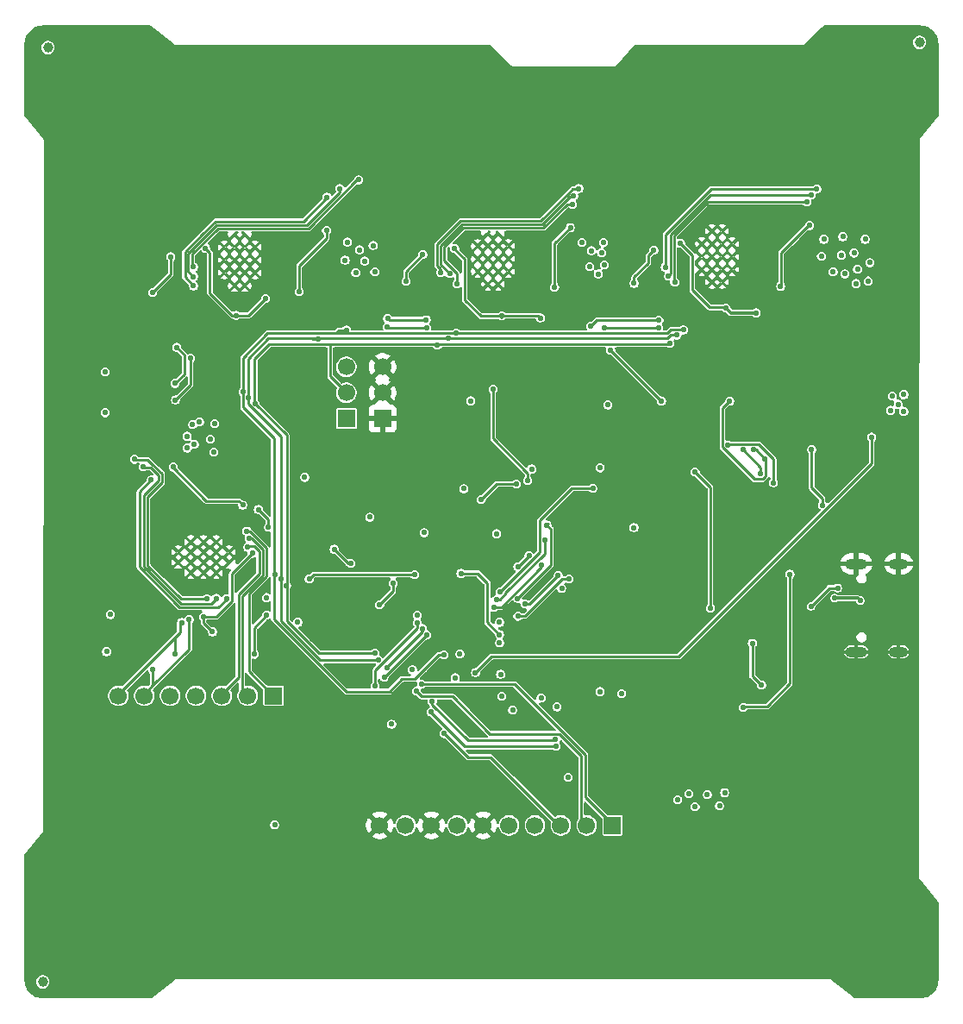
<source format=gbl>
%TF.GenerationSoftware,KiCad,Pcbnew,9.0.1*%
%TF.CreationDate,2025-09-15T20:31:39-05:00*%
%TF.ProjectId,motor_board,6d6f746f-725f-4626-9f61-72642e6b6963,1.2*%
%TF.SameCoordinates,Original*%
%TF.FileFunction,Copper,L4,Bot*%
%TF.FilePolarity,Positive*%
%FSLAX46Y46*%
G04 Gerber Fmt 4.6, Leading zero omitted, Abs format (unit mm)*
G04 Created by KiCad (PCBNEW 9.0.1) date 2025-09-15 20:31:39*
%MOMM*%
%LPD*%
G01*
G04 APERTURE LIST*
%TA.AperFunction,ComponentPad*%
%ADD10C,5.600000*%
%TD*%
%TA.AperFunction,ComponentPad*%
%ADD11O,2.150000X1.050000*%
%TD*%
%TA.AperFunction,ComponentPad*%
%ADD12O,1.850000X1.050000*%
%TD*%
%TA.AperFunction,ComponentPad*%
%ADD13C,0.300000*%
%TD*%
%TA.AperFunction,ComponentPad*%
%ADD14R,1.700000X1.700000*%
%TD*%
%TA.AperFunction,ComponentPad*%
%ADD15C,1.700000*%
%TD*%
%TA.AperFunction,ComponentPad*%
%ADD16C,0.600000*%
%TD*%
%TA.AperFunction,SMDPad,CuDef*%
%ADD17C,1.000000*%
%TD*%
%TA.AperFunction,ViaPad*%
%ADD18C,0.584200*%
%TD*%
%TA.AperFunction,ViaPad*%
%ADD19C,0.600000*%
%TD*%
%TA.AperFunction,Conductor*%
%ADD20C,0.234950*%
%TD*%
%TA.AperFunction,Conductor*%
%ADD21C,0.271780*%
%TD*%
%TA.AperFunction,Conductor*%
%ADD22C,0.313400*%
%TD*%
%TA.AperFunction,Conductor*%
%ADD23C,0.279400*%
%TD*%
%TA.AperFunction,Conductor*%
%ADD24C,0.337947*%
%TD*%
G04 APERTURE END LIST*
D10*
X105946000Y-57564100D03*
X103426000Y-143294000D03*
X183426100Y-143294100D03*
X179606000Y-57564000D03*
D11*
X180235000Y-114170000D03*
D12*
X184375000Y-114170000D03*
D11*
X180235000Y-105530000D03*
D12*
X184375000Y-105530000D03*
D13*
X117366637Y-103383363D03*
X116116637Y-103383363D03*
X114866637Y-103383363D03*
X118616637Y-104383363D03*
X117366637Y-104383363D03*
X116116637Y-104383363D03*
X114866637Y-104383363D03*
X113616637Y-104383363D03*
X118616637Y-105383363D03*
X117366637Y-105383363D03*
X116116637Y-105383363D03*
X114866637Y-105383363D03*
X113616637Y-105383363D03*
X117366637Y-106383363D03*
X116116637Y-106383363D03*
X114866637Y-106383363D03*
D14*
X122996637Y-118483363D03*
D15*
X120456637Y-118483363D03*
X117916637Y-118483363D03*
X115376637Y-118483363D03*
X112836637Y-118483363D03*
X110296637Y-118483363D03*
X107756637Y-118483363D03*
D13*
X146047132Y-76826933D03*
X146047132Y-75576933D03*
X146047132Y-74326933D03*
X145047132Y-78076933D03*
X145047132Y-76826933D03*
X145047132Y-75576933D03*
X145047132Y-74326933D03*
X145047132Y-73076933D03*
X144047132Y-78076933D03*
X144047132Y-76826933D03*
X144047132Y-75576933D03*
X144047132Y-74326933D03*
X144047132Y-73076933D03*
X143047132Y-76826933D03*
X143047132Y-75576933D03*
X143047132Y-74326933D03*
D14*
X133700000Y-91290000D03*
D15*
X133700000Y-88750000D03*
X133700000Y-86210000D03*
D13*
X168047132Y-76626933D03*
X168047132Y-75376933D03*
X168047132Y-74126933D03*
X167047132Y-77876933D03*
X167047132Y-76626933D03*
X167047132Y-75376933D03*
X167047132Y-74126933D03*
X167047132Y-72876933D03*
X166047132Y-77876933D03*
X166047132Y-76626933D03*
X166047132Y-75376933D03*
X166047132Y-74126933D03*
X166047132Y-72876933D03*
X165047132Y-76626933D03*
X165047132Y-75376933D03*
X165047132Y-74126933D03*
D14*
X130150000Y-91280000D03*
D15*
X130150000Y-88740000D03*
X130150000Y-86200000D03*
D13*
X121172132Y-76951933D03*
X121172132Y-75701933D03*
X121172132Y-74451933D03*
X120172132Y-78201933D03*
X120172132Y-76951933D03*
X120172132Y-75701933D03*
X120172132Y-74451933D03*
X120172132Y-73201933D03*
X119172132Y-78201933D03*
X119172132Y-76951933D03*
X119172132Y-75701933D03*
X119172132Y-74451933D03*
X119172132Y-73201933D03*
X118172132Y-76951933D03*
X118172132Y-75701933D03*
X118172132Y-74451933D03*
D16*
X142277433Y-109290567D03*
X141144100Y-109290567D03*
X140010767Y-109290567D03*
X142277433Y-110423900D03*
X141144100Y-110423900D03*
X140010767Y-110423900D03*
X142277433Y-111557233D03*
X141144100Y-111557233D03*
X140010767Y-111557233D03*
D17*
X186436000Y-54356000D03*
X100838000Y-54864000D03*
X100330000Y-146558000D03*
D14*
X156282000Y-131200000D03*
D15*
X153742000Y-131200000D03*
X151202000Y-131200000D03*
X148662000Y-131200000D03*
X146122000Y-131200000D03*
X143582000Y-131200000D03*
X141042000Y-131200000D03*
X138502000Y-131200000D03*
X135962000Y-131200000D03*
X133422000Y-131200000D03*
D18*
X182594100Y-126973900D03*
D19*
X124866587Y-93048519D03*
D18*
X167630000Y-88840000D03*
X152219100Y-79848900D03*
X141870000Y-93910000D03*
X139594100Y-66973900D03*
X122922132Y-71248900D03*
X155210000Y-90990000D03*
X156300000Y-121300000D03*
X172994100Y-115673900D03*
X162897132Y-85276933D03*
X172997132Y-79326933D03*
X174944100Y-104423900D03*
X125113605Y-108000000D03*
X158800000Y-92700000D03*
X160550000Y-78740000D03*
X137598100Y-137011900D03*
X123900000Y-86700000D03*
X130720000Y-107160000D03*
X169290000Y-116120000D03*
X153340000Y-84650000D03*
X147294100Y-86973900D03*
X169344100Y-100073900D03*
X129694100Y-116673900D03*
X147524100Y-141383900D03*
X167308776Y-103488576D03*
X157960000Y-95940000D03*
X177794100Y-64473900D03*
X129700000Y-109400000D03*
X168094100Y-97973900D03*
X128519120Y-91050000D03*
X162300000Y-100000000D03*
X118922131Y-70970869D03*
X114894100Y-64173900D03*
X161494100Y-64473900D03*
X116780000Y-80170000D03*
X150044100Y-139973900D03*
X114340000Y-81820000D03*
X112520000Y-81950000D03*
X167794100Y-122573900D03*
X160070000Y-86020000D03*
X155994100Y-64673900D03*
X160294100Y-110973900D03*
X141694100Y-120773900D03*
X158100000Y-119800000D03*
X137904100Y-144063900D03*
X172094100Y-101823900D03*
X161894100Y-98973900D03*
X136150000Y-84920000D03*
X154794100Y-103173900D03*
X156194100Y-123073900D03*
X137994100Y-77073900D03*
X117847132Y-87026933D03*
X138794100Y-100373900D03*
X139570000Y-94990000D03*
X119222132Y-88101933D03*
X172703675Y-94621915D03*
X177694100Y-65673900D03*
X135894100Y-119673900D03*
X172569100Y-85948900D03*
X150060000Y-91390000D03*
X138710000Y-79020000D03*
X119787408Y-101965828D03*
X139214100Y-145453900D03*
X162200000Y-92300000D03*
X165600000Y-92900000D03*
X111424980Y-102062309D03*
X152300000Y-116200000D03*
X171300000Y-114700000D03*
X174394100Y-88698900D03*
X168344100Y-99823900D03*
X150494100Y-110173900D03*
X175644100Y-90223900D03*
X155640000Y-85520000D03*
X148044100Y-69548900D03*
X143666577Y-70365643D03*
X175700000Y-115750000D03*
X170447132Y-77126933D03*
X182394100Y-102673900D03*
X125263605Y-107000000D03*
X112280000Y-112680000D03*
X128594100Y-79873900D03*
X165344100Y-102823900D03*
X131540000Y-99030000D03*
X126640000Y-105620000D03*
X169794100Y-121973900D03*
X179694100Y-103973900D03*
X167100000Y-87700000D03*
X107563605Y-93386395D03*
X127790425Y-136820000D03*
X144294100Y-100373900D03*
X120594100Y-123873900D03*
X125800000Y-101900000D03*
X131519100Y-105648900D03*
X126800000Y-112900000D03*
X180994100Y-93673900D03*
X119660000Y-107500000D03*
X131194100Y-65973900D03*
X115747132Y-75226933D03*
X169997132Y-78276933D03*
X130230000Y-99700000D03*
X128621575Y-131138400D03*
X113694100Y-77473900D03*
X147200000Y-125700000D03*
X123600000Y-112600000D03*
X120300000Y-96300000D03*
X114794100Y-66773900D03*
X167594100Y-121373900D03*
X140744100Y-141348900D03*
X123347132Y-77201933D03*
X169430000Y-107090000D03*
X132700000Y-79030000D03*
X149144100Y-127623900D03*
X164044100Y-118723900D03*
X111700000Y-85600000D03*
X177800000Y-81200000D03*
X175500000Y-117600000D03*
X126600000Y-102700000D03*
X122194100Y-66073900D03*
X155594100Y-137673900D03*
X175194100Y-105673900D03*
X160540000Y-84840000D03*
X177144100Y-91923900D03*
X148019100Y-71198900D03*
X160267771Y-92092648D03*
X163300000Y-79400000D03*
X165822132Y-70558733D03*
X144094100Y-119873900D03*
X146894100Y-66473900D03*
X115684967Y-108391828D03*
X170536575Y-104031425D03*
X126960000Y-97590000D03*
X139494100Y-64773900D03*
X155580000Y-94470000D03*
X151320000Y-93680000D03*
X117749736Y-101214769D03*
X111427415Y-104109276D03*
X178178734Y-86431675D03*
X147794100Y-78823900D03*
X158200000Y-84600000D03*
X173097132Y-81676933D03*
X161494100Y-66173900D03*
X137730000Y-95850000D03*
X155694100Y-66373900D03*
X174940000Y-109310000D03*
X162972132Y-74913333D03*
X147894100Y-121373900D03*
X143200000Y-90580000D03*
X139940000Y-84650000D03*
X127110000Y-104570000D03*
X151190000Y-92830000D03*
X146969100Y-115348900D03*
X169597132Y-71251933D03*
X140794100Y-120673900D03*
X178984707Y-97684707D03*
X137119100Y-91498900D03*
X171600000Y-110900000D03*
X106324980Y-109962309D03*
X122349980Y-109737309D03*
X148394100Y-139573900D03*
X126938605Y-103186395D03*
X154100000Y-95980000D03*
X177432000Y-106562000D03*
X148400000Y-92040000D03*
X143220000Y-97660000D03*
X111442517Y-105609278D03*
X128200000Y-113790425D03*
X163844100Y-104173900D03*
X159900000Y-106800000D03*
X172544100Y-103423900D03*
X150694100Y-87373900D03*
X166397132Y-85426933D03*
X162094100Y-94873900D03*
X112524980Y-101262309D03*
X176544100Y-102773900D03*
X167694100Y-123973900D03*
X153350000Y-90140000D03*
X162980000Y-88900000D03*
X131094100Y-64473900D03*
X170522132Y-72101933D03*
X148065279Y-77052721D03*
X174572132Y-72176933D03*
X166294100Y-118973900D03*
X151390000Y-90120000D03*
X164994100Y-124148900D03*
X133550000Y-113600000D03*
X152380000Y-88660000D03*
X173800000Y-125900000D03*
X107524980Y-109962309D03*
X164794100Y-119473900D03*
X129500000Y-136800000D03*
X133794100Y-111673900D03*
X150094100Y-141773900D03*
X169576700Y-125200900D03*
X121946968Y-122903032D03*
X120422132Y-70979965D03*
X106563605Y-93286395D03*
X142594100Y-128073900D03*
X158140000Y-85660000D03*
X149569100Y-70048900D03*
X125100000Y-94610000D03*
X143394100Y-86173900D03*
X122694100Y-69673900D03*
X158994100Y-109773900D03*
X141794100Y-100423900D03*
X127000000Y-85950000D03*
X180047132Y-84176933D03*
X140317426Y-75297392D03*
X150794100Y-117273900D03*
X151940000Y-80820000D03*
X145116577Y-70365643D03*
X123022132Y-79051933D03*
X138870000Y-86170000D03*
X141150000Y-79840000D03*
X160547132Y-76626933D03*
X175694100Y-84073900D03*
X167297132Y-70558733D03*
X183844100Y-99200000D03*
X152694100Y-109973900D03*
X151094100Y-115873900D03*
X137794100Y-102473900D03*
X145194100Y-111273900D03*
X158394100Y-101973900D03*
X150844100Y-119573900D03*
X140834525Y-116717233D03*
X149269100Y-118698900D03*
X134594100Y-121273900D03*
X141670000Y-98160000D03*
X125370000Y-111270000D03*
X144894100Y-102573900D03*
X145194100Y-113273900D03*
X132450000Y-100950000D03*
X134750000Y-107450000D03*
X155044100Y-118073900D03*
X148340000Y-96230000D03*
X157194100Y-118273900D03*
X151944100Y-126473900D03*
X146469100Y-119898900D03*
X133406600Y-109561400D03*
X151294100Y-107923900D03*
X169094046Y-119612900D03*
X173710000Y-106560000D03*
X136631050Y-115936950D03*
X145294100Y-116373900D03*
X123100000Y-131141400D03*
X145394100Y-118523900D03*
X137100000Y-111314325D03*
X132979424Y-117509224D03*
X134119100Y-115723900D03*
X137610324Y-111889676D03*
X117136375Y-94575914D03*
X156100000Y-84550000D03*
X178747132Y-75226933D03*
X106470000Y-90690000D03*
X176797132Y-75326933D03*
X155500000Y-76200000D03*
X184894100Y-88923900D03*
X177947132Y-76876933D03*
X161100000Y-89550000D03*
X155400000Y-74000000D03*
X155200000Y-75000000D03*
X130030000Y-75730000D03*
X181397132Y-77776933D03*
X167294100Y-127973900D03*
X131960000Y-75810000D03*
X132770000Y-74290000D03*
X180347132Y-76626933D03*
X180197132Y-78026933D03*
X153300000Y-74000000D03*
X184894100Y-90573900D03*
X114520724Y-93011782D03*
X179097132Y-77076933D03*
X106600000Y-114150000D03*
X106990000Y-110510000D03*
X154044100Y-76373900D03*
X106480000Y-86700000D03*
X115220724Y-93811782D03*
X183744100Y-89073900D03*
X179997132Y-75026933D03*
X165594100Y-128173900D03*
X115048592Y-91865914D03*
X184344100Y-89873900D03*
X178897132Y-73426933D03*
X183594100Y-90473900D03*
X154200000Y-74800000D03*
X163794100Y-128073900D03*
X181547132Y-75976933D03*
X177047132Y-73676933D03*
X116800000Y-93300000D03*
X181097132Y-73676933D03*
X166794100Y-129273900D03*
X115720724Y-91586782D03*
X114523592Y-94165914D03*
X117200000Y-91786782D03*
X154890000Y-77080000D03*
X162694100Y-128673900D03*
X164394100Y-129373900D03*
X130240000Y-73950000D03*
X131070000Y-76970000D03*
X131440000Y-74710000D03*
X132940000Y-76880000D03*
X178100000Y-108900000D03*
X180616000Y-109136000D03*
X170019100Y-113323900D03*
X170921710Y-117440012D03*
X175844100Y-94323900D03*
X176894100Y-99773900D03*
X175772000Y-109702000D03*
X178390000Y-107910000D03*
X170400000Y-80900000D03*
X167416300Y-80407765D03*
X162969100Y-74073900D03*
X158400000Y-78000000D03*
X160341657Y-74760553D03*
X141294100Y-114373900D03*
X137094100Y-110573900D03*
X141394100Y-106473900D03*
X145194100Y-112473900D03*
X150691754Y-122765244D03*
X138584525Y-119073900D03*
X138494100Y-120073900D03*
X150719100Y-123448900D03*
X133854424Y-116634224D03*
X138018200Y-112500000D03*
X145258501Y-108267989D03*
X154344100Y-98123900D03*
X164394100Y-96523900D03*
X165894100Y-109873900D03*
X142825000Y-116200000D03*
X181750000Y-93100000D03*
X146952075Y-108915925D03*
X149844100Y-101723900D03*
X150945327Y-106675127D03*
X147694100Y-109473900D03*
X144644100Y-109773900D03*
X149344100Y-105623900D03*
X144894100Y-109023900D03*
X149644100Y-103223900D03*
X151994100Y-107023900D03*
X146994100Y-110673900D03*
X170831599Y-96711399D03*
X169094100Y-94323900D03*
X172094100Y-97573900D03*
X167594100Y-93873900D03*
X170094100Y-94323900D03*
X171219100Y-95198900D03*
X167800000Y-89550000D03*
X175622132Y-72326933D03*
X172797132Y-78276933D03*
X149200000Y-81400000D03*
X137653674Y-75176273D03*
X140779424Y-74588576D03*
X136000000Y-77800000D03*
X145394100Y-81173900D03*
X150594100Y-78373900D03*
X152144100Y-72523900D03*
X112909575Y-75400000D03*
X119322132Y-81151933D03*
X111100000Y-78900000D03*
X116323966Y-74550099D03*
X122200000Y-79500000D03*
X128197132Y-72801933D03*
X125522132Y-78826933D03*
X120900000Y-104500000D03*
X121500000Y-100200000D03*
X122504031Y-101919863D03*
X117000000Y-112200000D03*
X116100000Y-110723814D03*
X137520834Y-117350000D03*
X137011259Y-118025995D03*
X139761754Y-122188246D03*
X121197132Y-89801933D03*
X132950000Y-114300000D03*
X161897132Y-83876933D03*
X139094100Y-84073900D03*
X124263605Y-107650489D03*
X113963605Y-111286395D03*
X113280000Y-114400000D03*
X148083774Y-104722068D03*
X146985233Y-105820608D03*
X163247132Y-82576933D03*
X123100000Y-106567964D03*
X130150000Y-82600000D03*
X139750000Y-114450000D03*
X140944100Y-82914325D03*
X119997132Y-88651933D03*
X111120000Y-115930000D03*
X114700000Y-111000000D03*
X120547132Y-89251933D03*
X123704030Y-107041289D03*
X162597132Y-83076933D03*
X127400000Y-83492358D03*
X133273676Y-114973676D03*
X140200000Y-83423900D03*
X154130000Y-82230000D03*
X160840000Y-81630000D03*
X134190000Y-81430000D03*
X137990000Y-81580000D03*
X120593845Y-103056154D03*
X120470487Y-103907816D03*
X136850000Y-106600000D03*
X121125000Y-114400000D03*
X122324980Y-110562309D03*
X126494166Y-107013950D03*
X113330000Y-87820000D03*
X113500000Y-84280000D03*
X147950000Y-97350000D03*
X144550000Y-88400000D03*
X128950000Y-104105475D03*
X130600000Y-105500000D03*
X120376497Y-102313826D03*
X162397132Y-77876933D03*
X175372132Y-70026933D03*
X175772132Y-69326933D03*
X161787557Y-77276933D03*
X161452607Y-76405985D03*
X176347132Y-68751933D03*
X152469100Y-69423900D03*
X140286176Y-77006824D03*
X152344100Y-70248900D03*
X141032961Y-78032961D03*
X139432960Y-76932960D03*
X152969100Y-68698900D03*
X115137300Y-77334296D03*
X129497132Y-68711308D03*
X115137300Y-76401652D03*
X131341332Y-67846133D03*
X128247132Y-69551933D03*
X115137301Y-78257412D03*
X117359967Y-108916828D03*
X110200142Y-96012309D03*
X109334967Y-95262309D03*
X116473592Y-108940914D03*
X118369542Y-108982253D03*
X110982149Y-97309491D03*
X113154080Y-96037309D03*
X119967874Y-99767874D03*
X155520000Y-82380000D03*
X160820000Y-82400000D03*
X134170000Y-82270000D03*
X138030000Y-82400000D03*
X113360000Y-89450000D03*
X114860000Y-85350000D03*
X146850000Y-97700000D03*
X143400000Y-99200000D03*
X126060000Y-97040000D03*
X155840000Y-89940000D03*
X122290000Y-108850000D03*
X155080000Y-96110000D03*
X142350000Y-89540000D03*
D20*
X171450000Y-119530000D02*
X169176946Y-119530000D01*
X134750000Y-108218000D02*
X133406600Y-109561400D01*
X169176946Y-119530000D02*
X169094046Y-119612900D01*
X173710000Y-106560000D02*
X173710000Y-117270000D01*
X173710000Y-117270000D02*
X171450000Y-119530000D01*
X134750000Y-107450000D02*
X134750000Y-108218000D01*
X132979424Y-115988576D02*
X132979424Y-117509224D01*
X137100000Y-111868000D02*
X132979424Y-115988576D01*
X137100000Y-111314325D02*
X137100000Y-111868000D01*
X134119100Y-115723900D02*
X134119100Y-115648900D01*
X137610324Y-111889676D02*
X137610324Y-112157676D01*
X137610324Y-112157676D02*
X137519100Y-112248900D01*
X134119100Y-115648900D02*
X137594100Y-112173900D01*
D21*
X156100000Y-84550000D02*
X161100000Y-89550000D01*
D22*
X180380000Y-108900000D02*
X180616000Y-109136000D01*
X178100000Y-108900000D02*
X180380000Y-108900000D01*
D23*
X170019100Y-116537402D02*
X170019100Y-113323900D01*
X170921710Y-117440012D02*
X170019100Y-116537402D01*
D21*
X175844100Y-98073900D02*
X175844100Y-94323900D01*
X176894100Y-99773900D02*
X176894100Y-99123900D01*
X176894100Y-99123900D02*
X175844100Y-98073900D01*
X178390000Y-107910000D02*
X177564000Y-107910000D01*
X177564000Y-107910000D02*
X175772000Y-109702000D01*
D20*
X165824932Y-80379732D02*
X167438268Y-80379732D01*
X164119100Y-78200000D02*
X164119100Y-78500000D01*
X162969100Y-74073900D02*
X164119100Y-75223900D01*
X164119100Y-78673900D02*
X165824932Y-80379732D01*
D24*
X170400000Y-80900000D02*
X167908535Y-80900000D01*
D20*
X164119100Y-78500000D02*
X164119100Y-78673900D01*
D24*
X167908535Y-80900000D02*
X167416300Y-80407765D01*
D20*
X159802210Y-75997790D02*
X159802210Y-75300000D01*
X159802210Y-75300000D02*
X160341657Y-74760553D01*
X158400000Y-78000000D02*
X158400000Y-77400000D01*
X158400000Y-77400000D02*
X159802210Y-75997790D01*
X164119100Y-75223900D02*
X164119100Y-78200000D01*
D23*
X145194100Y-112473900D02*
X144000000Y-111279800D01*
X143073900Y-106473900D02*
X141394100Y-106473900D01*
X144000000Y-107400000D02*
X143073900Y-106473900D01*
X144000000Y-111279800D02*
X144000000Y-107400000D01*
D21*
X142094100Y-122873900D02*
X150583098Y-122873900D01*
X150583098Y-122873900D02*
X150691754Y-122765244D01*
X138584525Y-119073900D02*
X138584525Y-119364325D01*
X138584525Y-119364325D02*
X142094100Y-122873900D01*
X138494100Y-120173900D02*
X141769100Y-123448900D01*
X138494100Y-120073900D02*
X138494100Y-120173900D01*
X141769100Y-123448900D02*
X150719100Y-123448900D01*
D20*
X138018200Y-112549800D02*
X138018200Y-112500000D01*
X133854424Y-116634224D02*
X133933776Y-116634224D01*
X133933776Y-116634224D02*
X138018200Y-112549800D01*
X149134525Y-101283475D02*
X149719100Y-100698900D01*
X149134525Y-103434973D02*
X149134525Y-101283475D01*
X149144100Y-104382390D02*
X149144100Y-103444548D01*
X145258501Y-108267989D02*
X149144100Y-104382390D01*
X149144100Y-103444548D02*
X149134525Y-103434973D01*
X152294100Y-98123900D02*
X154344100Y-98123900D01*
X149719100Y-100698900D02*
X152294100Y-98123900D01*
X165894100Y-98023900D02*
X165894100Y-109873900D01*
X164394100Y-96523900D02*
X165894100Y-98023900D01*
X142825000Y-116200000D02*
X144400000Y-114625000D01*
X162765063Y-114625000D02*
X181750000Y-95640063D01*
X144400000Y-114625000D02*
X162765063Y-114625000D01*
X181750000Y-95640063D02*
X181750000Y-93100000D01*
X150244100Y-105623900D02*
X146952075Y-108915925D01*
X149844100Y-101723900D02*
X149944100Y-101623900D01*
X149844100Y-101723900D02*
X150244100Y-102123900D01*
X150244100Y-102123900D02*
X150244100Y-105623900D01*
X148144100Y-109473900D02*
X147694100Y-109473900D01*
X150945327Y-106675127D02*
X150942873Y-106675127D01*
X150942873Y-106675127D02*
X148144100Y-109473900D01*
X145373452Y-109773900D02*
X149344100Y-105803252D01*
X149344100Y-105803252D02*
X149344100Y-105623900D01*
X144644100Y-109773900D02*
X145373452Y-109773900D01*
X149644100Y-103223900D02*
X149644100Y-104523900D01*
X145768076Y-108399924D02*
X145768076Y-108479062D01*
X145223238Y-109023900D02*
X144894100Y-109023900D01*
X149644100Y-104523900D02*
X145768076Y-108399924D01*
X149644100Y-103223900D02*
X149744100Y-103323900D01*
X145768076Y-108479062D02*
X145223238Y-109023900D01*
X147667202Y-110673900D02*
X151317202Y-107023900D01*
X151317202Y-107023900D02*
X151994100Y-107023900D01*
X146994100Y-110673900D02*
X147667202Y-110673900D01*
D21*
X170831599Y-96711399D02*
X170831599Y-96061399D01*
X170831599Y-96061399D02*
X169094100Y-94323900D01*
X170631249Y-93795910D02*
X167672090Y-93795910D01*
X172094100Y-95258761D02*
X170631249Y-93795910D01*
X172094100Y-97573900D02*
X172094100Y-95258761D01*
X167672090Y-93795910D02*
X167594100Y-93873900D01*
D20*
X171342174Y-95321974D02*
X171219100Y-95198900D01*
X167083525Y-90266475D02*
X167800000Y-89550000D01*
X167083525Y-94085388D02*
X167083525Y-90266475D01*
X170344100Y-94323900D02*
X171219100Y-95198900D01*
X171342174Y-96922887D02*
X171342174Y-95321974D01*
X171342174Y-96922887D02*
X171043087Y-97221974D01*
X171043087Y-97221974D02*
X170220111Y-97221974D01*
X170220111Y-97221974D02*
X167083525Y-94085388D01*
X170094100Y-94323900D02*
X170344100Y-94323900D01*
X172819100Y-75008475D02*
X175519100Y-72308475D01*
X172819100Y-78248900D02*
X172819100Y-75008475D01*
X145230173Y-81214325D02*
X143359525Y-81214325D01*
X141769100Y-79623900D02*
X141769100Y-75632604D01*
X145394100Y-81173900D02*
X148973900Y-81173900D01*
X145380173Y-81364325D02*
X145230173Y-81214325D01*
X136000000Y-76829947D02*
X137653674Y-75176273D01*
X136000000Y-77800000D02*
X136000000Y-76829947D01*
X141769100Y-75632604D02*
X140700821Y-74564325D01*
X140700821Y-74564325D02*
X140630173Y-74564325D01*
X148973900Y-81173900D02*
X149200000Y-81400000D01*
X143359525Y-81214325D02*
X141769100Y-79623900D01*
X152144100Y-72523900D02*
X150580173Y-74087827D01*
X150580173Y-74087827D02*
X150580173Y-78414325D01*
X111100000Y-78900000D02*
X112909575Y-77090425D01*
D21*
X120548067Y-81151933D02*
X122200000Y-79500000D01*
D20*
X116744100Y-74970233D02*
X116744100Y-78954770D01*
D21*
X119322132Y-81151933D02*
X120548067Y-81151933D01*
D20*
X112909575Y-77090425D02*
X112909575Y-75400000D01*
X118941263Y-81151933D02*
X119322132Y-81151933D01*
X116744100Y-78954770D02*
X118941263Y-81151933D01*
X116323966Y-74550099D02*
X116744100Y-74970233D01*
X128197132Y-72801933D02*
X128197132Y-73601933D01*
X128197132Y-73601933D02*
X125522132Y-76276933D01*
X125522132Y-76276933D02*
X125522132Y-78826933D01*
X122504031Y-101919863D02*
X122504031Y-101204031D01*
X118880117Y-106519883D02*
X120900000Y-104500000D01*
X116100000Y-110723814D02*
X116100000Y-111300000D01*
X118880117Y-109193741D02*
X118880117Y-106519883D01*
X116100000Y-110723814D02*
X117350044Y-110723814D01*
X122504031Y-101204031D02*
X121500000Y-100200000D01*
X116100000Y-111300000D02*
X117000000Y-112200000D01*
X117350044Y-110723814D02*
X118880117Y-109193741D01*
X137520834Y-117350000D02*
X146695976Y-117350000D01*
D21*
X153600000Y-128400000D02*
X156341000Y-131141000D01*
X156341000Y-131141000D02*
X156308100Y-131173900D01*
X146719876Y-117373900D02*
X146822988Y-117477012D01*
X146822988Y-117477012D02*
X153600000Y-124254024D01*
X153600000Y-124254024D02*
X153600000Y-128400000D01*
D20*
X146695976Y-117350000D02*
X146822988Y-117477012D01*
D21*
X151057454Y-122237254D02*
X153200000Y-124379800D01*
X153200000Y-124379800D02*
X153200000Y-130658000D01*
X153200000Y-130658000D02*
X153742000Y-131200000D01*
X137011259Y-118025995D02*
X137531174Y-118545910D01*
X140566110Y-118545910D02*
X144257454Y-122237254D01*
X144257454Y-122237254D02*
X151057454Y-122237254D01*
X137531174Y-118545910D02*
X140566110Y-118545910D01*
X151000000Y-131200000D02*
X151202000Y-131200000D01*
D20*
X142073508Y-124500000D02*
X139761754Y-122188246D01*
X142450000Y-124500000D02*
X142073508Y-124500000D01*
D21*
X142450000Y-124500000D02*
X144300000Y-124500000D01*
X144300000Y-124500000D02*
X151000000Y-131200000D01*
X142173509Y-124500000D02*
X142450000Y-124500000D01*
D20*
X124300000Y-111120648D02*
X124300000Y-92904801D01*
X130150000Y-88740000D02*
X128550000Y-87140000D01*
X128550000Y-84001933D02*
X161772132Y-84001933D01*
X122541067Y-84001933D02*
X128550000Y-84001933D01*
X132950000Y-114300000D02*
X127479352Y-114300000D01*
X121144100Y-89748901D02*
X121197132Y-89801933D01*
X127479352Y-114300000D02*
X124300000Y-111120648D01*
X161772132Y-84001933D02*
X161897132Y-83876933D01*
X121144100Y-85398900D02*
X121144100Y-89748901D01*
X124300000Y-92904801D02*
X121197132Y-89801933D01*
X121172132Y-89826933D02*
X121197132Y-89801933D01*
X128550000Y-87140000D02*
X128550000Y-84001933D01*
X121144100Y-85398900D02*
X122541067Y-84001933D01*
X113280000Y-112830000D02*
X113262836Y-112812836D01*
D21*
X113803032Y-111305247D02*
X113803032Y-112272640D01*
X113803032Y-112272640D02*
X113262836Y-112812836D01*
X113262836Y-112812836D02*
X107670425Y-118405247D01*
D20*
X113280000Y-114400000D02*
X113280000Y-112830000D01*
X148083773Y-104722068D02*
X148083774Y-104722068D01*
X146985233Y-105820608D02*
X148083773Y-104722068D01*
X163247132Y-82576933D02*
X163209524Y-82539325D01*
X136859575Y-116840425D02*
X139250000Y-114450000D01*
X122378675Y-82914325D02*
X119997132Y-85295868D01*
X139250000Y-114450000D02*
X139750000Y-114450000D01*
X130150000Y-82600000D02*
X129400000Y-82600000D01*
X163209524Y-82539325D02*
X162034337Y-82539325D01*
X161659337Y-82914325D02*
X140944100Y-82914325D01*
X119997132Y-88651933D02*
X119997132Y-90197132D01*
X134376100Y-118073900D02*
X135609575Y-116840425D01*
X129085675Y-82914325D02*
X128600000Y-82914325D01*
X129400000Y-82600000D02*
X129085675Y-82914325D01*
X128600000Y-82914325D02*
X122378675Y-82914325D01*
X162034337Y-82539325D02*
X161659337Y-82914325D01*
X135609575Y-116840425D02*
X136859575Y-116840425D01*
X163269100Y-82548900D02*
X163259525Y-82539325D01*
X119997132Y-90197132D02*
X123013605Y-93213605D01*
X140944100Y-82914325D02*
X128600000Y-82914325D01*
X123013605Y-110961195D02*
X130126310Y-118073900D01*
X123013605Y-93213605D02*
X123013605Y-110961195D01*
X130126310Y-118073900D02*
X134376100Y-118073900D01*
X119997132Y-85295868D02*
X119997132Y-88651933D01*
X114700000Y-111000000D02*
X114700000Y-113915672D01*
X111120000Y-117420000D02*
X111157836Y-117457836D01*
X114700000Y-113915672D02*
X111157836Y-117457836D01*
X111157836Y-117457836D02*
X110210425Y-118405247D01*
X111120000Y-115930000D02*
X111120000Y-117420000D01*
X123700000Y-93025449D02*
X123700000Y-107037259D01*
X126868458Y-83492358D02*
X126800000Y-83423900D01*
X161623452Y-83423900D02*
X161998452Y-83048900D01*
X123700000Y-107037259D02*
X123704030Y-107041289D01*
X122476474Y-83423900D02*
X120519100Y-85381274D01*
X120519100Y-89844549D02*
X123700000Y-93025449D01*
X140200000Y-83423900D02*
X161623452Y-83423900D01*
X126800000Y-83423900D02*
X122476474Y-83423900D01*
X120519100Y-88900000D02*
X120519100Y-89844549D01*
X161998452Y-83048900D02*
X162619100Y-83048900D01*
X120519100Y-88900000D02*
X120519100Y-89223901D01*
X127526100Y-115000000D02*
X133268000Y-115000000D01*
X127400000Y-83492358D02*
X126868458Y-83492358D01*
X123704030Y-107074563D02*
X123704030Y-111177930D01*
X120519100Y-89223901D02*
X120547132Y-89251933D01*
X123704030Y-111177930D02*
X127526100Y-115000000D01*
X140200000Y-83423900D02*
X126800000Y-83423900D01*
X120519100Y-85381274D02*
X120519100Y-88900000D01*
X159900000Y-81630000D02*
X154730000Y-81630000D01*
X154730000Y-81630000D02*
X154130000Y-82230000D01*
X160840000Y-81630000D02*
X159900000Y-81630000D01*
X137990000Y-81580000D02*
X134340000Y-81580000D01*
X134340000Y-81580000D02*
X134190000Y-81430000D01*
X121920525Y-104094215D02*
X120882464Y-103056154D01*
X121920525Y-106658992D02*
X121920525Y-104094215D01*
X120370425Y-118405247D02*
X119890425Y-117925247D01*
X119890425Y-108689092D02*
X121920525Y-106658992D01*
X120882464Y-103056154D02*
X120593845Y-103056154D01*
X119890425Y-117925247D02*
X119890425Y-108689092D01*
X119554475Y-108549936D02*
X119554475Y-116681197D01*
X121100000Y-103800000D02*
X121576074Y-104276074D01*
X120435932Y-103950754D02*
X120586686Y-103800000D01*
X121576074Y-106528337D02*
X119554475Y-108549936D01*
X121576074Y-104276074D02*
X121576074Y-106528337D01*
X120586686Y-103800000D02*
X121100000Y-103800000D01*
X119554475Y-116681197D02*
X117830425Y-118405247D01*
X126494166Y-107013950D02*
X126908116Y-106600000D01*
D21*
X121125000Y-114400000D02*
X121090425Y-114365425D01*
X121090425Y-111805247D02*
X122290425Y-110605247D01*
X121090425Y-114365425D02*
X121090425Y-111805247D01*
D20*
X126908116Y-106600000D02*
X136850000Y-106600000D01*
X113500000Y-84280000D02*
X114230000Y-85010000D01*
X114230000Y-86920000D02*
X113330000Y-87820000D01*
X114230000Y-85010000D02*
X114230000Y-86920000D01*
X147950000Y-97350000D02*
X147950000Y-96650448D01*
X144550000Y-93250448D02*
X144550000Y-88400000D01*
X147950000Y-96650448D02*
X144550000Y-93250448D01*
X130600000Y-105500000D02*
X130344525Y-105500000D01*
X122255475Y-103955475D02*
X122255475Y-106797732D01*
X120580850Y-116075672D02*
X122910425Y-118405247D01*
X130344525Y-105500000D02*
X128950000Y-104105475D01*
X120341942Y-102356764D02*
X120656764Y-102356764D01*
X122255475Y-106797732D02*
X120580850Y-108472357D01*
X120656764Y-102356764D02*
X122255475Y-103955475D01*
X130600000Y-105500000D02*
X130600000Y-105350000D01*
X120580850Y-108472357D02*
X120580850Y-116075672D01*
X162319100Y-77748900D02*
X162419100Y-77848900D01*
X165633027Y-70021125D02*
X162319100Y-73335052D01*
X175394100Y-69998900D02*
X175371875Y-70021125D01*
X175371875Y-70021125D02*
X165633027Y-70021125D01*
X162319100Y-73335052D02*
X162319100Y-77748900D01*
X161984150Y-77074275D02*
X161984150Y-73196311D01*
X169394100Y-69298900D02*
X175794100Y-69298900D01*
X165881561Y-69298900D02*
X169394100Y-69298900D01*
X161984150Y-73196311D02*
X165881561Y-69298900D01*
X161809525Y-77248900D02*
X161984150Y-77074275D01*
X165982870Y-68723900D02*
X176369100Y-68723900D01*
X161469100Y-73237670D02*
X165982870Y-68723900D01*
X161469100Y-76372477D02*
X161469100Y-73237670D01*
X161474575Y-76377952D02*
X161469100Y-76372477D01*
X139430547Y-74290260D02*
X141486957Y-72233850D01*
X140286176Y-77006824D02*
X139430547Y-76151195D01*
X149365000Y-72233850D02*
X152134525Y-69464325D01*
X141486957Y-72233850D02*
X149365000Y-72233850D01*
X139430547Y-76151195D02*
X139430547Y-74290260D01*
X140286176Y-77006824D02*
X140146500Y-77146500D01*
X152134525Y-69464325D02*
X152455173Y-69464325D01*
X141000000Y-78000000D02*
X141032961Y-78032961D01*
X139765497Y-75765497D02*
X141000000Y-77000000D01*
X152344100Y-70248900D02*
X151823640Y-70248900D01*
X149503740Y-72568800D02*
X141625698Y-72568800D01*
X141625698Y-72568800D02*
X139765497Y-74429001D01*
X151823640Y-70248900D02*
X149503740Y-72568800D01*
X141000000Y-77000000D02*
X141000000Y-78000000D01*
X139765497Y-74429001D02*
X139765497Y-75765497D01*
X152385834Y-68739325D02*
X151996784Y-69128375D01*
X139094597Y-76290351D02*
X139432960Y-76628714D01*
X139094597Y-74151105D02*
X139094597Y-76290351D01*
X149225844Y-71897900D02*
X141347801Y-71897900D01*
X152955173Y-68739325D02*
X152385834Y-68739325D01*
X151995369Y-69128375D02*
X149225844Y-71897900D01*
X141347801Y-71897900D02*
X139094597Y-74151105D01*
X139432960Y-76628714D02*
X139432960Y-76802337D01*
X151996784Y-69128375D02*
X151995369Y-69128375D01*
X114627725Y-75052001D02*
X117420876Y-72258850D01*
X115137300Y-77334296D02*
X114627725Y-76824721D01*
X129497132Y-69072443D02*
X129497132Y-68711308D01*
X114627725Y-76824721D02*
X114627725Y-75052001D01*
X117420876Y-72258850D02*
X126310725Y-72258850D01*
X126310725Y-72258850D02*
X129497132Y-69072443D01*
X131341332Y-67846133D02*
X131197132Y-67846133D01*
X115022132Y-76286484D02*
X115137300Y-76401652D01*
X126449465Y-72593800D02*
X117559617Y-72593800D01*
X131197132Y-67846133D02*
X126449465Y-72593800D01*
X117559617Y-72593800D02*
X115022132Y-75131285D01*
X115022132Y-75131285D02*
X115022132Y-76286484D01*
X116044100Y-73161936D02*
X114292775Y-74913261D01*
X128247132Y-69551933D02*
X128247132Y-69601933D01*
X114292775Y-77412886D02*
X115137301Y-78257412D01*
X128247132Y-69601933D02*
X125925165Y-71923900D01*
X125925165Y-71923900D02*
X117282135Y-71923900D01*
X117282135Y-71923900D02*
X116044100Y-73161936D01*
X114292775Y-74913261D02*
X114292775Y-77412886D01*
X110165587Y-96055247D02*
X110921060Y-96055247D01*
X116850375Y-109470297D02*
X117359950Y-108960722D01*
X110290425Y-98805247D02*
X110290425Y-105841197D01*
X111700000Y-97395672D02*
X110290425Y-98805247D01*
X110921060Y-96055247D02*
X111700000Y-96834187D01*
X110290425Y-105841197D02*
X113919525Y-109470297D01*
X111700000Y-96834187D02*
X111700000Y-97395672D01*
X113919525Y-109470297D02*
X116850375Y-109470297D01*
X113882684Y-108959766D02*
X116400412Y-108959766D01*
X112034950Y-96695446D02*
X112034950Y-97560722D01*
X110625375Y-105702457D02*
X113882684Y-108959766D01*
X111059801Y-95720297D02*
X112034950Y-96695446D01*
X109300412Y-95305247D02*
X110644750Y-95305247D01*
X110644750Y-95305247D02*
X111059801Y-95720297D01*
X112034950Y-97560722D02*
X110625375Y-98970297D01*
X110625375Y-98970297D02*
X110625375Y-105702457D01*
X113780784Y-109805247D02*
X117590425Y-109805247D01*
X110982149Y-97317874D02*
X110982149Y-97309491D01*
X109815425Y-105839888D02*
X113780784Y-109805247D01*
X117590425Y-109805247D02*
X118369525Y-109026147D01*
X110947594Y-97352429D02*
X110982149Y-97317874D01*
X109815425Y-98476215D02*
X109815425Y-105839888D01*
X110982149Y-97309491D02*
X109815425Y-98476215D01*
X116406106Y-99366828D02*
X113119525Y-96080247D01*
X119566828Y-99366828D02*
X116406106Y-99366828D01*
X113119525Y-96080247D02*
X113254475Y-96080247D01*
X119967874Y-99767874D02*
X119566828Y-99366828D01*
X113254475Y-96080247D02*
X113309950Y-96135722D01*
X160820000Y-82400000D02*
X155540000Y-82400000D01*
X155540000Y-82400000D02*
X155520000Y-82380000D01*
X138030000Y-82400000D02*
X134300000Y-82400000D01*
X134300000Y-82400000D02*
X134170000Y-82270000D01*
X114860000Y-85350000D02*
X114860000Y-87950000D01*
X114860000Y-87950000D02*
X113360000Y-89450000D01*
X144900000Y-97700000D02*
X143400000Y-99200000D01*
X146850000Y-97700000D02*
X144900000Y-97700000D01*
%TA.AperFunction,Conductor*%
G36*
X186402149Y-116056900D02*
G01*
X185020900Y-116056900D01*
X185030737Y-118250000D01*
X184258900Y-120374900D01*
X184258900Y-122597400D01*
X184258900Y-124819900D01*
X174200000Y-124800000D01*
X174200000Y-121800000D01*
X174200000Y-114004899D01*
X179053067Y-114004899D01*
X179053067Y-114004900D01*
X179405044Y-114004900D01*
X179382149Y-114044555D01*
X179360000Y-114127213D01*
X179360000Y-114212787D01*
X179382149Y-114295445D01*
X179405044Y-114335100D01*
X179053067Y-114335100D01*
X179058055Y-114360177D01*
X179107204Y-114478836D01*
X179107205Y-114478839D01*
X179178557Y-114585625D01*
X179269374Y-114676442D01*
X179376160Y-114747794D01*
X179376168Y-114747798D01*
X179494815Y-114796943D01*
X179620783Y-114821999D01*
X179620784Y-114822000D01*
X180069900Y-114822000D01*
X180069900Y-114495000D01*
X180400100Y-114495000D01*
X180400100Y-114822000D01*
X180849216Y-114822000D01*
X180849216Y-114821999D01*
X180975184Y-114796943D01*
X181093831Y-114747798D01*
X181093839Y-114747794D01*
X181200625Y-114676442D01*
X181291442Y-114585625D01*
X181362794Y-114478839D01*
X181362795Y-114478836D01*
X181411944Y-114360177D01*
X181416933Y-114335100D01*
X181064956Y-114335100D01*
X181087851Y-114295445D01*
X181110000Y-114212787D01*
X181110000Y-114127213D01*
X181087851Y-114044555D01*
X181064956Y-114004900D01*
X181416933Y-114004900D01*
X181416932Y-114004899D01*
X183343067Y-114004899D01*
X183343067Y-114004900D01*
X183695044Y-114004900D01*
X183672149Y-114044555D01*
X183650000Y-114127213D01*
X183650000Y-114212787D01*
X183672149Y-114295445D01*
X183695044Y-114335100D01*
X183343067Y-114335100D01*
X183348055Y-114360177D01*
X183397204Y-114478836D01*
X183397205Y-114478839D01*
X183468557Y-114585625D01*
X183559374Y-114676442D01*
X183666160Y-114747794D01*
X183666168Y-114747798D01*
X183784815Y-114796943D01*
X183910783Y-114821999D01*
X183910784Y-114822000D01*
X184209900Y-114822000D01*
X184209900Y-114495000D01*
X184540100Y-114495000D01*
X184540100Y-114822000D01*
X184839216Y-114822000D01*
X184839216Y-114821999D01*
X184965184Y-114796943D01*
X185083831Y-114747798D01*
X185083839Y-114747794D01*
X185190625Y-114676442D01*
X185281442Y-114585625D01*
X185352794Y-114478839D01*
X185352795Y-114478836D01*
X185401944Y-114360177D01*
X185406933Y-114335100D01*
X185054956Y-114335100D01*
X185077851Y-114295445D01*
X185100000Y-114212787D01*
X185100000Y-114127213D01*
X185077851Y-114044555D01*
X185054956Y-114004900D01*
X185406933Y-114004900D01*
X185406932Y-114004899D01*
X185401944Y-113979822D01*
X185352795Y-113861163D01*
X185352794Y-113861160D01*
X185281442Y-113754374D01*
X185190625Y-113663557D01*
X185083839Y-113592205D01*
X185083831Y-113592201D01*
X184965184Y-113543056D01*
X184839216Y-113518000D01*
X184540100Y-113518000D01*
X184540100Y-113845000D01*
X184209900Y-113845000D01*
X184209900Y-113518000D01*
X183910784Y-113518000D01*
X183784815Y-113543056D01*
X183666168Y-113592201D01*
X183666160Y-113592205D01*
X183559374Y-113663557D01*
X183468557Y-113754374D01*
X183397205Y-113861160D01*
X183397204Y-113861163D01*
X183348055Y-113979822D01*
X183343067Y-114004899D01*
X181416932Y-114004899D01*
X181411944Y-113979822D01*
X181362795Y-113861163D01*
X181362794Y-113861160D01*
X181291442Y-113754374D01*
X181200625Y-113663557D01*
X181093839Y-113592205D01*
X181093831Y-113592201D01*
X180975184Y-113543056D01*
X180849216Y-113518000D01*
X180400100Y-113518000D01*
X180400100Y-113845000D01*
X180069900Y-113845000D01*
X180069900Y-113518000D01*
X179620784Y-113518000D01*
X179494815Y-113543056D01*
X179376168Y-113592201D01*
X179376160Y-113592205D01*
X179269374Y-113663557D01*
X179178557Y-113754374D01*
X179107205Y-113861160D01*
X179107204Y-113861163D01*
X179058055Y-113979822D01*
X179053067Y-114004899D01*
X174200000Y-114004899D01*
X174200000Y-112669109D01*
X180234500Y-112669109D01*
X180234500Y-112800890D01*
X180234501Y-112800898D01*
X180268606Y-112928182D01*
X180268607Y-112928185D01*
X180334501Y-113042315D01*
X180334504Y-113042319D01*
X180427680Y-113135495D01*
X180427684Y-113135498D01*
X180427686Y-113135500D01*
X180541814Y-113201392D01*
X180541817Y-113201393D01*
X180619712Y-113222264D01*
X180669108Y-113235500D01*
X180669109Y-113235500D01*
X180800891Y-113235500D01*
X180800892Y-113235500D01*
X180928186Y-113201392D01*
X181042314Y-113135500D01*
X181135500Y-113042314D01*
X181201392Y-112928186D01*
X181235500Y-112800892D01*
X181235500Y-112669108D01*
X181201392Y-112541814D01*
X181135500Y-112427686D01*
X181135498Y-112427684D01*
X181135495Y-112427680D01*
X181042319Y-112334504D01*
X181042315Y-112334501D01*
X181042314Y-112334500D01*
X180985250Y-112301554D01*
X180928185Y-112268607D01*
X180928182Y-112268606D01*
X180800898Y-112234501D01*
X180800893Y-112234500D01*
X180800892Y-112234500D01*
X180669108Y-112234500D01*
X180669107Y-112234500D01*
X180669101Y-112234501D01*
X180541817Y-112268606D01*
X180541814Y-112268607D01*
X180427684Y-112334501D01*
X180427680Y-112334504D01*
X180334504Y-112427680D01*
X180334501Y-112427684D01*
X180268607Y-112541814D01*
X180268606Y-112541817D01*
X180234501Y-112669101D01*
X180234500Y-112669109D01*
X174200000Y-112669109D01*
X174200000Y-108100000D01*
X177018215Y-108083293D01*
X175837416Y-109264094D01*
X175793222Y-109282400D01*
X175716759Y-109282400D01*
X175716758Y-109282400D01*
X175716752Y-109282401D01*
X175610043Y-109310993D01*
X175610040Y-109310994D01*
X175514357Y-109366237D01*
X175436237Y-109444357D01*
X175380994Y-109540040D01*
X175380993Y-109540043D01*
X175352401Y-109646752D01*
X175352400Y-109646760D01*
X175352400Y-109757239D01*
X175352401Y-109757247D01*
X175380993Y-109863956D01*
X175380994Y-109863959D01*
X175380995Y-109863960D01*
X175436236Y-109959641D01*
X175514359Y-110037764D01*
X175610040Y-110093005D01*
X175610043Y-110093006D01*
X175675346Y-110110503D01*
X175716759Y-110121600D01*
X175716760Y-110121600D01*
X175827240Y-110121600D01*
X175827241Y-110121600D01*
X175933960Y-110093005D01*
X176029641Y-110037764D01*
X176107764Y-109959641D01*
X176163005Y-109863960D01*
X176191600Y-109757241D01*
X176191600Y-109680778D01*
X176209906Y-109636584D01*
X177001730Y-108844760D01*
X177680400Y-108844760D01*
X177680400Y-108955239D01*
X177680401Y-108955247D01*
X177708993Y-109061956D01*
X177708994Y-109061959D01*
X177719849Y-109080760D01*
X177764236Y-109157641D01*
X177842359Y-109235764D01*
X177938040Y-109291005D01*
X177938043Y-109291006D01*
X178003346Y-109308503D01*
X178044759Y-109319600D01*
X178044760Y-109319600D01*
X178155240Y-109319600D01*
X178155241Y-109319600D01*
X178261960Y-109291005D01*
X178357641Y-109235764D01*
X178390899Y-109202506D01*
X178435093Y-109184200D01*
X180146555Y-109184200D01*
X180190749Y-109202506D01*
X180206925Y-109230524D01*
X180224993Y-109297956D01*
X180224994Y-109297959D01*
X180237489Y-109319600D01*
X180280236Y-109393641D01*
X180358359Y-109471764D01*
X180454040Y-109527005D01*
X180454043Y-109527006D01*
X180502688Y-109540040D01*
X180560759Y-109555600D01*
X180560760Y-109555600D01*
X180671240Y-109555600D01*
X180671241Y-109555600D01*
X180777960Y-109527005D01*
X180873641Y-109471764D01*
X180951764Y-109393641D01*
X181007005Y-109297960D01*
X181035600Y-109191241D01*
X181035600Y-109080759D01*
X181007005Y-108974040D01*
X180951764Y-108878359D01*
X180873641Y-108800236D01*
X180825800Y-108772615D01*
X180777959Y-108744994D01*
X180777956Y-108744993D01*
X180671247Y-108716401D01*
X180671242Y-108716400D01*
X180671241Y-108716400D01*
X180671240Y-108716400D01*
X180624208Y-108716400D01*
X180580014Y-108698094D01*
X180554502Y-108672582D01*
X180489699Y-108635169D01*
X180489694Y-108635167D01*
X180417421Y-108615800D01*
X180417416Y-108615800D01*
X178435093Y-108615800D01*
X178390899Y-108597494D01*
X178357642Y-108564237D01*
X178357641Y-108564236D01*
X178309800Y-108536615D01*
X178261959Y-108508994D01*
X178261956Y-108508993D01*
X178155247Y-108480401D01*
X178155242Y-108480400D01*
X178155241Y-108480400D01*
X178044759Y-108480400D01*
X178044758Y-108480400D01*
X178044752Y-108480401D01*
X177938043Y-108508993D01*
X177938040Y-108508994D01*
X177842357Y-108564237D01*
X177764237Y-108642357D01*
X177708994Y-108738040D01*
X177708993Y-108738043D01*
X177680401Y-108844752D01*
X177680400Y-108844760D01*
X177001730Y-108844760D01*
X177654794Y-108191696D01*
X177698988Y-108173390D01*
X178034097Y-108173390D01*
X178078291Y-108191696D01*
X178132359Y-108245764D01*
X178228040Y-108301005D01*
X178228043Y-108301006D01*
X178293346Y-108318503D01*
X178334759Y-108329600D01*
X178334760Y-108329600D01*
X178445240Y-108329600D01*
X178445241Y-108329600D01*
X178551960Y-108301005D01*
X178647641Y-108245764D01*
X178725764Y-108167641D01*
X178780493Y-108072845D01*
X181639306Y-108055900D01*
X186407767Y-108055900D01*
X186402149Y-116056900D01*
G37*
%TD.AperFunction*%
%TA.AperFunction,Conductor*%
G36*
X140462332Y-118853985D02*
G01*
X140482974Y-118870619D01*
X143986184Y-122373829D01*
X144019669Y-122435152D01*
X144014685Y-122504844D01*
X143972813Y-122560777D01*
X143907349Y-122585194D01*
X143898503Y-122585510D01*
X142264917Y-122585510D01*
X142197878Y-122565825D01*
X142177236Y-122549191D01*
X139020253Y-119392208D01*
X138986768Y-119330885D01*
X138991752Y-119261193D01*
X138996522Y-119251071D01*
X138998824Y-119245513D01*
X138998824Y-119245511D01*
X138998826Y-119245509D01*
X139029125Y-119132433D01*
X139029125Y-119015367D01*
X139022433Y-118990392D01*
X139024096Y-118920543D01*
X139063259Y-118862681D01*
X139127487Y-118835177D01*
X139142208Y-118834300D01*
X140395293Y-118834300D01*
X140462332Y-118853985D01*
G37*
%TD.AperFunction*%
%TA.AperFunction,Conductor*%
G36*
X146573783Y-117639660D02*
G01*
X146594425Y-117656294D01*
X150675314Y-121737183D01*
X150708799Y-121798506D01*
X150703815Y-121868198D01*
X150661943Y-121924131D01*
X150596479Y-121948548D01*
X150587633Y-121948864D01*
X144428271Y-121948864D01*
X144361232Y-121929179D01*
X144340590Y-121912545D01*
X142268412Y-119840367D01*
X146024500Y-119840367D01*
X146024500Y-119957433D01*
X146043194Y-120027199D01*
X146054800Y-120070512D01*
X146113329Y-120171887D01*
X146113331Y-120171889D01*
X146113332Y-120171891D01*
X146196109Y-120254668D01*
X146196110Y-120254669D01*
X146196112Y-120254670D01*
X146297487Y-120313199D01*
X146297488Y-120313199D01*
X146297491Y-120313201D01*
X146410567Y-120343500D01*
X146410570Y-120343500D01*
X146527630Y-120343500D01*
X146527633Y-120343500D01*
X146640709Y-120313201D01*
X146742091Y-120254668D01*
X146824868Y-120171891D01*
X146883401Y-120070509D01*
X146913700Y-119957433D01*
X146913700Y-119840367D01*
X146883401Y-119727291D01*
X146878114Y-119718134D01*
X146824870Y-119625912D01*
X146824865Y-119625906D01*
X146742093Y-119543134D01*
X146742087Y-119543129D01*
X146640712Y-119484600D01*
X146640713Y-119484600D01*
X146612405Y-119477015D01*
X146527633Y-119454300D01*
X146410567Y-119454300D01*
X146325795Y-119477015D01*
X146297487Y-119484600D01*
X146196112Y-119543129D01*
X146196106Y-119543134D01*
X146113334Y-119625906D01*
X146113329Y-119625912D01*
X146054800Y-119727287D01*
X146054799Y-119727291D01*
X146024500Y-119840367D01*
X142268412Y-119840367D01*
X140893412Y-118465367D01*
X144949500Y-118465367D01*
X144949500Y-118582433D01*
X144977841Y-118688201D01*
X144979800Y-118695512D01*
X145038329Y-118796887D01*
X145038331Y-118796889D01*
X145038332Y-118796891D01*
X145121109Y-118879668D01*
X145121110Y-118879669D01*
X145121112Y-118879670D01*
X145222487Y-118938199D01*
X145222488Y-118938199D01*
X145222491Y-118938201D01*
X145335567Y-118968500D01*
X145335570Y-118968500D01*
X145452630Y-118968500D01*
X145452633Y-118968500D01*
X145565709Y-118938201D01*
X145667091Y-118879668D01*
X145749868Y-118796891D01*
X145808401Y-118695509D01*
X145838700Y-118582433D01*
X145838700Y-118465367D01*
X145808401Y-118352291D01*
X145805284Y-118346893D01*
X145749870Y-118250912D01*
X145749865Y-118250906D01*
X145667093Y-118168134D01*
X145667087Y-118168129D01*
X145565712Y-118109600D01*
X145565713Y-118109600D01*
X145556439Y-118107115D01*
X145452633Y-118079300D01*
X145335567Y-118079300D01*
X145231760Y-118107115D01*
X145222487Y-118109600D01*
X145121112Y-118168129D01*
X145121106Y-118168134D01*
X145038334Y-118250906D01*
X145038329Y-118250912D01*
X144979800Y-118352287D01*
X144979799Y-118352291D01*
X144949500Y-118465367D01*
X140893412Y-118465367D01*
X140803950Y-118375905D01*
X140803948Y-118375902D01*
X140743187Y-118315141D01*
X140743186Y-118315140D01*
X140677425Y-118277173D01*
X140677424Y-118277172D01*
X140677423Y-118277172D01*
X140661925Y-118273019D01*
X140661924Y-118273019D01*
X140604077Y-118257519D01*
X140528143Y-118257519D01*
X140520547Y-118257519D01*
X140520531Y-118257520D01*
X137701991Y-118257520D01*
X137672550Y-118248875D01*
X137642564Y-118242352D01*
X137637548Y-118238597D01*
X137634952Y-118237835D01*
X137614310Y-118221201D01*
X137492178Y-118099069D01*
X137458693Y-118037746D01*
X137455859Y-118011388D01*
X137455859Y-117967464D01*
X137455858Y-117967460D01*
X137453799Y-117959776D01*
X137451366Y-117950694D01*
X137453027Y-117880845D01*
X137492189Y-117822982D01*
X137556417Y-117795477D01*
X137571140Y-117794600D01*
X137579364Y-117794600D01*
X137579367Y-117794600D01*
X137692443Y-117764301D01*
X137793825Y-117705768D01*
X137829369Y-117670224D01*
X137843301Y-117656293D01*
X137904624Y-117622809D01*
X137930981Y-117619975D01*
X146506744Y-117619975D01*
X146573783Y-117639660D01*
G37*
%TD.AperFunction*%
%TA.AperFunction,Conductor*%
G36*
X132912358Y-115276583D02*
G01*
X132935713Y-115278767D01*
X132952340Y-115288323D01*
X132956893Y-115289660D01*
X132962429Y-115294121D01*
X132966314Y-115296354D01*
X132972223Y-115300982D01*
X133000685Y-115329444D01*
X133030653Y-115346746D01*
X133037536Y-115352137D01*
X133052974Y-115373727D01*
X133071291Y-115392937D01*
X133072981Y-115401706D01*
X133078176Y-115408971D01*
X133079491Y-115435479D01*
X133084515Y-115461544D01*
X133081195Y-115469835D01*
X133081638Y-115478755D01*
X133067580Y-115503845D01*
X133058547Y-115526409D01*
X133052542Y-115530685D01*
X133048757Y-115537439D01*
X132826496Y-115759702D01*
X132750549Y-115835648D01*
X132740410Y-115860129D01*
X132733712Y-115876299D01*
X132733711Y-115876302D01*
X132720941Y-115907130D01*
X132709449Y-115934872D01*
X132709449Y-117099078D01*
X132689764Y-117166117D01*
X132673130Y-117186759D01*
X132623658Y-117236230D01*
X132623653Y-117236236D01*
X132565124Y-117337611D01*
X132565123Y-117337615D01*
X132534824Y-117450691D01*
X132534824Y-117567757D01*
X132556280Y-117647834D01*
X132554618Y-117717681D01*
X132515456Y-117775543D01*
X132451228Y-117803048D01*
X132436506Y-117803925D01*
X130289500Y-117803925D01*
X130222461Y-117784240D01*
X130201819Y-117767606D01*
X127915869Y-115481656D01*
X127882384Y-115420333D01*
X127887368Y-115350641D01*
X127929240Y-115294708D01*
X127994704Y-115270291D01*
X128003550Y-115269975D01*
X132889854Y-115269975D01*
X132912358Y-115276583D01*
G37*
%TD.AperFunction*%
%TA.AperFunction,Conductor*%
G36*
X122682902Y-106841446D02*
G01*
X122730513Y-106892583D01*
X122743630Y-106948089D01*
X122743630Y-108383749D01*
X122723945Y-108450788D01*
X122671141Y-108496543D01*
X122601983Y-108506487D01*
X122557630Y-108491136D01*
X122461612Y-108435700D01*
X122461613Y-108435700D01*
X122452339Y-108433215D01*
X122348533Y-108405400D01*
X122231467Y-108405400D01*
X122127660Y-108433215D01*
X122118387Y-108435700D01*
X122017012Y-108494229D01*
X122017006Y-108494234D01*
X121934234Y-108577006D01*
X121934229Y-108577012D01*
X121875700Y-108678387D01*
X121875699Y-108678391D01*
X121845400Y-108791467D01*
X121845400Y-108908533D01*
X121869761Y-108999447D01*
X121875700Y-109021612D01*
X121934229Y-109122987D01*
X121934231Y-109122989D01*
X121934232Y-109122991D01*
X122017009Y-109205768D01*
X122017010Y-109205769D01*
X122017012Y-109205770D01*
X122118387Y-109264299D01*
X122118388Y-109264299D01*
X122118391Y-109264301D01*
X122231467Y-109294600D01*
X122231470Y-109294600D01*
X122348530Y-109294600D01*
X122348533Y-109294600D01*
X122461609Y-109264301D01*
X122557631Y-109208862D01*
X122625529Y-109192390D01*
X122691556Y-109215242D01*
X122734747Y-109270163D01*
X122743630Y-109316250D01*
X122743630Y-110075862D01*
X122723945Y-110142901D01*
X122671141Y-110188656D01*
X122601983Y-110198600D01*
X122557631Y-110183249D01*
X122496596Y-110148010D01*
X122496593Y-110148009D01*
X122487319Y-110145524D01*
X122383513Y-110117709D01*
X122266447Y-110117709D01*
X122162640Y-110145524D01*
X122153367Y-110148009D01*
X122051992Y-110206538D01*
X122051986Y-110206543D01*
X121969214Y-110289315D01*
X121969209Y-110289321D01*
X121910680Y-110390696D01*
X121907944Y-110400906D01*
X121880380Y-110503776D01*
X121880380Y-110503778D01*
X121880380Y-110556084D01*
X121860695Y-110623123D01*
X121844061Y-110643765D01*
X121062506Y-111425320D01*
X121001183Y-111458805D01*
X120931491Y-111453821D01*
X120875558Y-111411949D01*
X120851141Y-111346485D01*
X120850825Y-111337639D01*
X120850825Y-108635546D01*
X120870510Y-108568507D01*
X120887144Y-108547865D01*
X121682722Y-107752287D01*
X122484348Y-106950661D01*
X122484349Y-106950660D01*
X122505069Y-106900636D01*
X122548908Y-106846234D01*
X122615202Y-106824168D01*
X122682902Y-106841446D01*
G37*
%TD.AperFunction*%
%TA.AperFunction,Conductor*%
G36*
X121254025Y-104892684D02*
G01*
X121297216Y-104947604D01*
X121306099Y-104993692D01*
X121306099Y-106365147D01*
X121286414Y-106432186D01*
X121269780Y-106452828D01*
X119401547Y-108321062D01*
X119361773Y-108360836D01*
X119300450Y-108394321D01*
X119230758Y-108389337D01*
X119174825Y-108347465D01*
X119150408Y-108282001D01*
X119150092Y-108273155D01*
X119150092Y-106683071D01*
X119169777Y-106616032D01*
X119186406Y-106595395D01*
X120800882Y-104980918D01*
X120862205Y-104947434D01*
X120888563Y-104944600D01*
X120958530Y-104944600D01*
X120958533Y-104944600D01*
X121071609Y-104914301D01*
X121071611Y-104914299D01*
X121071613Y-104914299D01*
X121071614Y-104914298D01*
X121120098Y-104886306D01*
X121187998Y-104869832D01*
X121254025Y-104892684D01*
G37*
%TD.AperFunction*%
%TA.AperFunction,Conductor*%
G36*
X140254158Y-74424656D02*
G01*
X140310091Y-74466528D01*
X140334508Y-74531992D01*
X140334824Y-74540828D01*
X140334824Y-74647109D01*
X140363450Y-74753942D01*
X140365124Y-74760188D01*
X140423653Y-74861563D01*
X140423655Y-74861565D01*
X140423656Y-74861567D01*
X140506433Y-74944344D01*
X140506434Y-74944345D01*
X140506436Y-74944346D01*
X140607811Y-75002875D01*
X140607812Y-75002875D01*
X140607815Y-75002877D01*
X140720891Y-75033176D01*
X140736508Y-75033176D01*
X140803547Y-75052861D01*
X140824189Y-75069495D01*
X141462806Y-75708112D01*
X141496291Y-75769435D01*
X141499125Y-75795793D01*
X141499125Y-76876123D01*
X141479440Y-76943162D01*
X141426636Y-76988917D01*
X141357478Y-76998861D01*
X141293922Y-76969836D01*
X141260564Y-76923577D01*
X141255648Y-76911709D01*
X141228874Y-76847071D01*
X140071791Y-75689988D01*
X140038306Y-75628665D01*
X140035472Y-75602307D01*
X140035472Y-74592190D01*
X140044116Y-74562749D01*
X140050640Y-74532763D01*
X140054394Y-74527747D01*
X140055157Y-74525151D01*
X140071791Y-74504509D01*
X140123143Y-74453157D01*
X140184466Y-74419672D01*
X140254158Y-74424656D01*
G37*
%TD.AperFunction*%
%TA.AperFunction,Conductor*%
G36*
X186510143Y-52689865D02*
G01*
X186732890Y-52704464D01*
X186748948Y-52706579D01*
X186934975Y-52743582D01*
X186963871Y-52749330D01*
X186979538Y-52753528D01*
X187132669Y-52805509D01*
X187187044Y-52823967D01*
X187202021Y-52830170D01*
X187392891Y-52924296D01*
X187398560Y-52927092D01*
X187412608Y-52935202D01*
X187594812Y-53056948D01*
X187607673Y-53066816D01*
X187712595Y-53158830D01*
X187772428Y-53211302D01*
X187783897Y-53222771D01*
X187894260Y-53348617D01*
X187928380Y-53387523D01*
X187938254Y-53400391D01*
X188059997Y-53582592D01*
X188068107Y-53596639D01*
X188165026Y-53793171D01*
X188171233Y-53808157D01*
X188241671Y-54015661D01*
X188245869Y-54031328D01*
X188288618Y-54246240D01*
X188290736Y-54262321D01*
X188305335Y-54485056D01*
X188305600Y-54492933D01*
X188305600Y-54528982D01*
X188305668Y-54529147D01*
X188305691Y-54541359D01*
X188305689Y-54541362D01*
X188305691Y-54541373D01*
X188318097Y-61556921D01*
X188298531Y-61623995D01*
X188290719Y-61634858D01*
X186494032Y-63868576D01*
X186485034Y-63878597D01*
X186469302Y-63894307D01*
X186463118Y-63903548D01*
X186457969Y-63913414D01*
X186451726Y-63934747D01*
X186449829Y-63941226D01*
X186438728Y-63967977D01*
X186438720Y-63979192D01*
X186435569Y-63989960D01*
X186435568Y-63989965D01*
X186437964Y-64012056D01*
X186438687Y-64025510D01*
X186407767Y-108055900D01*
X181639306Y-108055900D01*
X178806690Y-108072691D01*
X178834600Y-107968533D01*
X178834600Y-107851467D01*
X178804301Y-107738391D01*
X178795407Y-107722987D01*
X178745770Y-107637012D01*
X178745765Y-107637006D01*
X178662993Y-107554234D01*
X178662987Y-107554229D01*
X178561612Y-107495700D01*
X178561613Y-107495700D01*
X178552339Y-107493215D01*
X178448533Y-107465400D01*
X178331467Y-107465400D01*
X178227660Y-107493215D01*
X178218387Y-107495700D01*
X178117012Y-107554229D01*
X178117006Y-107554234D01*
X178085950Y-107585291D01*
X178024627Y-107618776D01*
X177998269Y-107621610D01*
X177609580Y-107621610D01*
X177609564Y-107621609D01*
X177601968Y-107621609D01*
X177526033Y-107621609D01*
X177452685Y-107641262D01*
X177433148Y-107652541D01*
X177433148Y-107652542D01*
X177396691Y-107673590D01*
X177386922Y-107679231D01*
X177360076Y-107706077D01*
X177333230Y-107732924D01*
X177333228Y-107732926D01*
X176982649Y-108083504D01*
X174200000Y-108100000D01*
X174200000Y-121800000D01*
X174200000Y-124800000D01*
X184258900Y-124819900D01*
X184258900Y-122597400D01*
X184258900Y-120374900D01*
X185030737Y-118250000D01*
X185020900Y-116056900D01*
X186402148Y-116056900D01*
X186389526Y-134030364D01*
X186387906Y-136337602D01*
X186385022Y-136367893D01*
X186387878Y-136377202D01*
X186387872Y-136386941D01*
X186387872Y-136386943D01*
X186387872Y-136386944D01*
X186397261Y-136409658D01*
X186399498Y-136415070D01*
X186408422Y-136444147D01*
X186414622Y-136451653D01*
X186418344Y-136460655D01*
X186435726Y-136478061D01*
X186443569Y-136486693D01*
X188178647Y-138587052D01*
X188289705Y-138721490D01*
X188317225Y-138785711D01*
X188318106Y-138800668D01*
X188305685Y-146321855D01*
X188305685Y-146321868D01*
X188305663Y-146334063D01*
X188305600Y-146334218D01*
X188305600Y-146370245D01*
X188305591Y-146370272D01*
X188305335Y-146378137D01*
X188290736Y-146600879D01*
X188288618Y-146616960D01*
X188245869Y-146831871D01*
X188241671Y-146847538D01*
X188171233Y-147055042D01*
X188165026Y-147070028D01*
X188068107Y-147266560D01*
X188059997Y-147280607D01*
X187938254Y-147462808D01*
X187928380Y-147475676D01*
X187783897Y-147640428D01*
X187772428Y-147651897D01*
X187607676Y-147796380D01*
X187594808Y-147806254D01*
X187412607Y-147927997D01*
X187398560Y-147936107D01*
X187202028Y-148033026D01*
X187187042Y-148039233D01*
X186979538Y-148109671D01*
X186963871Y-148113869D01*
X186748959Y-148156618D01*
X186732878Y-148158736D01*
X186510143Y-148173335D01*
X186502033Y-148173600D01*
X180097377Y-148173600D01*
X180030338Y-148153915D01*
X180020368Y-148146788D01*
X179973262Y-148109463D01*
X178745018Y-147136240D01*
X177767501Y-146361686D01*
X177761891Y-146357241D01*
X177741874Y-146337224D01*
X177730883Y-146332671D01*
X177721560Y-146325284D01*
X177721557Y-146325283D01*
X177701218Y-146319492D01*
X177701217Y-146319492D01*
X177694332Y-146317531D01*
X177668182Y-146306700D01*
X177656290Y-146306700D01*
X177644844Y-146303441D01*
X177623835Y-146305876D01*
X177609564Y-146306700D01*
X113447242Y-146306700D01*
X113418365Y-146303569D01*
X113407666Y-146306700D01*
X113396516Y-146306700D01*
X113375874Y-146315250D01*
X113363260Y-146319693D01*
X113341813Y-146325970D01*
X113332011Y-146331086D01*
X113322827Y-146337222D01*
X113307024Y-146353025D01*
X113297064Y-146361962D01*
X111063174Y-148158786D01*
X110998599Y-148185466D01*
X110985310Y-148186164D01*
X100388165Y-148173660D01*
X100388156Y-148173660D01*
X100376092Y-148173644D01*
X100375982Y-148173600D01*
X100340023Y-148173600D01*
X100340003Y-148173594D01*
X100332068Y-148173335D01*
X100109320Y-148158736D01*
X100093240Y-148156618D01*
X100071158Y-148152225D01*
X99878328Y-148113869D01*
X99862661Y-148109671D01*
X99655157Y-148039233D01*
X99640171Y-148033026D01*
X99443639Y-147936107D01*
X99429592Y-147927997D01*
X99247391Y-147806254D01*
X99234523Y-147796380D01*
X99069771Y-147651897D01*
X99058302Y-147640428D01*
X99005830Y-147580595D01*
X98913816Y-147475673D01*
X98903945Y-147462808D01*
X98782202Y-147280607D01*
X98774092Y-147266560D01*
X98734080Y-147185423D01*
X98677170Y-147070021D01*
X98670966Y-147055042D01*
X98600528Y-146847538D01*
X98596330Y-146831871D01*
X98579712Y-146748327D01*
X98553579Y-146616947D01*
X98551463Y-146600871D01*
X98544440Y-146493729D01*
X99677500Y-146493729D01*
X99677500Y-146622270D01*
X99702573Y-146748319D01*
X99702576Y-146748331D01*
X99751759Y-146867070D01*
X99751760Y-146867072D01*
X99823169Y-146973944D01*
X99914055Y-147064830D01*
X99985141Y-147112328D01*
X100020925Y-147136238D01*
X100020926Y-147136238D01*
X100020927Y-147136239D01*
X100020929Y-147136240D01*
X100139668Y-147185423D01*
X100139673Y-147185425D01*
X100265729Y-147210499D01*
X100265733Y-147210500D01*
X100265734Y-147210500D01*
X100394267Y-147210500D01*
X100394268Y-147210499D01*
X100520327Y-147185425D01*
X100639075Y-147136238D01*
X100745944Y-147064830D01*
X100836830Y-146973944D01*
X100908238Y-146867075D01*
X100957425Y-146748327D01*
X100982500Y-146622266D01*
X100982500Y-146493734D01*
X100957425Y-146367673D01*
X100957423Y-146367668D01*
X100908240Y-146248929D01*
X100908239Y-146248927D01*
X100836830Y-146142055D01*
X100745944Y-146051169D01*
X100639072Y-145979760D01*
X100639070Y-145979759D01*
X100520331Y-145930576D01*
X100520319Y-145930573D01*
X100394270Y-145905500D01*
X100394266Y-145905500D01*
X100265734Y-145905500D01*
X100265729Y-145905500D01*
X100139680Y-145930573D01*
X100139668Y-145930576D01*
X100020929Y-145979759D01*
X100020927Y-145979760D01*
X99914055Y-146051169D01*
X99823169Y-146142055D01*
X99751760Y-146248927D01*
X99751759Y-146248929D01*
X99702576Y-146367668D01*
X99702573Y-146367680D01*
X99677500Y-146493729D01*
X98544440Y-146493729D01*
X98536863Y-146378134D01*
X98536601Y-146370450D01*
X98536600Y-146370134D01*
X98536600Y-146334218D01*
X98536485Y-146333941D01*
X98536458Y-146325283D01*
X98536447Y-146321602D01*
X98536448Y-146321598D01*
X98536447Y-146321586D01*
X98501032Y-134162654D01*
X98520521Y-134095561D01*
X98528396Y-134084595D01*
X100329190Y-131845770D01*
X100349692Y-131825300D01*
X100353995Y-131814932D01*
X100361029Y-131806188D01*
X100367271Y-131784852D01*
X100371752Y-131772150D01*
X100380270Y-131751631D01*
X100382449Y-131740717D01*
X100383429Y-131729641D01*
X100383431Y-131729635D01*
X100381035Y-131707540D01*
X100380312Y-131694079D01*
X100380458Y-131497165D01*
X100380765Y-131082867D01*
X122655400Y-131082867D01*
X122655400Y-131199933D01*
X122681876Y-131298742D01*
X122685700Y-131313012D01*
X122744229Y-131414387D01*
X122744231Y-131414389D01*
X122744232Y-131414391D01*
X122827009Y-131497168D01*
X122827010Y-131497169D01*
X122827012Y-131497170D01*
X122928387Y-131555699D01*
X122928388Y-131555699D01*
X122928391Y-131555701D01*
X123041467Y-131586000D01*
X123041470Y-131586000D01*
X123158530Y-131586000D01*
X123158533Y-131586000D01*
X123271609Y-131555701D01*
X123372991Y-131497168D01*
X123455768Y-131414391D01*
X123514301Y-131313009D01*
X123544600Y-131199933D01*
X123544600Y-131093753D01*
X132072000Y-131093753D01*
X132072000Y-131306246D01*
X132105242Y-131516127D01*
X132105242Y-131516130D01*
X132170904Y-131718217D01*
X132267375Y-131907550D01*
X132306728Y-131961716D01*
X132939037Y-131329408D01*
X132956075Y-131392993D01*
X133021901Y-131507007D01*
X133114993Y-131600099D01*
X133229007Y-131665925D01*
X133292590Y-131682962D01*
X132660282Y-132315269D01*
X132660282Y-132315270D01*
X132714449Y-132354624D01*
X132903782Y-132451095D01*
X133105870Y-132516757D01*
X133315754Y-132550000D01*
X133528246Y-132550000D01*
X133738127Y-132516757D01*
X133738130Y-132516757D01*
X133940217Y-132451095D01*
X134129554Y-132354622D01*
X134183716Y-132315270D01*
X134183717Y-132315270D01*
X133551408Y-131682962D01*
X133614993Y-131665925D01*
X133729007Y-131600099D01*
X133822099Y-131507007D01*
X133887925Y-131392993D01*
X133904962Y-131329409D01*
X134537270Y-131961717D01*
X134537270Y-131961716D01*
X134576622Y-131907554D01*
X134673095Y-131718217D01*
X134738755Y-131516134D01*
X134747152Y-131463121D01*
X134777081Y-131399986D01*
X134836393Y-131363054D01*
X134906255Y-131364052D01*
X134964488Y-131402661D01*
X134991243Y-131458326D01*
X134998023Y-131492413D01*
X134998025Y-131492419D01*
X135073596Y-131674863D01*
X135073596Y-131674864D01*
X135183303Y-131839052D01*
X135183309Y-131839060D01*
X135322939Y-131978690D01*
X135322947Y-131978696D01*
X135487136Y-132088403D01*
X135487137Y-132088403D01*
X135487138Y-132088404D01*
X135669581Y-132163975D01*
X135863257Y-132202499D01*
X135863261Y-132202500D01*
X135863262Y-132202500D01*
X136060739Y-132202500D01*
X136060740Y-132202499D01*
X136254419Y-132163975D01*
X136436862Y-132088404D01*
X136436863Y-132088403D01*
X136436864Y-132088403D01*
X136518409Y-132033916D01*
X136601057Y-131978693D01*
X136740693Y-131839057D01*
X136821435Y-131718217D01*
X136850403Y-131674864D01*
X136850403Y-131674863D01*
X136850404Y-131674862D01*
X136925975Y-131492419D01*
X136932756Y-131458326D01*
X136965139Y-131396418D01*
X137025854Y-131361842D01*
X137095624Y-131365580D01*
X137152296Y-131406446D01*
X137176846Y-131463119D01*
X137185242Y-131516129D01*
X137185242Y-131516130D01*
X137250904Y-131718217D01*
X137347375Y-131907550D01*
X137386728Y-131961716D01*
X138019037Y-131329408D01*
X138036075Y-131392993D01*
X138101901Y-131507007D01*
X138194993Y-131600099D01*
X138309007Y-131665925D01*
X138372590Y-131682962D01*
X137740282Y-132315269D01*
X137740282Y-132315270D01*
X137794449Y-132354624D01*
X137983782Y-132451095D01*
X138185870Y-132516757D01*
X138395754Y-132550000D01*
X138608246Y-132550000D01*
X138818127Y-132516757D01*
X138818130Y-132516757D01*
X139020217Y-132451095D01*
X139209554Y-132354622D01*
X139263716Y-132315270D01*
X139263717Y-132315270D01*
X138631408Y-131682962D01*
X138694993Y-131665925D01*
X138809007Y-131600099D01*
X138902099Y-131507007D01*
X138967925Y-131392993D01*
X138984962Y-131329409D01*
X139617270Y-131961717D01*
X139617270Y-131961716D01*
X139656622Y-131907554D01*
X139753095Y-131718217D01*
X139818755Y-131516134D01*
X139827152Y-131463121D01*
X139857081Y-131399986D01*
X139916393Y-131363054D01*
X139986255Y-131364052D01*
X140044488Y-131402661D01*
X140071243Y-131458326D01*
X140078023Y-131492413D01*
X140078025Y-131492419D01*
X140153596Y-131674863D01*
X140153596Y-131674864D01*
X140263303Y-131839052D01*
X140263309Y-131839060D01*
X140402939Y-131978690D01*
X140402947Y-131978696D01*
X140567136Y-132088403D01*
X140567137Y-132088403D01*
X140567138Y-132088404D01*
X140749581Y-132163975D01*
X140943257Y-132202499D01*
X140943261Y-132202500D01*
X140943262Y-132202500D01*
X141140739Y-132202500D01*
X141140740Y-132202499D01*
X141334419Y-132163975D01*
X141516862Y-132088404D01*
X141516863Y-132088403D01*
X141516864Y-132088403D01*
X141598409Y-132033916D01*
X141681057Y-131978693D01*
X141820693Y-131839057D01*
X141901435Y-131718217D01*
X141930403Y-131674864D01*
X141930403Y-131674863D01*
X141930404Y-131674862D01*
X142005975Y-131492419D01*
X142012756Y-131458326D01*
X142045139Y-131396418D01*
X142105854Y-131361842D01*
X142175624Y-131365580D01*
X142232296Y-131406446D01*
X142256846Y-131463119D01*
X142265242Y-131516129D01*
X142265242Y-131516130D01*
X142330904Y-131718217D01*
X142427375Y-131907550D01*
X142466728Y-131961716D01*
X143099037Y-131329408D01*
X143116075Y-131392993D01*
X143181901Y-131507007D01*
X143274993Y-131600099D01*
X143389007Y-131665925D01*
X143452590Y-131682962D01*
X142820282Y-132315269D01*
X142820282Y-132315270D01*
X142874449Y-132354624D01*
X143063782Y-132451095D01*
X143265870Y-132516757D01*
X143475754Y-132550000D01*
X143688246Y-132550000D01*
X143898127Y-132516757D01*
X143898130Y-132516757D01*
X144100217Y-132451095D01*
X144289554Y-132354622D01*
X144343716Y-132315270D01*
X144343717Y-132315270D01*
X143711408Y-131682962D01*
X143774993Y-131665925D01*
X143889007Y-131600099D01*
X143982099Y-131507007D01*
X144047925Y-131392993D01*
X144064962Y-131329408D01*
X144697270Y-131961717D01*
X144697270Y-131961716D01*
X144736622Y-131907554D01*
X144833095Y-131718217D01*
X144898755Y-131516134D01*
X144907152Y-131463121D01*
X144937081Y-131399986D01*
X144996393Y-131363054D01*
X145066255Y-131364052D01*
X145124488Y-131402661D01*
X145151243Y-131458326D01*
X145158023Y-131492413D01*
X145158025Y-131492419D01*
X145233596Y-131674863D01*
X145233596Y-131674864D01*
X145343303Y-131839052D01*
X145343309Y-131839060D01*
X145482939Y-131978690D01*
X145482947Y-131978696D01*
X145647136Y-132088403D01*
X145647137Y-132088403D01*
X145647138Y-132088404D01*
X145829581Y-132163975D01*
X146023257Y-132202499D01*
X146023261Y-132202500D01*
X146023262Y-132202500D01*
X146220739Y-132202500D01*
X146220740Y-132202499D01*
X146414419Y-132163975D01*
X146596862Y-132088404D01*
X146596863Y-132088403D01*
X146596864Y-132088403D01*
X146678409Y-132033916D01*
X146761057Y-131978693D01*
X146900693Y-131839057D01*
X146981435Y-131718217D01*
X147010403Y-131674864D01*
X147010403Y-131674863D01*
X147010404Y-131674862D01*
X147085975Y-131492419D01*
X147124500Y-131298738D01*
X147124500Y-131101262D01*
X147124499Y-131101257D01*
X147659500Y-131101257D01*
X147659500Y-131298742D01*
X147698023Y-131492411D01*
X147698025Y-131492419D01*
X147773596Y-131674863D01*
X147773596Y-131674864D01*
X147883303Y-131839052D01*
X147883309Y-131839060D01*
X148022939Y-131978690D01*
X148022947Y-131978696D01*
X148187136Y-132088403D01*
X148187137Y-132088403D01*
X148187138Y-132088404D01*
X148369581Y-132163975D01*
X148563257Y-132202499D01*
X148563261Y-132202500D01*
X148563262Y-132202500D01*
X148760739Y-132202500D01*
X148760740Y-132202499D01*
X148954419Y-132163975D01*
X149136862Y-132088404D01*
X149136863Y-132088403D01*
X149136864Y-132088403D01*
X149218409Y-132033916D01*
X149301057Y-131978693D01*
X149440693Y-131839057D01*
X149521435Y-131718217D01*
X149550403Y-131674864D01*
X149550403Y-131674863D01*
X149550404Y-131674862D01*
X149625975Y-131492419D01*
X149664500Y-131298738D01*
X149664500Y-131101262D01*
X149625975Y-130907581D01*
X149550404Y-130725138D01*
X149550403Y-130725136D01*
X149550403Y-130725135D01*
X149440696Y-130560947D01*
X149440690Y-130560939D01*
X149301060Y-130421309D01*
X149301052Y-130421303D01*
X149136863Y-130311596D01*
X148954419Y-130236025D01*
X148954411Y-130236023D01*
X148760742Y-130197500D01*
X148760738Y-130197500D01*
X148563262Y-130197500D01*
X148563257Y-130197500D01*
X148369588Y-130236023D01*
X148369580Y-130236025D01*
X148187136Y-130311596D01*
X148187135Y-130311596D01*
X148022947Y-130421303D01*
X148022939Y-130421309D01*
X147883309Y-130560939D01*
X147883303Y-130560947D01*
X147773596Y-130725135D01*
X147773596Y-130725136D01*
X147698025Y-130907580D01*
X147698023Y-130907588D01*
X147659500Y-131101257D01*
X147124499Y-131101257D01*
X147085975Y-130907581D01*
X147010404Y-130725138D01*
X147010403Y-130725136D01*
X147010403Y-130725135D01*
X146900696Y-130560947D01*
X146900690Y-130560939D01*
X146761060Y-130421309D01*
X146761052Y-130421303D01*
X146596863Y-130311596D01*
X146414419Y-130236025D01*
X146414411Y-130236023D01*
X146220742Y-130197500D01*
X146220738Y-130197500D01*
X146023262Y-130197500D01*
X146023257Y-130197500D01*
X145829588Y-130236023D01*
X145829580Y-130236025D01*
X145647136Y-130311596D01*
X145647135Y-130311596D01*
X145482947Y-130421303D01*
X145482939Y-130421309D01*
X145343309Y-130560939D01*
X145343303Y-130560947D01*
X145233596Y-130725135D01*
X145233596Y-130725136D01*
X145158025Y-130907580D01*
X145158023Y-130907586D01*
X145151243Y-130941673D01*
X145118858Y-131003584D01*
X145058142Y-131038158D01*
X144988372Y-131034417D01*
X144931700Y-130993551D01*
X144907153Y-130936878D01*
X144898758Y-130883873D01*
X144898757Y-130883869D01*
X144833095Y-130681782D01*
X144736624Y-130492449D01*
X144697270Y-130438282D01*
X144697269Y-130438282D01*
X144064962Y-131070590D01*
X144047925Y-131007007D01*
X143982099Y-130892993D01*
X143889007Y-130799901D01*
X143774993Y-130734075D01*
X143711409Y-130717037D01*
X144343716Y-130084728D01*
X144289550Y-130045375D01*
X144100217Y-129948904D01*
X143898129Y-129883242D01*
X143688246Y-129850000D01*
X143475754Y-129850000D01*
X143265872Y-129883242D01*
X143265869Y-129883242D01*
X143063782Y-129948904D01*
X142874439Y-130045380D01*
X142820282Y-130084727D01*
X142820282Y-130084728D01*
X143452591Y-130717037D01*
X143389007Y-130734075D01*
X143274993Y-130799901D01*
X143181901Y-130892993D01*
X143116075Y-131007007D01*
X143099037Y-131070591D01*
X142466728Y-130438282D01*
X142466727Y-130438282D01*
X142427380Y-130492439D01*
X142330904Y-130681782D01*
X142265242Y-130883869D01*
X142265242Y-130883871D01*
X142256846Y-130936880D01*
X142226916Y-131000015D01*
X142167604Y-131036945D01*
X142097741Y-131035947D01*
X142039509Y-130997336D01*
X142012756Y-130941672D01*
X142005975Y-130907581D01*
X141930404Y-130725138D01*
X141930403Y-130725136D01*
X141930403Y-130725135D01*
X141820696Y-130560947D01*
X141820690Y-130560939D01*
X141681060Y-130421309D01*
X141681052Y-130421303D01*
X141516863Y-130311596D01*
X141415926Y-130269786D01*
X141334419Y-130236025D01*
X141334411Y-130236023D01*
X141140742Y-130197500D01*
X141140738Y-130197500D01*
X140943262Y-130197500D01*
X140943257Y-130197500D01*
X140749588Y-130236023D01*
X140749580Y-130236025D01*
X140567136Y-130311596D01*
X140567135Y-130311596D01*
X140402947Y-130421303D01*
X140402939Y-130421309D01*
X140263309Y-130560939D01*
X140263303Y-130560947D01*
X140153596Y-130725135D01*
X140153596Y-130725136D01*
X140078025Y-130907580D01*
X140078023Y-130907586D01*
X140071243Y-130941673D01*
X140038858Y-131003584D01*
X139978142Y-131038158D01*
X139908372Y-131034417D01*
X139851700Y-130993551D01*
X139827153Y-130936878D01*
X139818758Y-130883873D01*
X139818757Y-130883869D01*
X139753095Y-130681782D01*
X139656624Y-130492449D01*
X139617270Y-130438282D01*
X139617269Y-130438282D01*
X138984962Y-131070590D01*
X138967925Y-131007007D01*
X138902099Y-130892993D01*
X138809007Y-130799901D01*
X138694993Y-130734075D01*
X138631409Y-130717037D01*
X139263716Y-130084728D01*
X139209550Y-130045375D01*
X139020217Y-129948904D01*
X138818129Y-129883242D01*
X138608246Y-129850000D01*
X138395754Y-129850000D01*
X138185872Y-129883242D01*
X138185869Y-129883242D01*
X137983782Y-129948904D01*
X137794439Y-130045380D01*
X137740282Y-130084727D01*
X137740282Y-130084728D01*
X138372591Y-130717037D01*
X138309007Y-130734075D01*
X138194993Y-130799901D01*
X138101901Y-130892993D01*
X138036075Y-131007007D01*
X138019037Y-131070591D01*
X137386728Y-130438282D01*
X137386727Y-130438282D01*
X137347380Y-130492439D01*
X137250904Y-130681782D01*
X137185242Y-130883869D01*
X137185242Y-130883871D01*
X137176846Y-130936880D01*
X137146916Y-131000015D01*
X137087604Y-131036945D01*
X137017741Y-131035947D01*
X136959509Y-130997336D01*
X136932756Y-130941672D01*
X136925975Y-130907581D01*
X136850404Y-130725138D01*
X136850403Y-130725136D01*
X136850403Y-130725135D01*
X136740696Y-130560947D01*
X136740690Y-130560939D01*
X136601060Y-130421309D01*
X136601052Y-130421303D01*
X136436863Y-130311596D01*
X136335926Y-130269786D01*
X136254419Y-130236025D01*
X136254411Y-130236023D01*
X136060742Y-130197500D01*
X136060738Y-130197500D01*
X135863262Y-130197500D01*
X135863257Y-130197500D01*
X135669588Y-130236023D01*
X135669580Y-130236025D01*
X135487136Y-130311596D01*
X135487135Y-130311596D01*
X135322947Y-130421303D01*
X135322939Y-130421309D01*
X135183309Y-130560939D01*
X135183303Y-130560947D01*
X135073596Y-130725135D01*
X135073596Y-130725136D01*
X134998025Y-130907580D01*
X134998023Y-130907586D01*
X134991243Y-130941673D01*
X134958858Y-131003584D01*
X134898142Y-131038158D01*
X134828372Y-131034417D01*
X134771700Y-130993551D01*
X134747153Y-130936878D01*
X134738758Y-130883873D01*
X134738757Y-130883869D01*
X134673095Y-130681782D01*
X134576624Y-130492449D01*
X134537270Y-130438282D01*
X134537269Y-130438282D01*
X133904962Y-131070590D01*
X133887925Y-131007007D01*
X133822099Y-130892993D01*
X133729007Y-130799901D01*
X133614993Y-130734075D01*
X133551409Y-130717037D01*
X134183716Y-130084728D01*
X134129550Y-130045375D01*
X133940217Y-129948904D01*
X133738129Y-129883242D01*
X133528246Y-129850000D01*
X133315754Y-129850000D01*
X133105872Y-129883242D01*
X133105869Y-129883242D01*
X132903782Y-129948904D01*
X132714439Y-130045380D01*
X132660282Y-130084727D01*
X132660282Y-130084728D01*
X133292591Y-130717037D01*
X133229007Y-130734075D01*
X133114993Y-130799901D01*
X133021901Y-130892993D01*
X132956075Y-131007007D01*
X132939037Y-131070591D01*
X132306728Y-130438282D01*
X132306727Y-130438282D01*
X132267380Y-130492439D01*
X132170904Y-130681782D01*
X132105242Y-130883869D01*
X132105242Y-130883872D01*
X132072000Y-131093753D01*
X123544600Y-131093753D01*
X123544600Y-131082867D01*
X123514301Y-130969791D01*
X123498065Y-130941670D01*
X123455770Y-130868412D01*
X123455765Y-130868406D01*
X123372993Y-130785634D01*
X123372987Y-130785629D01*
X123271612Y-130727100D01*
X123271613Y-130727100D01*
X123262339Y-130724615D01*
X123158533Y-130696800D01*
X123041467Y-130696800D01*
X122937660Y-130724615D01*
X122928387Y-130727100D01*
X122827012Y-130785629D01*
X122827006Y-130785634D01*
X122744234Y-130868406D01*
X122744229Y-130868412D01*
X122685700Y-130969787D01*
X122685699Y-130969791D01*
X122655400Y-131082867D01*
X100380765Y-131082867D01*
X100386633Y-123168801D01*
X100388082Y-121215367D01*
X134149500Y-121215367D01*
X134149500Y-121332433D01*
X134179799Y-121445509D01*
X134179800Y-121445512D01*
X134238329Y-121546887D01*
X134238331Y-121546889D01*
X134238332Y-121546891D01*
X134321109Y-121629668D01*
X134321110Y-121629669D01*
X134321112Y-121629670D01*
X134422487Y-121688199D01*
X134422488Y-121688199D01*
X134422491Y-121688201D01*
X134535567Y-121718500D01*
X134535570Y-121718500D01*
X134652630Y-121718500D01*
X134652633Y-121718500D01*
X134765709Y-121688201D01*
X134867091Y-121629668D01*
X134949868Y-121546891D01*
X135008401Y-121445509D01*
X135038700Y-121332433D01*
X135038700Y-121215367D01*
X135008401Y-121102291D01*
X134949868Y-121000909D01*
X134867091Y-120918132D01*
X134867089Y-120918131D01*
X134867087Y-120918129D01*
X134765712Y-120859600D01*
X134765713Y-120859600D01*
X134756439Y-120857115D01*
X134652633Y-120829300D01*
X134535567Y-120829300D01*
X134431760Y-120857115D01*
X134422487Y-120859600D01*
X134321112Y-120918129D01*
X134321106Y-120918134D01*
X134238334Y-121000906D01*
X134238329Y-121000912D01*
X134179800Y-121102287D01*
X134179799Y-121102291D01*
X134149500Y-121215367D01*
X100388082Y-121215367D01*
X100388088Y-121207148D01*
X100388969Y-120018500D01*
X100390181Y-118384620D01*
X106754137Y-118384620D01*
X106754137Y-118582105D01*
X106792660Y-118775774D01*
X106792662Y-118775782D01*
X106868233Y-118958226D01*
X106868233Y-118958227D01*
X106977940Y-119122415D01*
X106977946Y-119122423D01*
X107117576Y-119262053D01*
X107117584Y-119262059D01*
X107281773Y-119371766D01*
X107281774Y-119371766D01*
X107281775Y-119371767D01*
X107464218Y-119447338D01*
X107651544Y-119484599D01*
X107657894Y-119485862D01*
X107657898Y-119485863D01*
X107657899Y-119485863D01*
X107855376Y-119485863D01*
X107855377Y-119485862D01*
X108049056Y-119447338D01*
X108231499Y-119371767D01*
X108231500Y-119371766D01*
X108231501Y-119371766D01*
X108313046Y-119317279D01*
X108395694Y-119262056D01*
X108535330Y-119122420D01*
X108633200Y-118975947D01*
X108645040Y-118958227D01*
X108645040Y-118958226D01*
X108645041Y-118958225D01*
X108720612Y-118775782D01*
X108759137Y-118582101D01*
X108759137Y-118384625D01*
X108720612Y-118190944D01*
X108645041Y-118008501D01*
X108639966Y-118000906D01*
X108633474Y-117991189D01*
X108612597Y-117924511D01*
X108631083Y-117857132D01*
X108648892Y-117834623D01*
X110485407Y-115998108D01*
X110546728Y-115964625D01*
X110616420Y-115969609D01*
X110672353Y-116011481D01*
X110692860Y-116053696D01*
X110705698Y-116101607D01*
X110705700Y-116101612D01*
X110764229Y-116202987D01*
X110764234Y-116202993D01*
X110813706Y-116252465D01*
X110847191Y-116313788D01*
X110850025Y-116340146D01*
X110850025Y-117332482D01*
X110841380Y-117361919D01*
X110834857Y-117391910D01*
X110831101Y-117396926D01*
X110830340Y-117399521D01*
X110813706Y-117420164D01*
X110736331Y-117497538D01*
X110675007Y-117531022D01*
X110605316Y-117526037D01*
X110601200Y-117524418D01*
X110589057Y-117519388D01*
X110589048Y-117519385D01*
X110395379Y-117480863D01*
X110395375Y-117480863D01*
X110197899Y-117480863D01*
X110197894Y-117480863D01*
X110004225Y-117519386D01*
X110004217Y-117519388D01*
X109821773Y-117594959D01*
X109821772Y-117594959D01*
X109657584Y-117704666D01*
X109657576Y-117704672D01*
X109517946Y-117844302D01*
X109517940Y-117844310D01*
X109408233Y-118008498D01*
X109408233Y-118008499D01*
X109332662Y-118190943D01*
X109332660Y-118190951D01*
X109294137Y-118384620D01*
X109294137Y-118582105D01*
X109332660Y-118775774D01*
X109332662Y-118775782D01*
X109408233Y-118958226D01*
X109408233Y-118958227D01*
X109517940Y-119122415D01*
X109517946Y-119122423D01*
X109657576Y-119262053D01*
X109657584Y-119262059D01*
X109821773Y-119371766D01*
X109821774Y-119371766D01*
X109821775Y-119371767D01*
X110004218Y-119447338D01*
X110191544Y-119484599D01*
X110197894Y-119485862D01*
X110197898Y-119485863D01*
X110197899Y-119485863D01*
X110395376Y-119485863D01*
X110395377Y-119485862D01*
X110589056Y-119447338D01*
X110771499Y-119371767D01*
X110771500Y-119371766D01*
X110771501Y-119371766D01*
X110853046Y-119317279D01*
X110935694Y-119262056D01*
X111075330Y-119122420D01*
X111173200Y-118975947D01*
X111185040Y-118958227D01*
X111185040Y-118958226D01*
X111185041Y-118958225D01*
X111260612Y-118775782D01*
X111299137Y-118582101D01*
X111299137Y-118384625D01*
X111299136Y-118384620D01*
X111834137Y-118384620D01*
X111834137Y-118582105D01*
X111872660Y-118775774D01*
X111872662Y-118775782D01*
X111948233Y-118958226D01*
X111948233Y-118958227D01*
X112057940Y-119122415D01*
X112057946Y-119122423D01*
X112197576Y-119262053D01*
X112197584Y-119262059D01*
X112361773Y-119371766D01*
X112361774Y-119371766D01*
X112361775Y-119371767D01*
X112544218Y-119447338D01*
X112731544Y-119484599D01*
X112737894Y-119485862D01*
X112737898Y-119485863D01*
X112737899Y-119485863D01*
X112935376Y-119485863D01*
X112935377Y-119485862D01*
X113129056Y-119447338D01*
X113311499Y-119371767D01*
X113311500Y-119371766D01*
X113311501Y-119371766D01*
X113393046Y-119317279D01*
X113475694Y-119262056D01*
X113615330Y-119122420D01*
X113713200Y-118975947D01*
X113725040Y-118958227D01*
X113725040Y-118958226D01*
X113725041Y-118958225D01*
X113800612Y-118775782D01*
X113839137Y-118582101D01*
X113839137Y-118384625D01*
X113839136Y-118384620D01*
X114374137Y-118384620D01*
X114374137Y-118582105D01*
X114412660Y-118775774D01*
X114412662Y-118775782D01*
X114488233Y-118958226D01*
X114488233Y-118958227D01*
X114597940Y-119122415D01*
X114597946Y-119122423D01*
X114737576Y-119262053D01*
X114737584Y-119262059D01*
X114901773Y-119371766D01*
X114901774Y-119371766D01*
X114901775Y-119371767D01*
X115084218Y-119447338D01*
X115271544Y-119484599D01*
X115277894Y-119485862D01*
X115277898Y-119485863D01*
X115277899Y-119485863D01*
X115475376Y-119485863D01*
X115475377Y-119485862D01*
X115669056Y-119447338D01*
X115851499Y-119371767D01*
X115851500Y-119371766D01*
X115851501Y-119371766D01*
X115933046Y-119317279D01*
X116015694Y-119262056D01*
X116155330Y-119122420D01*
X116253200Y-118975947D01*
X116265040Y-118958227D01*
X116265040Y-118958226D01*
X116265041Y-118958225D01*
X116340612Y-118775782D01*
X116379137Y-118582101D01*
X116379137Y-118384625D01*
X116340612Y-118190944D01*
X116265041Y-118008501D01*
X116265040Y-118008499D01*
X116265040Y-118008498D01*
X116155333Y-117844310D01*
X116155327Y-117844302D01*
X116015697Y-117704672D01*
X116015689Y-117704666D01*
X115851500Y-117594959D01*
X115669056Y-117519388D01*
X115669048Y-117519386D01*
X115475379Y-117480863D01*
X115475375Y-117480863D01*
X115277899Y-117480863D01*
X115277894Y-117480863D01*
X115084225Y-117519386D01*
X115084217Y-117519388D01*
X114901773Y-117594959D01*
X114901772Y-117594959D01*
X114737584Y-117704666D01*
X114737576Y-117704672D01*
X114597946Y-117844302D01*
X114597940Y-117844310D01*
X114488233Y-118008498D01*
X114488233Y-118008499D01*
X114412662Y-118190943D01*
X114412660Y-118190951D01*
X114374137Y-118384620D01*
X113839136Y-118384620D01*
X113800612Y-118190944D01*
X113725041Y-118008501D01*
X113725040Y-118008499D01*
X113725040Y-118008498D01*
X113615333Y-117844310D01*
X113615327Y-117844302D01*
X113475697Y-117704672D01*
X113475689Y-117704666D01*
X113311500Y-117594959D01*
X113129056Y-117519388D01*
X113129048Y-117519386D01*
X112935379Y-117480863D01*
X112935375Y-117480863D01*
X112737899Y-117480863D01*
X112737894Y-117480863D01*
X112544225Y-117519386D01*
X112544217Y-117519388D01*
X112361773Y-117594959D01*
X112361772Y-117594959D01*
X112197584Y-117704666D01*
X112197576Y-117704672D01*
X112057946Y-117844302D01*
X112057940Y-117844310D01*
X111948233Y-118008498D01*
X111948233Y-118008499D01*
X111872662Y-118190943D01*
X111872660Y-118190951D01*
X111834137Y-118384620D01*
X111299136Y-118384620D01*
X111260612Y-118190944D01*
X111185041Y-118008501D01*
X111185039Y-118008498D01*
X111185037Y-118008494D01*
X111163044Y-117975579D01*
X111142166Y-117908901D01*
X111160651Y-117841521D01*
X111178456Y-117819016D01*
X111386709Y-117610765D01*
X114928873Y-114068601D01*
X114928874Y-114068600D01*
X114969975Y-113969373D01*
X114969975Y-111410146D01*
X114989660Y-111343107D01*
X115006294Y-111322465D01*
X115012054Y-111316705D01*
X115055768Y-111272991D01*
X115114301Y-111171609D01*
X115144600Y-111058533D01*
X115144600Y-110941467D01*
X115114301Y-110828391D01*
X115109333Y-110819787D01*
X115055770Y-110727012D01*
X115055765Y-110727006D01*
X114972993Y-110644234D01*
X114972987Y-110644229D01*
X114871612Y-110585700D01*
X114871613Y-110585700D01*
X114862339Y-110583215D01*
X114758533Y-110555400D01*
X114641467Y-110555400D01*
X114537660Y-110583215D01*
X114528387Y-110585700D01*
X114427012Y-110644229D01*
X114427006Y-110644234D01*
X114344234Y-110727006D01*
X114344232Y-110727009D01*
X114290666Y-110819787D01*
X114240098Y-110868002D01*
X114171491Y-110881224D01*
X114143076Y-110874152D01*
X114143064Y-110874198D01*
X114140536Y-110873520D01*
X114135836Y-110872351D01*
X114135221Y-110872096D01*
X114135214Y-110872094D01*
X114022138Y-110841795D01*
X113905072Y-110841795D01*
X113801265Y-110869610D01*
X113791992Y-110872095D01*
X113690617Y-110930624D01*
X113690611Y-110930629D01*
X113607839Y-111013401D01*
X113607834Y-111013407D01*
X113549305Y-111114782D01*
X113545724Y-111128144D01*
X113519005Y-111227862D01*
X113519005Y-111227864D01*
X113519005Y-111234671D01*
X113514780Y-111266765D01*
X113514642Y-111267279D01*
X113514642Y-112101823D01*
X113494957Y-112168862D01*
X113478323Y-112189504D01*
X113085760Y-112582067D01*
X108177861Y-117489964D01*
X108116538Y-117523449D01*
X108054188Y-117520945D01*
X108049049Y-117519386D01*
X107855379Y-117480863D01*
X107855375Y-117480863D01*
X107657899Y-117480863D01*
X107657894Y-117480863D01*
X107464225Y-117519386D01*
X107464217Y-117519388D01*
X107281773Y-117594959D01*
X107281772Y-117594959D01*
X107117584Y-117704666D01*
X107117576Y-117704672D01*
X106977946Y-117844302D01*
X106977940Y-117844310D01*
X106868233Y-118008498D01*
X106868233Y-118008499D01*
X106792662Y-118190943D01*
X106792660Y-118190951D01*
X106754137Y-118384620D01*
X100390181Y-118384620D01*
X100393364Y-114091467D01*
X106155400Y-114091467D01*
X106155400Y-114208533D01*
X106184027Y-114315369D01*
X106185700Y-114321612D01*
X106244229Y-114422987D01*
X106244231Y-114422989D01*
X106244232Y-114422991D01*
X106327009Y-114505768D01*
X106327010Y-114505769D01*
X106327012Y-114505770D01*
X106428387Y-114564299D01*
X106428388Y-114564299D01*
X106428391Y-114564301D01*
X106541467Y-114594600D01*
X106541470Y-114594600D01*
X106658530Y-114594600D01*
X106658533Y-114594600D01*
X106771609Y-114564301D01*
X106872991Y-114505768D01*
X106955768Y-114422991D01*
X107014301Y-114321609D01*
X107044600Y-114208533D01*
X107044600Y-114091467D01*
X107014301Y-113978391D01*
X107009094Y-113969373D01*
X106955770Y-113877012D01*
X106955765Y-113877006D01*
X106872993Y-113794234D01*
X106872987Y-113794229D01*
X106771612Y-113735700D01*
X106771613Y-113735700D01*
X106762339Y-113733215D01*
X106658533Y-113705400D01*
X106541467Y-113705400D01*
X106437660Y-113733215D01*
X106428387Y-113735700D01*
X106327012Y-113794229D01*
X106327006Y-113794234D01*
X106244234Y-113877006D01*
X106244229Y-113877012D01*
X106185700Y-113978387D01*
X106185699Y-113978391D01*
X106155400Y-114091467D01*
X100393364Y-114091467D01*
X100396063Y-110451467D01*
X106545400Y-110451467D01*
X106545400Y-110568533D01*
X106575699Y-110681609D01*
X106575700Y-110681612D01*
X106634229Y-110782987D01*
X106634231Y-110782989D01*
X106634232Y-110782991D01*
X106717009Y-110865768D01*
X106717010Y-110865769D01*
X106717012Y-110865770D01*
X106818387Y-110924299D01*
X106818388Y-110924299D01*
X106818391Y-110924301D01*
X106931467Y-110954600D01*
X106931470Y-110954600D01*
X107048530Y-110954600D01*
X107048533Y-110954600D01*
X107161609Y-110924301D01*
X107262991Y-110865768D01*
X107345768Y-110782991D01*
X107404301Y-110681609D01*
X107434600Y-110568533D01*
X107434600Y-110451467D01*
X107404301Y-110338391D01*
X107392604Y-110318132D01*
X107345770Y-110237012D01*
X107345765Y-110237006D01*
X107262993Y-110154234D01*
X107262987Y-110154229D01*
X107161612Y-110095700D01*
X107161613Y-110095700D01*
X107152339Y-110093215D01*
X107048533Y-110065400D01*
X106931467Y-110065400D01*
X106827660Y-110093215D01*
X106818387Y-110095700D01*
X106717012Y-110154229D01*
X106717006Y-110154234D01*
X106634234Y-110237006D01*
X106634229Y-110237012D01*
X106575700Y-110338387D01*
X106575699Y-110338391D01*
X106545400Y-110451467D01*
X100396063Y-110451467D01*
X100397516Y-108491136D01*
X100407369Y-95203776D01*
X108890367Y-95203776D01*
X108890367Y-95320842D01*
X108916178Y-95417169D01*
X108920667Y-95433921D01*
X108979196Y-95535296D01*
X108979198Y-95535298D01*
X108979199Y-95535300D01*
X109061976Y-95618077D01*
X109061977Y-95618078D01*
X109061979Y-95618079D01*
X109163354Y-95676608D01*
X109163355Y-95676608D01*
X109163358Y-95676610D01*
X109276434Y-95706909D01*
X109276437Y-95706909D01*
X109393497Y-95706909D01*
X109393500Y-95706909D01*
X109506576Y-95676610D01*
X109607958Y-95618077D01*
X109614494Y-95611541D01*
X109641421Y-95596837D01*
X109667240Y-95580245D01*
X109673440Y-95579353D01*
X109675817Y-95578056D01*
X109702175Y-95575222D01*
X109724341Y-95575222D01*
X109791380Y-95594907D01*
X109837135Y-95647711D01*
X109847079Y-95716869D01*
X109831729Y-95761219D01*
X109800275Y-95815700D01*
X109791656Y-95830629D01*
X109785841Y-95840700D01*
X109755542Y-95953776D01*
X109755542Y-96070842D01*
X109785020Y-96180854D01*
X109785842Y-96183921D01*
X109844371Y-96285296D01*
X109844373Y-96285298D01*
X109844374Y-96285300D01*
X109927151Y-96368077D01*
X109927152Y-96368078D01*
X109927154Y-96368079D01*
X110028529Y-96426608D01*
X110028530Y-96426608D01*
X110028533Y-96426610D01*
X110141609Y-96456909D01*
X110141612Y-96456909D01*
X110258672Y-96456909D01*
X110258675Y-96456909D01*
X110371751Y-96426610D01*
X110473133Y-96368077D01*
X110479669Y-96361541D01*
X110506596Y-96346837D01*
X110532415Y-96330245D01*
X110538615Y-96329353D01*
X110540992Y-96328056D01*
X110567350Y-96325222D01*
X110757871Y-96325222D01*
X110824910Y-96344907D01*
X110845552Y-96361541D01*
X111137331Y-96653320D01*
X111170816Y-96714643D01*
X111165832Y-96784335D01*
X111123960Y-96840268D01*
X111058496Y-96864685D01*
X111048809Y-96864400D01*
X111048809Y-96864891D01*
X111040682Y-96864891D01*
X110923616Y-96864891D01*
X110819809Y-96892706D01*
X110810536Y-96895191D01*
X110709161Y-96953720D01*
X110709155Y-96953725D01*
X110626383Y-97036497D01*
X110626378Y-97036503D01*
X110567849Y-97137878D01*
X110567848Y-97137882D01*
X110537549Y-97250958D01*
X110537549Y-97250960D01*
X110537549Y-97320926D01*
X110517864Y-97387965D01*
X110501230Y-97408607D01*
X109669966Y-98239871D01*
X109669963Y-98239874D01*
X109662497Y-98247341D01*
X109586551Y-98323287D01*
X109562474Y-98381412D01*
X109557313Y-98393875D01*
X109552005Y-98406688D01*
X109552005Y-98406689D01*
X109545450Y-98422513D01*
X109545450Y-105893592D01*
X109554028Y-105914299D01*
X109554029Y-105914301D01*
X109586551Y-105992816D01*
X109586552Y-105992817D01*
X113551910Y-109958175D01*
X113627856Y-110034121D01*
X113727083Y-110075222D01*
X115871420Y-110075222D01*
X115938459Y-110094907D01*
X115984214Y-110147711D01*
X115994158Y-110216869D01*
X115965133Y-110280425D01*
X115933420Y-110306609D01*
X115827012Y-110368043D01*
X115827006Y-110368048D01*
X115744234Y-110450820D01*
X115744229Y-110450826D01*
X115685700Y-110552201D01*
X115685699Y-110552205D01*
X115655400Y-110665281D01*
X115655400Y-110782347D01*
X115685699Y-110895423D01*
X115685700Y-110895426D01*
X115744229Y-110996801D01*
X115744234Y-110996807D01*
X115793706Y-111046279D01*
X115827191Y-111107602D01*
X115830025Y-111133960D01*
X115830025Y-111246298D01*
X115830025Y-111353702D01*
X115837958Y-111372855D01*
X115846131Y-111392584D01*
X115846131Y-111392585D01*
X115871126Y-111452928D01*
X116519081Y-112100883D01*
X116552566Y-112162206D01*
X116555400Y-112188564D01*
X116555400Y-112258533D01*
X116574118Y-112328387D01*
X116585700Y-112371612D01*
X116644229Y-112472987D01*
X116644231Y-112472989D01*
X116644232Y-112472991D01*
X116727009Y-112555768D01*
X116727010Y-112555769D01*
X116727012Y-112555770D01*
X116828387Y-112614299D01*
X116828388Y-112614299D01*
X116828391Y-112614301D01*
X116941467Y-112644600D01*
X116941470Y-112644600D01*
X117058530Y-112644600D01*
X117058533Y-112644600D01*
X117171609Y-112614301D01*
X117272991Y-112555768D01*
X117355768Y-112472991D01*
X117414301Y-112371609D01*
X117444600Y-112258533D01*
X117444600Y-112141467D01*
X117414301Y-112028391D01*
X117383458Y-111974970D01*
X117355770Y-111927012D01*
X117355765Y-111927006D01*
X117272993Y-111844234D01*
X117272987Y-111844229D01*
X117171612Y-111785700D01*
X117171613Y-111785700D01*
X117162339Y-111783215D01*
X117058533Y-111755400D01*
X116988564Y-111755400D01*
X116921525Y-111735715D01*
X116900883Y-111719081D01*
X116406294Y-111224492D01*
X116391590Y-111197564D01*
X116374998Y-111171746D01*
X116374106Y-111165545D01*
X116372809Y-111163169D01*
X116369975Y-111136811D01*
X116369975Y-111133961D01*
X116389660Y-111066922D01*
X116406294Y-111046280D01*
X116422466Y-111030108D01*
X116483789Y-110996623D01*
X116510147Y-110993789D01*
X117403745Y-110993789D01*
X117403746Y-110993789D01*
X117445219Y-110976610D01*
X117502972Y-110952688D01*
X117578918Y-110876742D01*
X117578917Y-110876742D01*
X117637486Y-110818173D01*
X119072821Y-109382839D01*
X119134142Y-109349356D01*
X119203834Y-109354340D01*
X119259767Y-109396212D01*
X119284184Y-109461676D01*
X119284500Y-109470522D01*
X119284500Y-116518007D01*
X119264815Y-116585046D01*
X119248181Y-116605688D01*
X118356331Y-117497537D01*
X118295008Y-117531022D01*
X118225316Y-117526038D01*
X118221200Y-117524418D01*
X118209057Y-117519388D01*
X118209048Y-117519385D01*
X118015379Y-117480863D01*
X118015375Y-117480863D01*
X117817899Y-117480863D01*
X117817894Y-117480863D01*
X117624225Y-117519386D01*
X117624217Y-117519388D01*
X117441773Y-117594959D01*
X117441772Y-117594959D01*
X117277584Y-117704666D01*
X117277576Y-117704672D01*
X117137946Y-117844302D01*
X117137940Y-117844310D01*
X117028233Y-118008498D01*
X117028233Y-118008499D01*
X116952662Y-118190943D01*
X116952660Y-118190951D01*
X116914137Y-118384620D01*
X116914137Y-118582105D01*
X116952660Y-118775774D01*
X116952662Y-118775782D01*
X117028233Y-118958226D01*
X117028233Y-118958227D01*
X117137940Y-119122415D01*
X117137946Y-119122423D01*
X117277576Y-119262053D01*
X117277584Y-119262059D01*
X117441773Y-119371766D01*
X117441774Y-119371766D01*
X117441775Y-119371767D01*
X117624218Y-119447338D01*
X117811544Y-119484599D01*
X117817894Y-119485862D01*
X117817898Y-119485863D01*
X117817899Y-119485863D01*
X118015376Y-119485863D01*
X118015377Y-119485862D01*
X118209056Y-119447338D01*
X118391499Y-119371767D01*
X118391500Y-119371766D01*
X118391501Y-119371766D01*
X118473046Y-119317279D01*
X118555694Y-119262056D01*
X118695330Y-119122420D01*
X118793200Y-118975947D01*
X118805040Y-118958227D01*
X118805040Y-118958226D01*
X118805041Y-118958225D01*
X118880612Y-118775782D01*
X118919137Y-118582101D01*
X118919137Y-118384625D01*
X118880612Y-118190944D01*
X118805041Y-118008501D01*
X118805039Y-118008498D01*
X118805037Y-118008494D01*
X118783044Y-117975579D01*
X118762166Y-117908901D01*
X118780651Y-117841521D01*
X118798460Y-117819012D01*
X119408770Y-117208703D01*
X119470092Y-117175219D01*
X119539784Y-117180203D01*
X119595717Y-117222075D01*
X119620134Y-117287539D01*
X119620450Y-117296385D01*
X119620450Y-117892737D01*
X119600765Y-117959776D01*
X119599553Y-117961627D01*
X119568232Y-118008502D01*
X119492662Y-118190943D01*
X119492660Y-118190951D01*
X119454137Y-118384620D01*
X119454137Y-118582105D01*
X119492660Y-118775774D01*
X119492662Y-118775782D01*
X119568233Y-118958226D01*
X119568233Y-118958227D01*
X119677940Y-119122415D01*
X119677946Y-119122423D01*
X119817576Y-119262053D01*
X119817584Y-119262059D01*
X119981773Y-119371766D01*
X119981774Y-119371766D01*
X119981775Y-119371767D01*
X120164218Y-119447338D01*
X120351544Y-119484599D01*
X120357894Y-119485862D01*
X120357898Y-119485863D01*
X120357899Y-119485863D01*
X120555376Y-119485863D01*
X120555377Y-119485862D01*
X120749056Y-119447338D01*
X120931499Y-119371767D01*
X120931500Y-119371766D01*
X120931501Y-119371766D01*
X121013046Y-119317279D01*
X121095694Y-119262056D01*
X121235330Y-119122420D01*
X121333200Y-118975947D01*
X121345040Y-118958227D01*
X121345040Y-118958226D01*
X121345041Y-118958225D01*
X121420612Y-118775782D01*
X121459137Y-118582101D01*
X121459137Y-118384625D01*
X121420612Y-118190944D01*
X121345041Y-118008501D01*
X121345040Y-118008499D01*
X121345040Y-118008498D01*
X121235333Y-117844310D01*
X121235327Y-117844302D01*
X121095697Y-117704672D01*
X121095689Y-117704666D01*
X120931500Y-117594959D01*
X120749056Y-117519388D01*
X120749048Y-117519386D01*
X120555379Y-117480863D01*
X120555375Y-117480863D01*
X120357899Y-117480863D01*
X120339906Y-117484442D01*
X120312145Y-117489964D01*
X120308590Y-117490671D01*
X120238999Y-117484442D01*
X120183822Y-117441579D01*
X120160578Y-117375689D01*
X120160400Y-117369053D01*
X120160400Y-116336386D01*
X120180085Y-116269347D01*
X120232889Y-116223592D01*
X120302047Y-116213648D01*
X120365603Y-116242673D01*
X120372081Y-116248705D01*
X121957818Y-117834442D01*
X121991303Y-117895765D01*
X121994137Y-117922123D01*
X121994137Y-119348389D01*
X122002983Y-119392861D01*
X122002986Y-119392869D01*
X122036689Y-119443309D01*
X122036690Y-119443310D01*
X122087130Y-119477013D01*
X122087132Y-119477013D01*
X122087134Y-119477015D01*
X122087136Y-119477015D01*
X122087138Y-119477016D01*
X122131610Y-119485862D01*
X122131613Y-119485863D01*
X122131615Y-119485863D01*
X123861661Y-119485863D01*
X123861662Y-119485862D01*
X123906140Y-119477015D01*
X123956584Y-119443310D01*
X123990289Y-119392866D01*
X123999137Y-119348385D01*
X123999137Y-117618341D01*
X123999137Y-117618338D01*
X123999136Y-117618336D01*
X123990290Y-117573864D01*
X123990289Y-117573862D01*
X123990289Y-117573860D01*
X123990287Y-117573858D01*
X123990287Y-117573856D01*
X123956584Y-117523416D01*
X123956583Y-117523415D01*
X123906143Y-117489712D01*
X123906135Y-117489709D01*
X123861662Y-117480863D01*
X123861659Y-117480863D01*
X122419206Y-117480863D01*
X122352167Y-117461178D01*
X122331525Y-117444544D01*
X120887144Y-116000163D01*
X120853659Y-115938840D01*
X120850825Y-115912482D01*
X120850825Y-114948418D01*
X120870510Y-114881379D01*
X120923314Y-114835624D01*
X120992472Y-114825680D01*
X121006903Y-114828639D01*
X121066467Y-114844600D01*
X121066470Y-114844600D01*
X121183530Y-114844600D01*
X121183533Y-114844600D01*
X121296609Y-114814301D01*
X121397991Y-114755768D01*
X121480768Y-114672991D01*
X121539301Y-114571609D01*
X121569600Y-114458533D01*
X121569600Y-114341467D01*
X121539301Y-114228391D01*
X121527834Y-114208530D01*
X121480770Y-114127012D01*
X121480769Y-114127011D01*
X121480768Y-114127009D01*
X121415133Y-114061374D01*
X121381649Y-114000050D01*
X121378815Y-113973693D01*
X121378815Y-111976064D01*
X121398500Y-111909025D01*
X121415134Y-111888383D01*
X122260289Y-111043228D01*
X122321612Y-111009743D01*
X122347970Y-111006909D01*
X122383510Y-111006909D01*
X122383513Y-111006909D01*
X122496589Y-110976610D01*
X122561493Y-110939137D01*
X122629391Y-110922665D01*
X122695418Y-110945517D01*
X122738609Y-111000438D01*
X122739091Y-111001659D01*
X122743630Y-111013353D01*
X122743630Y-111014897D01*
X122752583Y-111036510D01*
X122784731Y-111114123D01*
X122784732Y-111114124D01*
X129973381Y-118302774D01*
X130072608Y-118343875D01*
X130072609Y-118343875D01*
X130072610Y-118343875D01*
X134429801Y-118343875D01*
X134429802Y-118343875D01*
X134499171Y-118315141D01*
X134529028Y-118302774D01*
X134604974Y-118226828D01*
X135685083Y-117146719D01*
X135746406Y-117113234D01*
X135772764Y-117110400D01*
X136913276Y-117110400D01*
X136913277Y-117110400D01*
X136918839Y-117108095D01*
X136988308Y-117100623D01*
X137050789Y-117131894D01*
X137086445Y-117191981D01*
X137090266Y-117225477D01*
X137089927Y-117240364D01*
X137076234Y-117291467D01*
X137076234Y-117408533D01*
X137085325Y-117442461D01*
X137084921Y-117460218D01*
X137079491Y-117477263D01*
X137079066Y-117495150D01*
X137069106Y-117509865D01*
X137063715Y-117526792D01*
X137049932Y-117538195D01*
X137039904Y-117553013D01*
X137023571Y-117560007D01*
X137009883Y-117571333D01*
X136992122Y-117573475D01*
X136975676Y-117580518D01*
X136960953Y-117581395D01*
X136952726Y-117581395D01*
X136848919Y-117609210D01*
X136839646Y-117611695D01*
X136738271Y-117670224D01*
X136738265Y-117670229D01*
X136655493Y-117753001D01*
X136655488Y-117753007D01*
X136596959Y-117854382D01*
X136596958Y-117854386D01*
X136566659Y-117967462D01*
X136566659Y-118084528D01*
X136596958Y-118197604D01*
X136596959Y-118197607D01*
X136655488Y-118298982D01*
X136655490Y-118298984D01*
X136655491Y-118298986D01*
X136738268Y-118381763D01*
X136738269Y-118381764D01*
X136738271Y-118381765D01*
X136839646Y-118440294D01*
X136839647Y-118440294D01*
X136839650Y-118440296D01*
X136952726Y-118470595D01*
X136996652Y-118470595D01*
X137063691Y-118490280D01*
X137084333Y-118506914D01*
X137300402Y-118722983D01*
X137300404Y-118722986D01*
X137354098Y-118776680D01*
X137419859Y-118814647D01*
X137427794Y-118816773D01*
X137493207Y-118834301D01*
X137493208Y-118834301D01*
X137576738Y-118834301D01*
X137576754Y-118834300D01*
X138026842Y-118834300D01*
X138093881Y-118853985D01*
X138139636Y-118906789D01*
X138149580Y-118975947D01*
X138146617Y-118990390D01*
X138139925Y-119015367D01*
X138139925Y-119132433D01*
X138162889Y-119218134D01*
X138170225Y-119245512D01*
X138228754Y-119346887D01*
X138228759Y-119346893D01*
X138277023Y-119395157D01*
X138285037Y-119409034D01*
X138295211Y-119418280D01*
X138309111Y-119450722D01*
X138310064Y-119454276D01*
X138310066Y-119454298D01*
X138310069Y-119454298D01*
X138315786Y-119475635D01*
X138315790Y-119475644D01*
X138335120Y-119509126D01*
X138351591Y-119577026D01*
X138328738Y-119643053D01*
X138289734Y-119678510D01*
X138221112Y-119718130D01*
X138221106Y-119718134D01*
X138138334Y-119800906D01*
X138138329Y-119800912D01*
X138079800Y-119902287D01*
X138079799Y-119902291D01*
X138049500Y-120015367D01*
X138049500Y-120132433D01*
X138079799Y-120245509D01*
X138079800Y-120245512D01*
X138138329Y-120346887D01*
X138138331Y-120346889D01*
X138138332Y-120346891D01*
X138221109Y-120429668D01*
X138221110Y-120429669D01*
X138221112Y-120429670D01*
X138322487Y-120488199D01*
X138322488Y-120488199D01*
X138322491Y-120488201D01*
X138397039Y-120508176D01*
X138452624Y-120540269D01*
X139536836Y-121624481D01*
X139570321Y-121685804D01*
X139565337Y-121755496D01*
X139523465Y-121811429D01*
X139511158Y-121819548D01*
X139488763Y-121832478D01*
X139488760Y-121832480D01*
X139405988Y-121915252D01*
X139405983Y-121915258D01*
X139347454Y-122016633D01*
X139347453Y-122016637D01*
X139317154Y-122129713D01*
X139317154Y-122246779D01*
X139347453Y-122359855D01*
X139347454Y-122359858D01*
X139405983Y-122461233D01*
X139405985Y-122461235D01*
X139405986Y-122461237D01*
X139488763Y-122544014D01*
X139488764Y-122544015D01*
X139488766Y-122544016D01*
X139590141Y-122602545D01*
X139590142Y-122602545D01*
X139590145Y-122602547D01*
X139703221Y-122632846D01*
X139703224Y-122632846D01*
X139773190Y-122632846D01*
X139840229Y-122652531D01*
X139860870Y-122669164D01*
X141920579Y-124728874D01*
X142019806Y-124769975D01*
X142019807Y-124769975D01*
X142050490Y-124769975D01*
X142082582Y-124774200D01*
X142135542Y-124788390D01*
X142412033Y-124788390D01*
X144129183Y-124788390D01*
X144196222Y-124808075D01*
X144216864Y-124824709D01*
X150201396Y-130809241D01*
X150234881Y-130870564D01*
X150235333Y-130921112D01*
X150199500Y-131101263D01*
X150199500Y-131298742D01*
X150238023Y-131492411D01*
X150238025Y-131492419D01*
X150313596Y-131674863D01*
X150313596Y-131674864D01*
X150423303Y-131839052D01*
X150423309Y-131839060D01*
X150562939Y-131978690D01*
X150562947Y-131978696D01*
X150727136Y-132088403D01*
X150727137Y-132088403D01*
X150727138Y-132088404D01*
X150909581Y-132163975D01*
X151103257Y-132202499D01*
X151103261Y-132202500D01*
X151103262Y-132202500D01*
X151300739Y-132202500D01*
X151300740Y-132202499D01*
X151494419Y-132163975D01*
X151676862Y-132088404D01*
X151676863Y-132088403D01*
X151676864Y-132088403D01*
X151758409Y-132033916D01*
X151841057Y-131978693D01*
X151980693Y-131839057D01*
X152061435Y-131718217D01*
X152090403Y-131674864D01*
X152090403Y-131674863D01*
X152090404Y-131674862D01*
X152165975Y-131492419D01*
X152204500Y-131298738D01*
X152204500Y-131101262D01*
X152165975Y-130907581D01*
X152090404Y-130725138D01*
X152090403Y-130725136D01*
X152090403Y-130725135D01*
X151980696Y-130560947D01*
X151980690Y-130560939D01*
X151841060Y-130421309D01*
X151841052Y-130421303D01*
X151676863Y-130311596D01*
X151494419Y-130236025D01*
X151494411Y-130236023D01*
X151300742Y-130197500D01*
X151300738Y-130197500D01*
X151103262Y-130197500D01*
X151103257Y-130197500D01*
X150909588Y-130236023D01*
X150909580Y-130236025D01*
X150727137Y-130311596D01*
X150687244Y-130338251D01*
X150620566Y-130359128D01*
X150553187Y-130340642D01*
X150530674Y-130322829D01*
X146623212Y-126415367D01*
X151499500Y-126415367D01*
X151499500Y-126532433D01*
X151529799Y-126645509D01*
X151529800Y-126645512D01*
X151588329Y-126746887D01*
X151588331Y-126746889D01*
X151588332Y-126746891D01*
X151671109Y-126829668D01*
X151671110Y-126829669D01*
X151671112Y-126829670D01*
X151772487Y-126888199D01*
X151772488Y-126888199D01*
X151772491Y-126888201D01*
X151885567Y-126918500D01*
X151885570Y-126918500D01*
X152002630Y-126918500D01*
X152002633Y-126918500D01*
X152115709Y-126888201D01*
X152217091Y-126829668D01*
X152299868Y-126746891D01*
X152358401Y-126645509D01*
X152388700Y-126532433D01*
X152388700Y-126415367D01*
X152358401Y-126302291D01*
X152299868Y-126200909D01*
X152217091Y-126118132D01*
X152217089Y-126118131D01*
X152217087Y-126118129D01*
X152115712Y-126059600D01*
X152115713Y-126059600D01*
X152106439Y-126057115D01*
X152002633Y-126029300D01*
X151885567Y-126029300D01*
X151781760Y-126057115D01*
X151772487Y-126059600D01*
X151671112Y-126118129D01*
X151671106Y-126118134D01*
X151588334Y-126200906D01*
X151588329Y-126200912D01*
X151529800Y-126302287D01*
X151529799Y-126302291D01*
X151499500Y-126415367D01*
X146623212Y-126415367D01*
X144537840Y-124329995D01*
X144537838Y-124329992D01*
X144477077Y-124269231D01*
X144477076Y-124269230D01*
X144411315Y-124231263D01*
X144411314Y-124231262D01*
X144411313Y-124231262D01*
X144395815Y-124227109D01*
X144395814Y-124227109D01*
X144337967Y-124211609D01*
X144262033Y-124211609D01*
X144254437Y-124211609D01*
X144254421Y-124211610D01*
X142218283Y-124211610D01*
X142151244Y-124191925D01*
X142130602Y-124175291D01*
X141904282Y-123948971D01*
X141870797Y-123887648D01*
X141875781Y-123817956D01*
X141917653Y-123762023D01*
X141983117Y-123737606D01*
X141991963Y-123737290D01*
X150327369Y-123737290D01*
X150394408Y-123756975D01*
X150415050Y-123773609D01*
X150446109Y-123804668D01*
X150446110Y-123804669D01*
X150446112Y-123804670D01*
X150547487Y-123863199D01*
X150547488Y-123863199D01*
X150547491Y-123863201D01*
X150660567Y-123893500D01*
X150660570Y-123893500D01*
X150777630Y-123893500D01*
X150777633Y-123893500D01*
X150890709Y-123863201D01*
X150992091Y-123804668D01*
X151074868Y-123721891D01*
X151133401Y-123620509D01*
X151163700Y-123507433D01*
X151163700Y-123390367D01*
X151133401Y-123277291D01*
X151074868Y-123175909D01*
X151074419Y-123175460D01*
X151074162Y-123174990D01*
X151069921Y-123169463D01*
X151070783Y-123168801D01*
X151061345Y-123151517D01*
X151045308Y-123129441D01*
X151044842Y-123121295D01*
X151040934Y-123114137D01*
X151042879Y-123086927D01*
X151041324Y-123059685D01*
X151045603Y-123048848D01*
X151045918Y-123044445D01*
X151054132Y-123026797D01*
X151054414Y-123026297D01*
X151106055Y-122936853D01*
X151107067Y-122933076D01*
X151112848Y-122922841D01*
X151132712Y-122903538D01*
X151150092Y-122881970D01*
X151157418Y-122879531D01*
X151162957Y-122874149D01*
X151190104Y-122868650D01*
X151216385Y-122859902D01*
X151223868Y-122861811D01*
X151231436Y-122860279D01*
X151257247Y-122870330D01*
X151284085Y-122877179D01*
X151293382Y-122884401D01*
X151296543Y-122885632D01*
X151298584Y-122888441D01*
X151308497Y-122896142D01*
X152875291Y-124462936D01*
X152908776Y-124524259D01*
X152911610Y-124550617D01*
X152911610Y-130600697D01*
X152891925Y-130667736D01*
X152890713Y-130669586D01*
X152853596Y-130725137D01*
X152778025Y-130907580D01*
X152778023Y-130907588D01*
X152739500Y-131101257D01*
X152739500Y-131298742D01*
X152778023Y-131492411D01*
X152778025Y-131492419D01*
X152853596Y-131674863D01*
X152853596Y-131674864D01*
X152963303Y-131839052D01*
X152963309Y-131839060D01*
X153102939Y-131978690D01*
X153102947Y-131978696D01*
X153267136Y-132088403D01*
X153267137Y-132088403D01*
X153267138Y-132088404D01*
X153449581Y-132163975D01*
X153643257Y-132202499D01*
X153643261Y-132202500D01*
X153643262Y-132202500D01*
X153840739Y-132202500D01*
X153840740Y-132202499D01*
X154034419Y-132163975D01*
X154216862Y-132088404D01*
X154216863Y-132088403D01*
X154216864Y-132088403D01*
X154298409Y-132033916D01*
X154381057Y-131978693D01*
X154520693Y-131839057D01*
X154601435Y-131718217D01*
X154630403Y-131674864D01*
X154630403Y-131674863D01*
X154630404Y-131674862D01*
X154705975Y-131492419D01*
X154744500Y-131298738D01*
X154744500Y-131101262D01*
X154705975Y-130907581D01*
X154630404Y-130725138D01*
X154630403Y-130725136D01*
X154630403Y-130725135D01*
X154520696Y-130560947D01*
X154520690Y-130560939D01*
X154381060Y-130421309D01*
X154381052Y-130421303D01*
X154216863Y-130311596D01*
X154034419Y-130236025D01*
X154034411Y-130236023D01*
X153840742Y-130197500D01*
X153840738Y-130197500D01*
X153643262Y-130197500D01*
X153643258Y-130197500D01*
X153636577Y-130198829D01*
X153566986Y-130192599D01*
X153511810Y-130149734D01*
X153488568Y-130083844D01*
X153488390Y-130077211D01*
X153488390Y-128995597D01*
X153508075Y-128928558D01*
X153560879Y-128882803D01*
X153630037Y-128872859D01*
X153693593Y-128901884D01*
X153700071Y-128907916D01*
X155243181Y-130451026D01*
X155276666Y-130512349D01*
X155279500Y-130538707D01*
X155279500Y-132065026D01*
X155288346Y-132109498D01*
X155288349Y-132109506D01*
X155322052Y-132159946D01*
X155322053Y-132159947D01*
X155372493Y-132193650D01*
X155372495Y-132193650D01*
X155372497Y-132193652D01*
X155372499Y-132193652D01*
X155372501Y-132193653D01*
X155416973Y-132202499D01*
X155416976Y-132202500D01*
X155416978Y-132202500D01*
X157147024Y-132202500D01*
X157147025Y-132202499D01*
X157191503Y-132193652D01*
X157241947Y-132159947D01*
X157275652Y-132109503D01*
X157284500Y-132065022D01*
X157284500Y-130334978D01*
X157284500Y-130334975D01*
X157284499Y-130334973D01*
X157275653Y-130290501D01*
X157275652Y-130290499D01*
X157275652Y-130290497D01*
X157275650Y-130290495D01*
X157275650Y-130290493D01*
X157241947Y-130240053D01*
X157241946Y-130240052D01*
X157191506Y-130206349D01*
X157191498Y-130206346D01*
X157147025Y-130197500D01*
X157147022Y-130197500D01*
X155856707Y-130197500D01*
X155789668Y-130177815D01*
X155769026Y-130161181D01*
X154923212Y-129315367D01*
X163949500Y-129315367D01*
X163949500Y-129432433D01*
X163953004Y-129445509D01*
X163979800Y-129545512D01*
X164038329Y-129646887D01*
X164038331Y-129646889D01*
X164038332Y-129646891D01*
X164121109Y-129729668D01*
X164121110Y-129729669D01*
X164121112Y-129729670D01*
X164222487Y-129788199D01*
X164222488Y-129788199D01*
X164222491Y-129788201D01*
X164335567Y-129818500D01*
X164335570Y-129818500D01*
X164452630Y-129818500D01*
X164452633Y-129818500D01*
X164565709Y-129788201D01*
X164667091Y-129729668D01*
X164749868Y-129646891D01*
X164808401Y-129545509D01*
X164838700Y-129432433D01*
X164838700Y-129315367D01*
X164811905Y-129215367D01*
X166349500Y-129215367D01*
X166349500Y-129332433D01*
X166379799Y-129445509D01*
X166379800Y-129445512D01*
X166438329Y-129546887D01*
X166438331Y-129546889D01*
X166438332Y-129546891D01*
X166521109Y-129629668D01*
X166521110Y-129629669D01*
X166521112Y-129629670D01*
X166622487Y-129688199D01*
X166622488Y-129688199D01*
X166622491Y-129688201D01*
X166735567Y-129718500D01*
X166735570Y-129718500D01*
X166852630Y-129718500D01*
X166852633Y-129718500D01*
X166965709Y-129688201D01*
X167067091Y-129629668D01*
X167149868Y-129546891D01*
X167208401Y-129445509D01*
X167238700Y-129332433D01*
X167238700Y-129215367D01*
X167208401Y-129102291D01*
X167207601Y-129100906D01*
X167149870Y-129000912D01*
X167149865Y-129000906D01*
X167067093Y-128918134D01*
X167067087Y-128918129D01*
X166965712Y-128859600D01*
X166965713Y-128859600D01*
X166956439Y-128857115D01*
X166852633Y-128829300D01*
X166735567Y-128829300D01*
X166631760Y-128857115D01*
X166622487Y-128859600D01*
X166521112Y-128918129D01*
X166521106Y-128918134D01*
X166438334Y-129000906D01*
X166438329Y-129000912D01*
X166379800Y-129102287D01*
X166379799Y-129102291D01*
X166349500Y-129215367D01*
X164811905Y-129215367D01*
X164808401Y-129202291D01*
X164749868Y-129100909D01*
X164667091Y-129018132D01*
X164667089Y-129018131D01*
X164667087Y-129018129D01*
X164565712Y-128959600D01*
X164565713Y-128959600D01*
X164556439Y-128957115D01*
X164452633Y-128929300D01*
X164335567Y-128929300D01*
X164231760Y-128957115D01*
X164222487Y-128959600D01*
X164121112Y-129018129D01*
X164121106Y-129018134D01*
X164038334Y-129100906D01*
X164038329Y-129100912D01*
X163979800Y-129202287D01*
X163979799Y-129202291D01*
X163949500Y-129315367D01*
X154923212Y-129315367D01*
X154223212Y-128615367D01*
X162249500Y-128615367D01*
X162249500Y-128732433D01*
X162275456Y-128829300D01*
X162279800Y-128845512D01*
X162338329Y-128946887D01*
X162338331Y-128946889D01*
X162338332Y-128946891D01*
X162421109Y-129029668D01*
X162421110Y-129029669D01*
X162421112Y-129029670D01*
X162522487Y-129088199D01*
X162522488Y-129088199D01*
X162522491Y-129088201D01*
X162635567Y-129118500D01*
X162635570Y-129118500D01*
X162752630Y-129118500D01*
X162752633Y-129118500D01*
X162865709Y-129088201D01*
X162967091Y-129029668D01*
X163049868Y-128946891D01*
X163108401Y-128845509D01*
X163138700Y-128732433D01*
X163138700Y-128615367D01*
X163108401Y-128502291D01*
X163076413Y-128446887D01*
X163049870Y-128400912D01*
X163049865Y-128400906D01*
X162967093Y-128318134D01*
X162967087Y-128318129D01*
X162865712Y-128259600D01*
X162865713Y-128259600D01*
X162856439Y-128257115D01*
X162752633Y-128229300D01*
X162635567Y-128229300D01*
X162531760Y-128257115D01*
X162522487Y-128259600D01*
X162421112Y-128318129D01*
X162421106Y-128318134D01*
X162338334Y-128400906D01*
X162338329Y-128400912D01*
X162279800Y-128502287D01*
X162279799Y-128502291D01*
X162249500Y-128615367D01*
X154223212Y-128615367D01*
X153924709Y-128316864D01*
X153910005Y-128289936D01*
X153893413Y-128264118D01*
X153892521Y-128257917D01*
X153891224Y-128255541D01*
X153888390Y-128229183D01*
X153888390Y-128015367D01*
X163349500Y-128015367D01*
X163349500Y-128132433D01*
X163379799Y-128245509D01*
X163379800Y-128245512D01*
X163438329Y-128346887D01*
X163438331Y-128346889D01*
X163438332Y-128346891D01*
X163521109Y-128429668D01*
X163521110Y-128429669D01*
X163521112Y-128429670D01*
X163622487Y-128488199D01*
X163622488Y-128488199D01*
X163622491Y-128488201D01*
X163735567Y-128518500D01*
X163735570Y-128518500D01*
X163852630Y-128518500D01*
X163852633Y-128518500D01*
X163965709Y-128488201D01*
X164067091Y-128429668D01*
X164149868Y-128346891D01*
X164208401Y-128245509D01*
X164238700Y-128132433D01*
X164238700Y-128115367D01*
X165149500Y-128115367D01*
X165149500Y-128232433D01*
X165175555Y-128329670D01*
X165179800Y-128345512D01*
X165238329Y-128446887D01*
X165238331Y-128446889D01*
X165238332Y-128446891D01*
X165321109Y-128529668D01*
X165321110Y-128529669D01*
X165321112Y-128529670D01*
X165422487Y-128588199D01*
X165422488Y-128588199D01*
X165422491Y-128588201D01*
X165535567Y-128618500D01*
X165535570Y-128618500D01*
X165652630Y-128618500D01*
X165652633Y-128618500D01*
X165765709Y-128588201D01*
X165867091Y-128529668D01*
X165949868Y-128446891D01*
X166008401Y-128345509D01*
X166038700Y-128232433D01*
X166038700Y-128115367D01*
X166008401Y-128002291D01*
X166008399Y-128002287D01*
X166008399Y-128002286D01*
X166008398Y-128002285D01*
X165989320Y-127969241D01*
X165989319Y-127969240D01*
X165958215Y-127915367D01*
X166849500Y-127915367D01*
X166849500Y-128032433D01*
X166879799Y-128145509D01*
X166879800Y-128145512D01*
X166938329Y-128246887D01*
X166938331Y-128246889D01*
X166938332Y-128246891D01*
X167021109Y-128329668D01*
X167021110Y-128329669D01*
X167021112Y-128329670D01*
X167122487Y-128388199D01*
X167122488Y-128388199D01*
X167122491Y-128388201D01*
X167235567Y-128418500D01*
X167235570Y-128418500D01*
X167352630Y-128418500D01*
X167352633Y-128418500D01*
X167465709Y-128388201D01*
X167567091Y-128329668D01*
X167649868Y-128246891D01*
X167708401Y-128145509D01*
X167738700Y-128032433D01*
X167738700Y-127915367D01*
X167708401Y-127802291D01*
X167707601Y-127800906D01*
X167649870Y-127700912D01*
X167649865Y-127700906D01*
X167567093Y-127618134D01*
X167567087Y-127618129D01*
X167465712Y-127559600D01*
X167465713Y-127559600D01*
X167456439Y-127557115D01*
X167352633Y-127529300D01*
X167235567Y-127529300D01*
X167131760Y-127557115D01*
X167122487Y-127559600D01*
X167021112Y-127618129D01*
X167021106Y-127618134D01*
X166938334Y-127700906D01*
X166938329Y-127700912D01*
X166879800Y-127802287D01*
X166879799Y-127802291D01*
X166849500Y-127915367D01*
X165958215Y-127915367D01*
X165949868Y-127900909D01*
X165867091Y-127818132D01*
X165867089Y-127818131D01*
X165867087Y-127818129D01*
X165765712Y-127759600D01*
X165765713Y-127759600D01*
X165756439Y-127757115D01*
X165652633Y-127729300D01*
X165535567Y-127729300D01*
X165431760Y-127757115D01*
X165422487Y-127759600D01*
X165321112Y-127818129D01*
X165321106Y-127818134D01*
X165238334Y-127900906D01*
X165238329Y-127900912D01*
X165179800Y-128002287D01*
X165179799Y-128002291D01*
X165149500Y-128115367D01*
X164238700Y-128115367D01*
X164238700Y-128015367D01*
X164208401Y-127902291D01*
X164207601Y-127900906D01*
X164149870Y-127800912D01*
X164149865Y-127800906D01*
X164067093Y-127718134D01*
X164067087Y-127718129D01*
X163965712Y-127659600D01*
X163965713Y-127659600D01*
X163956439Y-127657115D01*
X163852633Y-127629300D01*
X163735567Y-127629300D01*
X163631760Y-127657115D01*
X163622487Y-127659600D01*
X163521112Y-127718129D01*
X163521106Y-127718134D01*
X163438334Y-127800906D01*
X163438329Y-127800912D01*
X163379800Y-127902287D01*
X163379799Y-127902291D01*
X163349500Y-128015367D01*
X153888390Y-128015367D01*
X153888390Y-124216060D01*
X153888390Y-124216057D01*
X153887198Y-124211610D01*
X153878563Y-124179383D01*
X153868737Y-124142709D01*
X153830770Y-124076948D01*
X153777076Y-124023254D01*
X153777075Y-124023253D01*
X153772745Y-124018923D01*
X153772734Y-124018913D01*
X149269188Y-119515367D01*
X150399500Y-119515367D01*
X150399500Y-119632433D01*
X150429799Y-119745509D01*
X150429800Y-119745512D01*
X150488329Y-119846887D01*
X150488331Y-119846889D01*
X150488332Y-119846891D01*
X150571109Y-119929668D01*
X150571110Y-119929669D01*
X150571112Y-119929670D01*
X150672487Y-119988199D01*
X150672488Y-119988199D01*
X150672491Y-119988201D01*
X150785567Y-120018500D01*
X150785570Y-120018500D01*
X150902630Y-120018500D01*
X150902633Y-120018500D01*
X151015709Y-119988201D01*
X151117091Y-119929668D01*
X151199868Y-119846891D01*
X151258401Y-119745509D01*
X151288700Y-119632433D01*
X151288700Y-119554367D01*
X168649446Y-119554367D01*
X168649446Y-119671433D01*
X168669295Y-119745509D01*
X168679746Y-119784512D01*
X168738275Y-119885887D01*
X168738277Y-119885889D01*
X168738278Y-119885891D01*
X168821055Y-119968668D01*
X168821056Y-119968669D01*
X168821058Y-119968670D01*
X168922433Y-120027199D01*
X168922434Y-120027199D01*
X168922437Y-120027201D01*
X169035513Y-120057500D01*
X169035516Y-120057500D01*
X169152576Y-120057500D01*
X169152579Y-120057500D01*
X169265655Y-120027201D01*
X169367037Y-119968668D01*
X169449814Y-119885891D01*
X169463622Y-119861974D01*
X169514189Y-119813759D01*
X169571009Y-119799975D01*
X171503701Y-119799975D01*
X171503702Y-119799975D01*
X171549446Y-119781027D01*
X171602928Y-119758874D01*
X171678874Y-119682928D01*
X171678873Y-119682928D01*
X171737442Y-119624359D01*
X171737441Y-119624359D01*
X173938874Y-117422929D01*
X173979975Y-117323702D01*
X173979975Y-117216298D01*
X173979975Y-106970146D01*
X173987765Y-106943615D01*
X173992262Y-106916329D01*
X173998258Y-106907878D01*
X173999660Y-106903107D01*
X174011949Y-106887036D01*
X174014055Y-106884703D01*
X174065768Y-106832991D01*
X174124301Y-106731609D01*
X174154600Y-106618533D01*
X174154600Y-106501467D01*
X174124301Y-106388391D01*
X174111924Y-106366954D01*
X174065770Y-106287012D01*
X174065765Y-106287006D01*
X173982993Y-106204234D01*
X173982987Y-106204229D01*
X173881612Y-106145700D01*
X173881613Y-106145700D01*
X173872339Y-106143215D01*
X173768533Y-106115400D01*
X173651467Y-106115400D01*
X173547660Y-106143215D01*
X173538387Y-106145700D01*
X173437012Y-106204229D01*
X173437006Y-106204234D01*
X173354234Y-106287006D01*
X173354229Y-106287012D01*
X173295700Y-106388387D01*
X173295699Y-106388391D01*
X173265400Y-106501467D01*
X173265400Y-106618533D01*
X173295699Y-106731609D01*
X173295700Y-106731612D01*
X173354229Y-106832987D01*
X173354234Y-106832993D01*
X173403706Y-106882465D01*
X173437191Y-106943788D01*
X173440025Y-106970146D01*
X173440025Y-117106810D01*
X173420340Y-117173849D01*
X173403706Y-117194491D01*
X171374492Y-119223706D01*
X171313169Y-119257191D01*
X171286811Y-119260025D01*
X169405274Y-119260025D01*
X169343274Y-119243412D01*
X169265658Y-119198600D01*
X169265659Y-119198600D01*
X169256385Y-119196115D01*
X169152579Y-119168300D01*
X169035513Y-119168300D01*
X168931706Y-119196115D01*
X168922433Y-119198600D01*
X168821058Y-119257129D01*
X168821052Y-119257134D01*
X168738280Y-119339906D01*
X168738275Y-119339912D01*
X168679746Y-119441287D01*
X168679745Y-119441291D01*
X168649446Y-119554367D01*
X151288700Y-119554367D01*
X151288700Y-119515367D01*
X151258401Y-119402291D01*
X151252961Y-119392869D01*
X151199870Y-119300912D01*
X151199865Y-119300906D01*
X151117093Y-119218134D01*
X151117087Y-119218129D01*
X151015712Y-119159600D01*
X151015713Y-119159600D01*
X151006439Y-119157115D01*
X150902633Y-119129300D01*
X150785567Y-119129300D01*
X150681760Y-119157115D01*
X150672487Y-119159600D01*
X150571112Y-119218129D01*
X150571106Y-119218134D01*
X150488334Y-119300906D01*
X150488329Y-119300912D01*
X150429800Y-119402287D01*
X150429799Y-119402291D01*
X150399500Y-119515367D01*
X149269188Y-119515367D01*
X149108129Y-119354308D01*
X149074644Y-119292985D01*
X149079628Y-119223293D01*
X149121500Y-119167360D01*
X149186964Y-119142943D01*
X149205681Y-119143500D01*
X149210567Y-119143500D01*
X149327630Y-119143500D01*
X149327633Y-119143500D01*
X149440709Y-119113201D01*
X149542091Y-119054668D01*
X149624868Y-118971891D01*
X149683401Y-118870509D01*
X149713700Y-118757433D01*
X149713700Y-118640367D01*
X149683401Y-118527291D01*
X149671636Y-118506914D01*
X149624870Y-118425912D01*
X149624865Y-118425906D01*
X149542093Y-118343134D01*
X149542087Y-118343129D01*
X149440712Y-118284600D01*
X149440713Y-118284600D01*
X149412991Y-118277172D01*
X149327633Y-118254300D01*
X149210567Y-118254300D01*
X149125209Y-118277172D01*
X149097487Y-118284600D01*
X148996112Y-118343129D01*
X148996106Y-118343134D01*
X148913334Y-118425906D01*
X148913329Y-118425912D01*
X148854800Y-118527287D01*
X148854799Y-118527291D01*
X148824500Y-118640367D01*
X148824500Y-118640369D01*
X148824500Y-118765560D01*
X148822824Y-118765560D01*
X148813540Y-118825051D01*
X148767154Y-118877302D01*
X148699883Y-118896180D01*
X148633085Y-118875692D01*
X148613691Y-118859870D01*
X147769188Y-118015367D01*
X154599500Y-118015367D01*
X154599500Y-118132433D01*
X154627743Y-118237835D01*
X154629800Y-118245512D01*
X154688329Y-118346887D01*
X154688331Y-118346889D01*
X154688332Y-118346891D01*
X154771109Y-118429668D01*
X154771110Y-118429669D01*
X154771112Y-118429670D01*
X154872487Y-118488199D01*
X154872488Y-118488199D01*
X154872491Y-118488201D01*
X154985567Y-118518500D01*
X154985570Y-118518500D01*
X155102630Y-118518500D01*
X155102633Y-118518500D01*
X155215709Y-118488201D01*
X155317091Y-118429668D01*
X155399868Y-118346891D01*
X155458401Y-118245509D01*
X155466478Y-118215367D01*
X156749500Y-118215367D01*
X156749500Y-118332433D01*
X156775555Y-118429670D01*
X156779800Y-118445512D01*
X156838329Y-118546887D01*
X156838331Y-118546889D01*
X156838332Y-118546891D01*
X156921109Y-118629668D01*
X156921110Y-118629669D01*
X156921112Y-118629670D01*
X157022487Y-118688199D01*
X157022488Y-118688199D01*
X157022491Y-118688201D01*
X157135567Y-118718500D01*
X157135570Y-118718500D01*
X157252630Y-118718500D01*
X157252633Y-118718500D01*
X157365709Y-118688201D01*
X157467091Y-118629668D01*
X157549868Y-118546891D01*
X157608401Y-118445509D01*
X157638700Y-118332433D01*
X157638700Y-118215367D01*
X157608401Y-118102291D01*
X157558216Y-118015369D01*
X157549870Y-118000912D01*
X157549865Y-118000906D01*
X157467093Y-117918134D01*
X157467087Y-117918129D01*
X157365712Y-117859600D01*
X157365713Y-117859600D01*
X157346239Y-117854382D01*
X157252633Y-117829300D01*
X157135567Y-117829300D01*
X157041961Y-117854382D01*
X157022487Y-117859600D01*
X156921112Y-117918129D01*
X156921106Y-117918134D01*
X156838334Y-118000906D01*
X156838329Y-118000912D01*
X156779800Y-118102287D01*
X156779799Y-118102291D01*
X156749500Y-118215367D01*
X155466478Y-118215367D01*
X155488700Y-118132433D01*
X155488700Y-118015367D01*
X155458401Y-117902291D01*
X155454633Y-117895765D01*
X155399870Y-117800912D01*
X155399865Y-117800906D01*
X155317093Y-117718134D01*
X155317087Y-117718129D01*
X155215712Y-117659600D01*
X155215713Y-117659600D01*
X155195142Y-117654088D01*
X155102633Y-117629300D01*
X154985567Y-117629300D01*
X154893058Y-117654088D01*
X154872487Y-117659600D01*
X154771112Y-117718129D01*
X154771106Y-117718134D01*
X154688334Y-117800906D01*
X154688329Y-117800912D01*
X154629800Y-117902287D01*
X154629799Y-117902291D01*
X154599500Y-118015367D01*
X147769188Y-118015367D01*
X146896954Y-117143133D01*
X146896952Y-117143131D01*
X146831190Y-117105163D01*
X146831188Y-117105162D01*
X146831184Y-117105160D01*
X146780061Y-117091462D01*
X146764711Y-117086252D01*
X146763849Y-117085895D01*
X146759871Y-117084247D01*
X146759865Y-117084242D01*
X146759864Y-117084244D01*
X146759863Y-117084244D01*
X146749678Y-117080025D01*
X146749677Y-117080025D01*
X146749676Y-117080025D01*
X141353221Y-117080025D01*
X141286182Y-117060340D01*
X141240427Y-117007536D01*
X141230483Y-116938378D01*
X141245835Y-116894024D01*
X141248823Y-116888847D01*
X141248824Y-116888846D01*
X141248824Y-116888844D01*
X141248826Y-116888842D01*
X141279125Y-116775766D01*
X141279125Y-116658700D01*
X141248826Y-116545624D01*
X141248761Y-116545512D01*
X141190295Y-116444245D01*
X141190290Y-116444239D01*
X141107518Y-116361467D01*
X141107512Y-116361462D01*
X141006137Y-116302933D01*
X141006138Y-116302933D01*
X140996864Y-116300448D01*
X140893058Y-116272633D01*
X140775992Y-116272633D01*
X140672185Y-116300448D01*
X140662912Y-116302933D01*
X140561537Y-116361462D01*
X140561531Y-116361467D01*
X140478759Y-116444239D01*
X140478754Y-116444245D01*
X140420225Y-116545620D01*
X140420224Y-116545624D01*
X140389925Y-116658700D01*
X140389925Y-116775766D01*
X140408356Y-116844550D01*
X140420225Y-116888846D01*
X140420226Y-116888847D01*
X140423215Y-116894024D01*
X140439689Y-116961924D01*
X140416837Y-117027951D01*
X140361917Y-117071142D01*
X140315829Y-117080025D01*
X137930981Y-117080025D01*
X137863942Y-117060340D01*
X137843301Y-117043707D01*
X137793828Y-116994235D01*
X137793825Y-116994232D01*
X137793823Y-116994231D01*
X137793821Y-116994229D01*
X137692446Y-116935700D01*
X137692447Y-116935700D01*
X137683173Y-116933215D01*
X137579367Y-116905400D01*
X137475764Y-116905400D01*
X137408725Y-116885715D01*
X137362970Y-116832911D01*
X137353026Y-116763753D01*
X137382051Y-116700197D01*
X137388083Y-116693719D01*
X137940335Y-116141467D01*
X142380400Y-116141467D01*
X142380400Y-116258533D01*
X142408930Y-116365007D01*
X142410700Y-116371612D01*
X142469229Y-116472987D01*
X142469231Y-116472989D01*
X142469232Y-116472991D01*
X142552009Y-116555768D01*
X142552010Y-116555769D01*
X142552012Y-116555770D01*
X142653387Y-116614299D01*
X142653388Y-116614299D01*
X142653391Y-116614301D01*
X142766467Y-116644600D01*
X142766470Y-116644600D01*
X142883530Y-116644600D01*
X142883533Y-116644600D01*
X142996609Y-116614301D01*
X143097991Y-116555768D01*
X143180768Y-116472991D01*
X143239301Y-116371609D01*
X143254371Y-116315367D01*
X144849500Y-116315367D01*
X144849500Y-116432433D01*
X144867319Y-116498933D01*
X144879800Y-116545512D01*
X144938329Y-116646887D01*
X144938331Y-116646889D01*
X144938332Y-116646891D01*
X145021109Y-116729668D01*
X145021110Y-116729669D01*
X145021112Y-116729670D01*
X145122487Y-116788199D01*
X145122488Y-116788199D01*
X145122491Y-116788201D01*
X145235567Y-116818500D01*
X145235570Y-116818500D01*
X145352630Y-116818500D01*
X145352633Y-116818500D01*
X145465709Y-116788201D01*
X145567091Y-116729668D01*
X145649868Y-116646891D01*
X145708401Y-116545509D01*
X145738700Y-116432433D01*
X145738700Y-116315367D01*
X145708401Y-116202291D01*
X145673285Y-116141469D01*
X145649870Y-116100912D01*
X145649865Y-116100906D01*
X145567093Y-116018134D01*
X145567087Y-116018129D01*
X145465712Y-115959600D01*
X145465713Y-115959600D01*
X145456439Y-115957115D01*
X145352633Y-115929300D01*
X145235567Y-115929300D01*
X145131760Y-115957115D01*
X145122487Y-115959600D01*
X145021112Y-116018129D01*
X145021106Y-116018134D01*
X144938334Y-116100906D01*
X144938329Y-116100912D01*
X144879800Y-116202287D01*
X144879611Y-116202991D01*
X144849500Y-116315367D01*
X143254371Y-116315367D01*
X143269600Y-116258533D01*
X143269600Y-116184034D01*
X143269930Y-116179521D01*
X143280667Y-116150871D01*
X143289285Y-116121524D01*
X143293737Y-116115998D01*
X143294451Y-116114095D01*
X143296508Y-116112559D01*
X143305919Y-116100882D01*
X144475508Y-114931294D01*
X144536831Y-114897809D01*
X144563189Y-114894975D01*
X162818764Y-114894975D01*
X162818765Y-114894975D01*
X162859866Y-114877950D01*
X162917991Y-114853874D01*
X162993937Y-114777928D01*
X164506498Y-113265367D01*
X169574500Y-113265367D01*
X169574500Y-113382433D01*
X169604799Y-113495509D01*
X169604800Y-113495512D01*
X169663329Y-113596887D01*
X169663334Y-113596893D01*
X169690581Y-113624140D01*
X169724066Y-113685463D01*
X169726900Y-113711821D01*
X169726900Y-116498933D01*
X169726900Y-116575871D01*
X169746813Y-116650187D01*
X169785282Y-116716817D01*
X169785284Y-116716819D01*
X170440791Y-117372326D01*
X170474276Y-117433649D01*
X170477110Y-117460007D01*
X170477110Y-117498545D01*
X170507180Y-117610765D01*
X170507410Y-117611624D01*
X170565939Y-117712999D01*
X170565941Y-117713001D01*
X170565942Y-117713003D01*
X170648719Y-117795780D01*
X170648720Y-117795781D01*
X170648722Y-117795782D01*
X170750097Y-117854311D01*
X170750098Y-117854311D01*
X170750101Y-117854313D01*
X170863177Y-117884612D01*
X170863180Y-117884612D01*
X170980240Y-117884612D01*
X170980243Y-117884612D01*
X171093319Y-117854313D01*
X171194701Y-117795780D01*
X171277478Y-117713003D01*
X171336011Y-117611621D01*
X171366310Y-117498545D01*
X171366310Y-117381479D01*
X171336011Y-117268403D01*
X171317439Y-117236236D01*
X171277480Y-117167024D01*
X171277475Y-117167018D01*
X171194703Y-117084246D01*
X171194697Y-117084241D01*
X171093322Y-117025712D01*
X171093323Y-117025712D01*
X171084049Y-117023227D01*
X170980243Y-116995412D01*
X170980240Y-116995412D01*
X170941705Y-116995412D01*
X170874666Y-116975727D01*
X170854024Y-116959093D01*
X170347619Y-116452688D01*
X170314134Y-116391365D01*
X170311300Y-116365007D01*
X170311300Y-113711821D01*
X170330985Y-113644782D01*
X170347619Y-113624140D01*
X170374868Y-113596891D01*
X170433401Y-113495509D01*
X170463700Y-113382433D01*
X170463700Y-113265367D01*
X170433401Y-113152291D01*
X170427854Y-113142684D01*
X170374870Y-113050912D01*
X170374865Y-113050906D01*
X170292093Y-112968134D01*
X170292087Y-112968129D01*
X170190712Y-112909600D01*
X170190713Y-112909600D01*
X170155848Y-112900258D01*
X170077633Y-112879300D01*
X169960567Y-112879300D01*
X169882352Y-112900258D01*
X169847487Y-112909600D01*
X169746112Y-112968129D01*
X169746106Y-112968134D01*
X169663334Y-113050906D01*
X169663329Y-113050912D01*
X169604800Y-113152287D01*
X169604799Y-113152291D01*
X169574500Y-113265367D01*
X164506498Y-113265367D01*
X172491865Y-105280000D01*
X178689647Y-105280000D01*
X179475382Y-105280000D01*
X179424936Y-105330446D01*
X179382149Y-105404555D01*
X179360000Y-105487213D01*
X179360000Y-105572787D01*
X179382149Y-105655445D01*
X179424936Y-105729554D01*
X179475382Y-105780000D01*
X178689647Y-105780000D01*
X178699387Y-105828974D01*
X178699390Y-105828983D01*
X178776652Y-106015513D01*
X178776659Y-106015526D01*
X178888829Y-106183399D01*
X178888832Y-106183403D01*
X179031596Y-106326167D01*
X179031600Y-106326170D01*
X179199473Y-106438340D01*
X179199486Y-106438347D01*
X179386016Y-106515609D01*
X179386025Y-106515612D01*
X179584041Y-106554999D01*
X179584045Y-106555000D01*
X179985000Y-106555000D01*
X179985000Y-105855000D01*
X180485000Y-105855000D01*
X180485000Y-106459818D01*
X180465315Y-106526857D01*
X180432820Y-106557845D01*
X180434131Y-106559554D01*
X180427689Y-106564496D01*
X180334500Y-106657686D01*
X180268608Y-106771812D01*
X180234500Y-106899108D01*
X180234500Y-107030891D01*
X180268608Y-107158187D01*
X180286946Y-107189949D01*
X180334500Y-107272314D01*
X180427686Y-107365500D01*
X180485360Y-107398798D01*
X180536373Y-107428251D01*
X180541814Y-107431392D01*
X180669108Y-107465500D01*
X180669110Y-107465500D01*
X180800890Y-107465500D01*
X180800892Y-107465500D01*
X180928186Y-107431392D01*
X181042314Y-107365500D01*
X181135500Y-107272314D01*
X181201392Y-107158186D01*
X181235500Y-107030892D01*
X181235500Y-106899108D01*
X181201392Y-106771814D01*
X181201275Y-106771612D01*
X181182778Y-106739573D01*
X181135500Y-106657686D01*
X181135498Y-106657684D01*
X181131436Y-106650648D01*
X181133843Y-106649257D01*
X181113531Y-106596731D01*
X181127563Y-106528285D01*
X181176372Y-106478291D01*
X181189649Y-106471840D01*
X181270519Y-106438344D01*
X181270526Y-106438340D01*
X181438399Y-106326170D01*
X181438403Y-106326167D01*
X181581167Y-106183403D01*
X181581170Y-106183399D01*
X181693340Y-106015526D01*
X181693347Y-106015513D01*
X181770609Y-105828983D01*
X181770612Y-105828974D01*
X181780353Y-105780000D01*
X180994618Y-105780000D01*
X181045064Y-105729554D01*
X181087851Y-105655445D01*
X181110000Y-105572787D01*
X181110000Y-105487213D01*
X181087851Y-105404555D01*
X181045064Y-105330446D01*
X180994618Y-105280000D01*
X181780353Y-105280000D01*
X182979647Y-105280000D01*
X183765382Y-105280000D01*
X183714936Y-105330446D01*
X183672149Y-105404555D01*
X183650000Y-105487213D01*
X183650000Y-105572787D01*
X183672149Y-105655445D01*
X183714936Y-105729554D01*
X183765382Y-105780000D01*
X182979647Y-105780000D01*
X182989387Y-105828974D01*
X182989390Y-105828983D01*
X183066652Y-106015513D01*
X183066659Y-106015526D01*
X183178829Y-106183399D01*
X183178832Y-106183403D01*
X183321596Y-106326167D01*
X183321600Y-106326170D01*
X183489473Y-106438340D01*
X183489486Y-106438347D01*
X183676016Y-106515609D01*
X183676025Y-106515612D01*
X183874041Y-106554999D01*
X183874045Y-106555000D01*
X184125000Y-106555000D01*
X184125000Y-105855000D01*
X184625000Y-105855000D01*
X184625000Y-106555000D01*
X184875955Y-106555000D01*
X184875958Y-106554999D01*
X185073974Y-106515612D01*
X185073983Y-106515609D01*
X185260513Y-106438347D01*
X185260526Y-106438340D01*
X185428399Y-106326170D01*
X185428403Y-106326167D01*
X185571167Y-106183403D01*
X185571170Y-106183399D01*
X185683340Y-106015526D01*
X185683347Y-106015513D01*
X185760609Y-105828983D01*
X185760612Y-105828974D01*
X185770353Y-105780000D01*
X184984618Y-105780000D01*
X185035064Y-105729554D01*
X185077851Y-105655445D01*
X185100000Y-105572787D01*
X185100000Y-105487213D01*
X185077851Y-105404555D01*
X185035064Y-105330446D01*
X184984618Y-105280000D01*
X185770353Y-105280000D01*
X185760612Y-105231025D01*
X185760609Y-105231016D01*
X185683347Y-105044486D01*
X185683340Y-105044473D01*
X185571170Y-104876600D01*
X185571167Y-104876596D01*
X185428403Y-104733832D01*
X185428399Y-104733829D01*
X185260526Y-104621659D01*
X185260513Y-104621652D01*
X185073983Y-104544390D01*
X185073974Y-104544387D01*
X184875958Y-104505000D01*
X184625000Y-104505000D01*
X184625000Y-105205000D01*
X184125000Y-105205000D01*
X184125000Y-104505000D01*
X183874041Y-104505000D01*
X183676025Y-104544387D01*
X183676016Y-104544390D01*
X183489486Y-104621652D01*
X183489473Y-104621659D01*
X183321600Y-104733829D01*
X183321596Y-104733832D01*
X183178832Y-104876596D01*
X183178829Y-104876600D01*
X183066659Y-105044473D01*
X183066652Y-105044486D01*
X182989390Y-105231016D01*
X182989387Y-105231025D01*
X182979647Y-105280000D01*
X181780353Y-105280000D01*
X181770612Y-105231025D01*
X181770609Y-105231016D01*
X181693347Y-105044486D01*
X181693340Y-105044473D01*
X181581170Y-104876600D01*
X181581167Y-104876596D01*
X181438403Y-104733832D01*
X181438399Y-104733829D01*
X181270526Y-104621659D01*
X181270513Y-104621652D01*
X181083983Y-104544390D01*
X181083974Y-104544387D01*
X180885958Y-104505000D01*
X180485000Y-104505000D01*
X180485000Y-105205000D01*
X179985000Y-105205000D01*
X179985000Y-104505000D01*
X179584041Y-104505000D01*
X179386025Y-104544387D01*
X179386016Y-104544390D01*
X179199486Y-104621652D01*
X179199473Y-104621659D01*
X179031600Y-104733829D01*
X179031596Y-104733832D01*
X178888832Y-104876596D01*
X178888829Y-104876600D01*
X178776659Y-105044473D01*
X178776652Y-105044486D01*
X178699390Y-105231016D01*
X178699387Y-105231025D01*
X178689647Y-105280000D01*
X172491865Y-105280000D01*
X181978873Y-95792992D01*
X181978874Y-95792991D01*
X182002950Y-95734866D01*
X182019975Y-95693765D01*
X182019975Y-95586361D01*
X182019975Y-93510146D01*
X182039660Y-93443107D01*
X182056294Y-93422465D01*
X182079590Y-93399169D01*
X182105768Y-93372991D01*
X182164301Y-93271609D01*
X182194600Y-93158533D01*
X182194600Y-93041467D01*
X182164301Y-92928391D01*
X182139653Y-92885700D01*
X182105770Y-92827012D01*
X182105765Y-92827006D01*
X182022993Y-92744234D01*
X182022987Y-92744229D01*
X181921612Y-92685700D01*
X181921613Y-92685700D01*
X181912339Y-92683215D01*
X181808533Y-92655400D01*
X181691467Y-92655400D01*
X181587660Y-92683215D01*
X181578387Y-92685700D01*
X181477012Y-92744229D01*
X181477006Y-92744234D01*
X181394234Y-92827006D01*
X181394229Y-92827012D01*
X181335700Y-92928387D01*
X181335699Y-92928391D01*
X181305400Y-93041467D01*
X181305400Y-93158533D01*
X181327623Y-93241469D01*
X181335700Y-93271612D01*
X181394229Y-93372987D01*
X181394234Y-93372993D01*
X181443706Y-93422465D01*
X181477191Y-93483788D01*
X181480025Y-93510146D01*
X181480025Y-95476873D01*
X181460340Y-95543912D01*
X181443706Y-95564554D01*
X177458381Y-99549878D01*
X177397058Y-99583363D01*
X177327366Y-99578379D01*
X177273983Y-99539797D01*
X177268052Y-99532405D01*
X177249868Y-99500909D01*
X177214014Y-99465055D01*
X177209773Y-99459769D01*
X177198949Y-99433480D01*
X177185324Y-99408527D01*
X177184139Y-99397507D01*
X177183173Y-99395161D01*
X177183622Y-99392700D01*
X177182490Y-99382169D01*
X177182490Y-99171869D01*
X177182491Y-99171856D01*
X177182491Y-99085934D01*
X177182491Y-99085932D01*
X177167062Y-99028352D01*
X177162837Y-99012584D01*
X177124872Y-98946827D01*
X177124871Y-98946826D01*
X177124870Y-98946824D01*
X177071176Y-98893130D01*
X177071175Y-98893129D01*
X177066845Y-98888799D01*
X177066834Y-98888789D01*
X176168809Y-97990764D01*
X176135324Y-97929441D01*
X176132490Y-97903083D01*
X176132490Y-94715631D01*
X176152175Y-94648592D01*
X176168809Y-94627950D01*
X176199868Y-94596891D01*
X176258401Y-94495509D01*
X176288700Y-94382433D01*
X176288700Y-94265367D01*
X176258401Y-94152291D01*
X176255283Y-94146891D01*
X176199870Y-94050912D01*
X176199865Y-94050906D01*
X176117093Y-93968134D01*
X176117087Y-93968129D01*
X176015712Y-93909600D01*
X176015713Y-93909600D01*
X176006439Y-93907115D01*
X175902633Y-93879300D01*
X175785567Y-93879300D01*
X175681760Y-93907115D01*
X175672487Y-93909600D01*
X175571112Y-93968129D01*
X175571106Y-93968134D01*
X175488334Y-94050906D01*
X175488329Y-94050912D01*
X175429800Y-94152287D01*
X175429799Y-94152291D01*
X175399500Y-94265367D01*
X175399500Y-94382433D01*
X175429799Y-94495509D01*
X175429800Y-94495512D01*
X175488329Y-94596887D01*
X175488334Y-94596893D01*
X175519391Y-94627950D01*
X175552876Y-94689273D01*
X175555710Y-94715631D01*
X175555710Y-98028320D01*
X175555709Y-98028338D01*
X175555709Y-98035933D01*
X175555709Y-98111867D01*
X175564480Y-98144600D01*
X175571209Y-98169713D01*
X175574616Y-98182430D01*
X175575363Y-98185215D01*
X175594598Y-98218530D01*
X175613329Y-98250974D01*
X175613331Y-98250977D01*
X175674089Y-98311735D01*
X175674095Y-98311740D01*
X176569391Y-99207036D01*
X176584094Y-99233963D01*
X176600687Y-99259782D01*
X176601578Y-99265982D01*
X176602876Y-99268359D01*
X176605710Y-99294717D01*
X176605710Y-99382169D01*
X176586025Y-99449208D01*
X176569391Y-99469850D01*
X176538334Y-99500906D01*
X176538329Y-99500912D01*
X176479800Y-99602287D01*
X176479799Y-99602291D01*
X176449500Y-99715367D01*
X176449500Y-99832433D01*
X176478185Y-99939486D01*
X176479800Y-99945512D01*
X176538329Y-100046887D01*
X176538331Y-100046889D01*
X176538332Y-100046891D01*
X176621109Y-100129668D01*
X176644397Y-100143113D01*
X176692612Y-100193679D01*
X176705836Y-100262286D01*
X176679868Y-100327151D01*
X176670078Y-100338181D01*
X162689555Y-114318706D01*
X162628232Y-114352191D01*
X162601874Y-114355025D01*
X144453702Y-114355025D01*
X144346298Y-114355025D01*
X144334260Y-114360010D01*
X144305197Y-114372048D01*
X144305197Y-114372049D01*
X144276134Y-114384087D01*
X144247071Y-114396126D01*
X144247071Y-114396127D01*
X142924116Y-115719081D01*
X142862793Y-115752566D01*
X142836435Y-115755400D01*
X142766467Y-115755400D01*
X142665580Y-115782433D01*
X142653387Y-115785700D01*
X142552012Y-115844229D01*
X142552006Y-115844234D01*
X142469234Y-115927006D01*
X142469229Y-115927012D01*
X142410700Y-116028387D01*
X142407119Y-116041749D01*
X142380400Y-116141467D01*
X137940335Y-116141467D01*
X138036143Y-116045659D01*
X138661469Y-115420333D01*
X139288842Y-114792959D01*
X139350163Y-114759476D01*
X139419855Y-114764460D01*
X139464202Y-114792961D01*
X139477009Y-114805768D01*
X139477010Y-114805769D01*
X139477012Y-114805770D01*
X139578387Y-114864299D01*
X139578388Y-114864299D01*
X139578391Y-114864301D01*
X139691467Y-114894600D01*
X139691470Y-114894600D01*
X139808530Y-114894600D01*
X139808533Y-114894600D01*
X139921609Y-114864301D01*
X140022991Y-114805768D01*
X140105768Y-114722991D01*
X140164301Y-114621609D01*
X140194600Y-114508533D01*
X140194600Y-114391467D01*
X140174209Y-114315367D01*
X140849500Y-114315367D01*
X140849500Y-114432433D01*
X140875065Y-114527841D01*
X140879800Y-114545512D01*
X140938329Y-114646887D01*
X140938331Y-114646889D01*
X140938332Y-114646891D01*
X141021109Y-114729668D01*
X141021110Y-114729669D01*
X141021112Y-114729670D01*
X141122487Y-114788199D01*
X141122488Y-114788199D01*
X141122491Y-114788201D01*
X141235567Y-114818500D01*
X141235570Y-114818500D01*
X141352630Y-114818500D01*
X141352633Y-114818500D01*
X141465709Y-114788201D01*
X141567091Y-114729668D01*
X141649868Y-114646891D01*
X141708401Y-114545509D01*
X141738700Y-114432433D01*
X141738700Y-114315367D01*
X141708401Y-114202291D01*
X141693909Y-114177191D01*
X141649870Y-114100912D01*
X141649865Y-114100906D01*
X141567093Y-114018134D01*
X141567087Y-114018129D01*
X141465712Y-113959600D01*
X141465713Y-113959600D01*
X141456439Y-113957115D01*
X141352633Y-113929300D01*
X141235567Y-113929300D01*
X141131760Y-113957115D01*
X141122487Y-113959600D01*
X141021112Y-114018129D01*
X141021106Y-114018134D01*
X140938334Y-114100906D01*
X140938329Y-114100912D01*
X140879800Y-114202287D01*
X140879799Y-114202291D01*
X140849500Y-114315367D01*
X140174209Y-114315367D01*
X140164301Y-114278391D01*
X140157350Y-114266352D01*
X140105770Y-114177012D01*
X140105765Y-114177006D01*
X140022993Y-114094234D01*
X140022987Y-114094229D01*
X139921612Y-114035700D01*
X139921613Y-114035700D01*
X139912133Y-114033160D01*
X139808533Y-114005400D01*
X139691467Y-114005400D01*
X139587867Y-114033160D01*
X139578387Y-114035700D01*
X139477012Y-114094229D01*
X139477005Y-114094235D01*
X139427533Y-114143707D01*
X139366210Y-114177191D01*
X139339853Y-114180025D01*
X139196297Y-114180025D01*
X139097071Y-114221126D01*
X139097070Y-114221127D01*
X137287331Y-116030867D01*
X137226008Y-116064352D01*
X137156316Y-116059368D01*
X137100383Y-116017496D01*
X137075966Y-115952032D01*
X137075650Y-115943186D01*
X137075650Y-115878419D01*
X137075650Y-115878417D01*
X137045351Y-115765341D01*
X137042095Y-115759702D01*
X136986820Y-115663962D01*
X136986815Y-115663956D01*
X136904043Y-115581184D01*
X136904037Y-115581179D01*
X136802662Y-115522650D01*
X136802663Y-115522650D01*
X136776725Y-115515700D01*
X136689583Y-115492350D01*
X136572517Y-115492350D01*
X136485375Y-115515700D01*
X136459437Y-115522650D01*
X136358062Y-115581179D01*
X136358056Y-115581184D01*
X136275284Y-115663956D01*
X136275279Y-115663962D01*
X136216750Y-115765337D01*
X136216749Y-115765341D01*
X136186450Y-115878417D01*
X136186450Y-115995483D01*
X136214699Y-116100909D01*
X136216750Y-116108562D01*
X136275279Y-116209937D01*
X136275281Y-116209939D01*
X136275282Y-116209941D01*
X136358059Y-116292718D01*
X136422952Y-116330184D01*
X136438331Y-116339063D01*
X136486546Y-116389630D01*
X136499768Y-116458238D01*
X136473800Y-116523102D01*
X136416886Y-116563630D01*
X136376330Y-116570450D01*
X135555870Y-116570450D01*
X135518237Y-116586039D01*
X135456650Y-116611548D01*
X135456647Y-116611550D01*
X134300592Y-117767606D01*
X134239269Y-117801091D01*
X134212911Y-117803925D01*
X133522342Y-117803925D01*
X133455303Y-117784240D01*
X133409548Y-117731436D01*
X133399604Y-117662278D01*
X133402563Y-117647846D01*
X133424024Y-117567757D01*
X133424024Y-117450691D01*
X133393725Y-117337615D01*
X133390761Y-117332482D01*
X133335194Y-117236236D01*
X133335189Y-117236230D01*
X133285718Y-117186759D01*
X133271014Y-117159831D01*
X133254422Y-117134013D01*
X133253530Y-117127812D01*
X133252233Y-117125436D01*
X133249399Y-117099078D01*
X133249399Y-116938263D01*
X133269084Y-116871224D01*
X133321888Y-116825469D01*
X133391046Y-116815525D01*
X133454602Y-116844550D01*
X133480785Y-116876262D01*
X133498656Y-116907215D01*
X133581433Y-116989992D01*
X133581434Y-116989993D01*
X133581436Y-116989994D01*
X133682811Y-117048523D01*
X133682812Y-117048523D01*
X133682815Y-117048525D01*
X133795891Y-117078824D01*
X133795894Y-117078824D01*
X133912954Y-117078824D01*
X133912957Y-117078824D01*
X134026033Y-117048525D01*
X134127415Y-116989992D01*
X134210192Y-116907215D01*
X134268725Y-116805833D01*
X134299024Y-116692757D01*
X134299024Y-116692742D01*
X134299893Y-116686148D01*
X134328159Y-116622250D01*
X134335140Y-116614661D01*
X137968884Y-112980919D01*
X138030207Y-112947434D01*
X138056565Y-112944600D01*
X138076730Y-112944600D01*
X138076733Y-112944600D01*
X138189809Y-112914301D01*
X138291191Y-112855768D01*
X138373968Y-112772991D01*
X138432501Y-112671609D01*
X138462800Y-112558533D01*
X138462800Y-112441467D01*
X138432501Y-112328391D01*
X138422233Y-112310607D01*
X138373970Y-112227012D01*
X138373965Y-112227006D01*
X138291193Y-112144234D01*
X138291187Y-112144229D01*
X138189812Y-112085700D01*
X138189813Y-112085700D01*
X138182163Y-112083650D01*
X138146829Y-112074182D01*
X138087169Y-112037817D01*
X138056641Y-111974970D01*
X138054924Y-111954408D01*
X138054924Y-111831145D01*
X138054924Y-111831143D01*
X138024625Y-111718067D01*
X138022623Y-111714600D01*
X137966094Y-111616688D01*
X137966089Y-111616682D01*
X137883317Y-111533910D01*
X137883311Y-111533905D01*
X137781936Y-111475376D01*
X137781937Y-111475376D01*
X137772663Y-111472891D01*
X137668857Y-111445076D01*
X137668600Y-111445076D01*
X137668392Y-111445015D01*
X137660797Y-111444015D01*
X137660952Y-111442830D01*
X137601561Y-111425391D01*
X137555806Y-111372587D01*
X137544600Y-111321076D01*
X137544600Y-111255794D01*
X137544600Y-111255792D01*
X137514301Y-111142716D01*
X137509246Y-111133961D01*
X137455770Y-111041337D01*
X137455765Y-111041331D01*
X137443277Y-111028843D01*
X137409792Y-110967520D01*
X137414776Y-110897828D01*
X137443276Y-110853482D01*
X137449868Y-110846891D01*
X137508401Y-110745509D01*
X137538700Y-110632433D01*
X137538700Y-110515367D01*
X137508401Y-110402291D01*
X137507601Y-110400906D01*
X137449870Y-110300912D01*
X137449865Y-110300906D01*
X137367093Y-110218134D01*
X137367087Y-110218129D01*
X137265712Y-110159600D01*
X137265713Y-110159600D01*
X137256439Y-110157115D01*
X137152633Y-110129300D01*
X137035567Y-110129300D01*
X136931760Y-110157115D01*
X136922487Y-110159600D01*
X136821112Y-110218129D01*
X136821106Y-110218134D01*
X136738334Y-110300906D01*
X136738329Y-110300912D01*
X136679800Y-110402287D01*
X136679799Y-110402291D01*
X136649500Y-110515367D01*
X136649500Y-110632433D01*
X136676693Y-110733918D01*
X136679800Y-110745512D01*
X136738329Y-110846887D01*
X136738334Y-110846893D01*
X136750822Y-110859381D01*
X136784307Y-110920704D01*
X136779323Y-110990396D01*
X136750826Y-111034740D01*
X136744229Y-111041337D01*
X136685700Y-111142712D01*
X136685699Y-111142716D01*
X136655400Y-111255792D01*
X136655400Y-111372858D01*
X136678540Y-111459215D01*
X136685700Y-111485937D01*
X136744229Y-111587312D01*
X136744235Y-111587319D01*
X136783876Y-111626961D01*
X136817361Y-111688284D01*
X136812375Y-111757976D01*
X136783875Y-111802322D01*
X133837439Y-114748757D01*
X133776116Y-114782242D01*
X133706424Y-114777258D01*
X133650491Y-114735386D01*
X133642377Y-114723085D01*
X133629444Y-114700685D01*
X133546667Y-114617908D01*
X133546665Y-114617907D01*
X133546663Y-114617905D01*
X133438247Y-114555311D01*
X133439871Y-114552498D01*
X133397303Y-114518210D01*
X133375223Y-114451921D01*
X133379368Y-114415377D01*
X133394600Y-114358533D01*
X133394600Y-114241467D01*
X133364301Y-114128391D01*
X133363501Y-114127006D01*
X133305770Y-114027012D01*
X133305765Y-114027006D01*
X133222993Y-113944234D01*
X133222987Y-113944229D01*
X133121612Y-113885700D01*
X133121613Y-113885700D01*
X133112339Y-113883215D01*
X133008533Y-113855400D01*
X132891467Y-113855400D01*
X132787660Y-113883215D01*
X132778387Y-113885700D01*
X132677012Y-113944229D01*
X132677005Y-113944235D01*
X132627533Y-113993707D01*
X132566210Y-114027191D01*
X132539853Y-114030025D01*
X127642542Y-114030025D01*
X127575503Y-114010340D01*
X127554861Y-113993706D01*
X126508589Y-112947434D01*
X125459906Y-111898752D01*
X125426422Y-111837430D01*
X125431406Y-111767738D01*
X125473278Y-111711805D01*
X125515488Y-111691299D01*
X125541609Y-111684301D01*
X125642991Y-111625768D01*
X125725768Y-111542991D01*
X125784301Y-111441609D01*
X125814600Y-111328533D01*
X125814600Y-111211467D01*
X125784301Y-111098391D01*
X125766132Y-111066922D01*
X125725770Y-110997012D01*
X125725765Y-110997006D01*
X125642993Y-110914234D01*
X125642987Y-110914229D01*
X125541612Y-110855700D01*
X125541613Y-110855700D01*
X125517978Y-110849367D01*
X125428533Y-110825400D01*
X125311467Y-110825400D01*
X125222022Y-110849367D01*
X125198387Y-110855700D01*
X125097012Y-110914229D01*
X125097006Y-110914234D01*
X125014234Y-110997006D01*
X125014229Y-110997012D01*
X124955700Y-111098387D01*
X124955699Y-111098390D01*
X124948701Y-111124506D01*
X124945542Y-111129688D01*
X124945109Y-111135744D01*
X124927566Y-111159177D01*
X124912335Y-111184165D01*
X124906875Y-111186817D01*
X124903237Y-111191677D01*
X124875817Y-111201904D01*
X124849488Y-111214694D01*
X124843459Y-111213973D01*
X124837773Y-111216094D01*
X124809174Y-111209872D01*
X124780112Y-111206397D01*
X124773914Y-111202202D01*
X124769500Y-111201242D01*
X124741246Y-111180091D01*
X124606294Y-111045139D01*
X124572809Y-110983816D01*
X124569975Y-110957458D01*
X124569975Y-108024240D01*
X124589660Y-107957201D01*
X124606294Y-107936559D01*
X124619373Y-107923480D01*
X124677906Y-107822098D01*
X124708205Y-107709022D01*
X124708205Y-107591956D01*
X124677906Y-107478880D01*
X124670180Y-107465499D01*
X124619375Y-107377501D01*
X124619370Y-107377495D01*
X124606294Y-107364419D01*
X124572809Y-107303096D01*
X124569975Y-107276738D01*
X124569975Y-106955417D01*
X126049566Y-106955417D01*
X126049566Y-107072483D01*
X126072531Y-107158187D01*
X126079866Y-107185562D01*
X126138395Y-107286937D01*
X126138397Y-107286939D01*
X126138398Y-107286941D01*
X126221175Y-107369718D01*
X126221176Y-107369719D01*
X126221178Y-107369720D01*
X126322553Y-107428249D01*
X126322554Y-107428249D01*
X126322557Y-107428251D01*
X126435633Y-107458550D01*
X126435636Y-107458550D01*
X126552696Y-107458550D01*
X126552699Y-107458550D01*
X126665775Y-107428251D01*
X126767157Y-107369718D01*
X126849934Y-107286941D01*
X126908467Y-107185559D01*
X126938766Y-107072483D01*
X126938766Y-107002513D01*
X126947410Y-106973074D01*
X126953937Y-106943080D01*
X126957689Y-106938068D01*
X126958451Y-106935474D01*
X126975086Y-106914831D01*
X126983629Y-106906288D01*
X127044954Y-106872807D01*
X127071305Y-106869975D01*
X134403974Y-106869975D01*
X134471013Y-106889660D01*
X134516768Y-106942464D01*
X134526712Y-107011622D01*
X134497687Y-107075178D01*
X134479464Y-107092348D01*
X134477009Y-107094231D01*
X134394234Y-107177006D01*
X134394229Y-107177012D01*
X134335700Y-107278387D01*
X134335699Y-107278391D01*
X134305400Y-107391467D01*
X134305400Y-107508533D01*
X134327754Y-107591958D01*
X134335700Y-107621612D01*
X134394229Y-107722987D01*
X134394234Y-107722993D01*
X134443706Y-107772465D01*
X134458409Y-107799392D01*
X134475002Y-107825211D01*
X134475893Y-107831411D01*
X134477191Y-107833788D01*
X134480025Y-107860146D01*
X134480025Y-108054810D01*
X134460340Y-108121849D01*
X134443706Y-108142491D01*
X133505716Y-109080481D01*
X133444393Y-109113966D01*
X133418035Y-109116800D01*
X133348067Y-109116800D01*
X133244260Y-109144615D01*
X133234987Y-109147100D01*
X133133612Y-109205629D01*
X133133606Y-109205634D01*
X133050834Y-109288406D01*
X133050829Y-109288412D01*
X132992300Y-109389787D01*
X132992299Y-109389791D01*
X132962000Y-109502867D01*
X132962000Y-109619933D01*
X132992299Y-109733009D01*
X132992300Y-109733012D01*
X133050829Y-109834387D01*
X133050831Y-109834389D01*
X133050832Y-109834391D01*
X133133609Y-109917168D01*
X133133610Y-109917169D01*
X133133612Y-109917170D01*
X133234987Y-109975699D01*
X133234988Y-109975699D01*
X133234991Y-109975701D01*
X133348067Y-110006000D01*
X133348070Y-110006000D01*
X133465130Y-110006000D01*
X133465133Y-110006000D01*
X133578209Y-109975701D01*
X133679591Y-109917168D01*
X133762368Y-109834391D01*
X133820901Y-109733009D01*
X133851200Y-109619933D01*
X133851200Y-109549963D01*
X133870885Y-109482924D01*
X133887519Y-109462282D01*
X134418091Y-108931711D01*
X134978873Y-108370929D01*
X134978874Y-108370928D01*
X135019975Y-108271701D01*
X135019975Y-107860146D01*
X135039660Y-107793107D01*
X135056294Y-107772465D01*
X135076472Y-107752287D01*
X135105768Y-107722991D01*
X135164301Y-107621609D01*
X135194600Y-107508533D01*
X135194600Y-107391467D01*
X135164301Y-107278391D01*
X135160792Y-107272314D01*
X135105770Y-107177012D01*
X135105765Y-107177006D01*
X135022990Y-107094231D01*
X135020536Y-107092348D01*
X135018991Y-107090232D01*
X135017244Y-107088485D01*
X135017516Y-107088212D01*
X134979335Y-107035918D01*
X134975183Y-106966172D01*
X135009398Y-106905253D01*
X135071116Y-106872503D01*
X135096026Y-106869975D01*
X136439853Y-106869975D01*
X136506892Y-106889660D01*
X136527533Y-106906293D01*
X136556715Y-106935474D01*
X136577009Y-106955768D01*
X136577011Y-106955769D01*
X136577012Y-106955770D01*
X136678387Y-107014299D01*
X136678388Y-107014299D01*
X136678391Y-107014301D01*
X136791467Y-107044600D01*
X136791470Y-107044600D01*
X136908530Y-107044600D01*
X136908533Y-107044600D01*
X137021609Y-107014301D01*
X137122991Y-106955768D01*
X137205768Y-106872991D01*
X137264301Y-106771609D01*
X137294600Y-106658533D01*
X137294600Y-106541467D01*
X137264301Y-106428391D01*
X137256781Y-106415367D01*
X140949500Y-106415367D01*
X140949500Y-106532433D01*
X140976102Y-106631710D01*
X140979800Y-106645512D01*
X141038329Y-106746887D01*
X141038331Y-106746889D01*
X141038332Y-106746891D01*
X141121109Y-106829668D01*
X141121110Y-106829669D01*
X141121112Y-106829670D01*
X141222487Y-106888199D01*
X141222488Y-106888199D01*
X141222491Y-106888201D01*
X141335567Y-106918500D01*
X141335570Y-106918500D01*
X141452630Y-106918500D01*
X141452633Y-106918500D01*
X141565709Y-106888201D01*
X141667091Y-106829668D01*
X141694340Y-106802419D01*
X141755663Y-106768934D01*
X141782021Y-106766100D01*
X142901505Y-106766100D01*
X142968544Y-106785785D01*
X142989186Y-106802419D01*
X143671481Y-107484714D01*
X143704966Y-107546037D01*
X143707800Y-107572395D01*
X143707800Y-111241331D01*
X143707800Y-111318269D01*
X143727713Y-111392585D01*
X143766182Y-111459215D01*
X143766184Y-111459217D01*
X144713181Y-112406214D01*
X144746666Y-112467537D01*
X144749500Y-112493895D01*
X144749500Y-112532433D01*
X144779799Y-112645509D01*
X144779800Y-112645512D01*
X144838329Y-112746887D01*
X144838334Y-112746893D01*
X144877660Y-112786219D01*
X144911145Y-112847542D01*
X144906161Y-112917234D01*
X144877660Y-112961581D01*
X144838334Y-113000906D01*
X144838329Y-113000912D01*
X144779800Y-113102287D01*
X144779799Y-113102291D01*
X144749500Y-113215367D01*
X144749500Y-113332433D01*
X144762897Y-113382430D01*
X144779800Y-113445512D01*
X144838329Y-113546887D01*
X144838331Y-113546889D01*
X144838332Y-113546891D01*
X144921109Y-113629668D01*
X144921110Y-113629669D01*
X144921112Y-113629670D01*
X145022487Y-113688199D01*
X145022488Y-113688199D01*
X145022491Y-113688201D01*
X145135567Y-113718500D01*
X145135570Y-113718500D01*
X145252630Y-113718500D01*
X145252633Y-113718500D01*
X145365709Y-113688201D01*
X145467091Y-113629668D01*
X145549868Y-113546891D01*
X145608401Y-113445509D01*
X145638700Y-113332433D01*
X145638700Y-113215367D01*
X145608401Y-113102291D01*
X145578737Y-113050912D01*
X145549870Y-113000912D01*
X145549865Y-113000906D01*
X145510540Y-112961581D01*
X145477055Y-112900258D01*
X145482039Y-112830566D01*
X145510540Y-112786219D01*
X145523772Y-112772987D01*
X145549868Y-112746891D01*
X145608401Y-112645509D01*
X145638700Y-112532433D01*
X145638700Y-112415367D01*
X145608401Y-112302291D01*
X145583137Y-112258533D01*
X145549870Y-112200912D01*
X145549865Y-112200906D01*
X145467093Y-112118134D01*
X145467087Y-112118129D01*
X145365712Y-112059600D01*
X145365713Y-112059600D01*
X145350038Y-112055400D01*
X145252633Y-112029300D01*
X145252630Y-112029300D01*
X145214095Y-112029300D01*
X145184654Y-112020655D01*
X145154668Y-112014132D01*
X145149652Y-112010377D01*
X145147056Y-112009615D01*
X145126414Y-111992981D01*
X145063614Y-111930181D01*
X145030129Y-111868858D01*
X145035113Y-111799166D01*
X145076985Y-111743233D01*
X145142449Y-111718816D01*
X145151295Y-111718500D01*
X145252630Y-111718500D01*
X145252633Y-111718500D01*
X145365709Y-111688201D01*
X145467091Y-111629668D01*
X145549868Y-111546891D01*
X145608401Y-111445509D01*
X145638700Y-111332433D01*
X145638700Y-111215367D01*
X145608401Y-111102291D01*
X145606149Y-111098391D01*
X145549870Y-111000912D01*
X145549865Y-111000906D01*
X145467093Y-110918134D01*
X145467087Y-110918129D01*
X145365712Y-110859600D01*
X145365713Y-110859600D01*
X145351154Y-110855699D01*
X145252633Y-110829300D01*
X145135567Y-110829300D01*
X145037046Y-110855699D01*
X145022487Y-110859600D01*
X144921112Y-110918129D01*
X144921106Y-110918134D01*
X144838334Y-111000906D01*
X144838329Y-111000912D01*
X144779800Y-111102287D01*
X144779799Y-111102291D01*
X144749500Y-111215367D01*
X144749500Y-111215369D01*
X144749500Y-111316705D01*
X144729815Y-111383744D01*
X144677011Y-111429499D01*
X144607853Y-111439443D01*
X144544297Y-111410418D01*
X144537819Y-111404386D01*
X144328519Y-111195086D01*
X144295034Y-111133763D01*
X144292200Y-111107405D01*
X144292200Y-110298884D01*
X144311885Y-110231845D01*
X144364689Y-110186090D01*
X144433847Y-110176146D01*
X144464311Y-110186696D01*
X144464977Y-110185089D01*
X144472486Y-110188199D01*
X144472488Y-110188199D01*
X144472491Y-110188201D01*
X144585567Y-110218500D01*
X144585570Y-110218500D01*
X144702630Y-110218500D01*
X144702633Y-110218500D01*
X144815709Y-110188201D01*
X144917091Y-110129668D01*
X144951852Y-110094907D01*
X144966567Y-110080193D01*
X145027890Y-110046709D01*
X145054247Y-110043875D01*
X145427153Y-110043875D01*
X145427154Y-110043875D01*
X145468308Y-110026828D01*
X145526380Y-110002774D01*
X145602326Y-109926828D01*
X146388312Y-109140840D01*
X146449633Y-109107357D01*
X146519324Y-109112341D01*
X146575258Y-109154212D01*
X146583377Y-109166522D01*
X146589328Y-109176828D01*
X146596307Y-109188916D01*
X146679084Y-109271693D01*
X146679085Y-109271694D01*
X146679087Y-109271695D01*
X146780462Y-109330224D01*
X146780463Y-109330224D01*
X146780466Y-109330226D01*
X146893542Y-109360525D01*
X146893545Y-109360525D01*
X147010605Y-109360525D01*
X147010608Y-109360525D01*
X147093409Y-109338338D01*
X147163256Y-109340001D01*
X147221118Y-109379163D01*
X147248623Y-109443391D01*
X147249500Y-109458113D01*
X147249500Y-109532433D01*
X147279799Y-109645509D01*
X147279800Y-109645512D01*
X147338329Y-109746887D01*
X147338331Y-109746889D01*
X147338332Y-109746891D01*
X147421109Y-109829668D01*
X147421110Y-109829669D01*
X147421112Y-109829670D01*
X147522487Y-109888199D01*
X147522488Y-109888199D01*
X147522491Y-109888201D01*
X147635567Y-109918500D01*
X147635570Y-109918500D01*
X147741438Y-109918500D01*
X147808477Y-109938185D01*
X147854232Y-109990989D01*
X147864176Y-110060147D01*
X147835151Y-110123703D01*
X147829119Y-110130181D01*
X147591694Y-110367606D01*
X147564766Y-110382309D01*
X147538948Y-110398902D01*
X147532747Y-110399793D01*
X147530371Y-110401091D01*
X147504013Y-110403925D01*
X147404247Y-110403925D01*
X147337208Y-110384240D01*
X147316567Y-110367607D01*
X147267094Y-110318135D01*
X147267093Y-110318134D01*
X147267091Y-110318132D01*
X147267089Y-110318131D01*
X147267087Y-110318129D01*
X147165712Y-110259600D01*
X147165713Y-110259600D01*
X147152434Y-110256042D01*
X147052633Y-110229300D01*
X146935567Y-110229300D01*
X146835766Y-110256042D01*
X146822487Y-110259600D01*
X146721112Y-110318129D01*
X146721106Y-110318134D01*
X146638334Y-110400906D01*
X146638329Y-110400912D01*
X146579800Y-110502287D01*
X146576295Y-110515367D01*
X146549500Y-110615367D01*
X146549500Y-110732433D01*
X146578804Y-110841795D01*
X146579800Y-110845512D01*
X146638329Y-110946887D01*
X146638331Y-110946889D01*
X146638332Y-110946891D01*
X146721109Y-111029668D01*
X146721110Y-111029669D01*
X146721112Y-111029670D01*
X146822487Y-111088199D01*
X146822488Y-111088199D01*
X146822491Y-111088201D01*
X146935567Y-111118500D01*
X146935570Y-111118500D01*
X147052630Y-111118500D01*
X147052633Y-111118500D01*
X147165709Y-111088201D01*
X147267091Y-111029668D01*
X147302971Y-110993788D01*
X147316567Y-110980193D01*
X147377890Y-110946709D01*
X147404247Y-110943875D01*
X147720903Y-110943875D01*
X147720904Y-110943875D01*
X147783185Y-110918077D01*
X147820130Y-110902774D01*
X147896076Y-110826828D01*
X150674649Y-108048254D01*
X150735970Y-108014771D01*
X150805662Y-108019755D01*
X150861595Y-108061627D01*
X150876890Y-108088485D01*
X150879801Y-108095514D01*
X150938329Y-108196887D01*
X150938331Y-108196889D01*
X150938332Y-108196891D01*
X151021109Y-108279668D01*
X151021110Y-108279669D01*
X151021112Y-108279670D01*
X151122487Y-108338199D01*
X151122488Y-108338199D01*
X151122491Y-108338201D01*
X151235567Y-108368500D01*
X151235570Y-108368500D01*
X151352630Y-108368500D01*
X151352633Y-108368500D01*
X151465709Y-108338201D01*
X151567091Y-108279668D01*
X151649868Y-108196891D01*
X151708401Y-108095509D01*
X151738700Y-107982433D01*
X151738700Y-107865367D01*
X151708401Y-107752291D01*
X151697219Y-107732924D01*
X151649870Y-107650912D01*
X151649865Y-107650906D01*
X151576791Y-107577832D01*
X151543306Y-107516509D01*
X151548290Y-107446817D01*
X151590162Y-107390884D01*
X151655626Y-107366467D01*
X151723899Y-107381319D01*
X151726415Y-107382731D01*
X151822491Y-107438201D01*
X151935567Y-107468500D01*
X151935570Y-107468500D01*
X152052630Y-107468500D01*
X152052633Y-107468500D01*
X152165709Y-107438201D01*
X152267091Y-107379668D01*
X152349868Y-107296891D01*
X152408401Y-107195509D01*
X152438700Y-107082433D01*
X152438700Y-106965367D01*
X152408401Y-106852291D01*
X152407906Y-106851434D01*
X152349870Y-106750912D01*
X152349865Y-106750906D01*
X152267093Y-106668134D01*
X152267087Y-106668129D01*
X152165712Y-106609600D01*
X152165713Y-106609600D01*
X152156439Y-106607115D01*
X152052633Y-106579300D01*
X151935567Y-106579300D01*
X151831760Y-106607115D01*
X151822487Y-106609600D01*
X151721112Y-106668129D01*
X151721105Y-106668135D01*
X151671633Y-106717607D01*
X151644706Y-106732309D01*
X151618888Y-106748902D01*
X151612685Y-106749793D01*
X151610310Y-106751091D01*
X151583953Y-106753925D01*
X151513927Y-106753925D01*
X151446888Y-106734240D01*
X151401133Y-106681436D01*
X151389927Y-106629925D01*
X151389927Y-106616596D01*
X151389927Y-106616594D01*
X151359628Y-106503518D01*
X151356793Y-106498608D01*
X151301097Y-106402139D01*
X151301092Y-106402133D01*
X151218320Y-106319361D01*
X151218314Y-106319356D01*
X151116939Y-106260827D01*
X151116940Y-106260827D01*
X151096048Y-106255229D01*
X151003860Y-106230527D01*
X150886794Y-106230527D01*
X150794606Y-106255229D01*
X150773714Y-106260827D01*
X150672339Y-106319356D01*
X150672333Y-106319361D01*
X150589561Y-106402133D01*
X150589556Y-106402139D01*
X150531027Y-106503514D01*
X150531026Y-106503518D01*
X150500727Y-106616594D01*
X150500727Y-106616596D01*
X150500727Y-106684107D01*
X150481042Y-106751146D01*
X150464408Y-106771788D01*
X148129410Y-109106786D01*
X148068087Y-109140271D01*
X147998395Y-109135287D01*
X147974281Y-109121933D01*
X147974130Y-109122196D01*
X147865712Y-109059600D01*
X147865713Y-109059600D01*
X147835431Y-109051486D01*
X147752633Y-109029300D01*
X147635567Y-109029300D01*
X147552768Y-109051486D01*
X147527773Y-109050890D01*
X147503028Y-109054449D01*
X147493447Y-109050073D01*
X147482918Y-109049823D01*
X147462214Y-109035810D01*
X147439472Y-109025424D01*
X147433777Y-109016562D01*
X147425056Y-109010660D01*
X147415214Y-108987679D01*
X147401698Y-108966646D01*
X147399418Y-108950790D01*
X147397552Y-108946432D01*
X147396675Y-108931711D01*
X147396675Y-108904488D01*
X147416360Y-108837449D01*
X147432994Y-108816807D01*
X148935522Y-107314280D01*
X150472973Y-105776829D01*
X150472974Y-105776828D01*
X150514075Y-105677601D01*
X150514075Y-102070199D01*
X150472974Y-101970972D01*
X150417369Y-101915367D01*
X157949500Y-101915367D01*
X157949500Y-102032433D01*
X157977841Y-102138201D01*
X157979800Y-102145512D01*
X158038329Y-102246887D01*
X158038331Y-102246889D01*
X158038332Y-102246891D01*
X158121109Y-102329668D01*
X158121110Y-102329669D01*
X158121112Y-102329670D01*
X158222487Y-102388199D01*
X158222488Y-102388199D01*
X158222491Y-102388201D01*
X158335567Y-102418500D01*
X158335570Y-102418500D01*
X158452630Y-102418500D01*
X158452633Y-102418500D01*
X158565709Y-102388201D01*
X158667091Y-102329668D01*
X158749868Y-102246891D01*
X158808401Y-102145509D01*
X158838700Y-102032433D01*
X158838700Y-101915367D01*
X158808401Y-101802291D01*
X158807709Y-101801093D01*
X158749870Y-101700912D01*
X158749865Y-101700906D01*
X158667093Y-101618134D01*
X158667087Y-101618129D01*
X158565712Y-101559600D01*
X158565713Y-101559600D01*
X158556439Y-101557115D01*
X158452633Y-101529300D01*
X158335567Y-101529300D01*
X158231760Y-101557115D01*
X158222487Y-101559600D01*
X158121112Y-101618129D01*
X158121106Y-101618134D01*
X158038334Y-101700906D01*
X158038329Y-101700912D01*
X157979800Y-101802287D01*
X157979799Y-101802291D01*
X157949500Y-101915367D01*
X150417369Y-101915367D01*
X150397028Y-101895026D01*
X150324370Y-101822368D01*
X150323714Y-101821692D01*
X150307846Y-101791567D01*
X150291534Y-101761694D01*
X150291386Y-101760318D01*
X150291152Y-101759874D01*
X150291235Y-101758914D01*
X150288700Y-101735336D01*
X150288700Y-101665369D01*
X150288700Y-101665367D01*
X150258401Y-101552291D01*
X150199868Y-101450909D01*
X150117091Y-101368132D01*
X150117089Y-101368131D01*
X150117087Y-101368129D01*
X150015712Y-101309600D01*
X150015713Y-101309600D01*
X150001400Y-101305765D01*
X149902633Y-101279300D01*
X149819865Y-101279300D01*
X149752826Y-101259615D01*
X149707071Y-101206811D01*
X149697127Y-101137653D01*
X149726152Y-101074097D01*
X149732184Y-101067619D01*
X149824646Y-100975157D01*
X149947974Y-100851829D01*
X149947974Y-100851828D01*
X149965412Y-100834390D01*
X149965413Y-100834387D01*
X152369609Y-98430194D01*
X152430932Y-98396709D01*
X152457290Y-98393875D01*
X153933953Y-98393875D01*
X154000992Y-98413560D01*
X154021633Y-98430193D01*
X154071105Y-98479664D01*
X154071109Y-98479668D01*
X154071111Y-98479669D01*
X154071112Y-98479670D01*
X154172487Y-98538199D01*
X154172488Y-98538199D01*
X154172491Y-98538201D01*
X154285567Y-98568500D01*
X154285570Y-98568500D01*
X154402630Y-98568500D01*
X154402633Y-98568500D01*
X154515709Y-98538201D01*
X154617091Y-98479668D01*
X154699868Y-98396891D01*
X154758401Y-98295509D01*
X154788700Y-98182433D01*
X154788700Y-98065367D01*
X154758401Y-97952291D01*
X154720710Y-97887009D01*
X154699870Y-97850912D01*
X154699865Y-97850906D01*
X154617093Y-97768134D01*
X154617087Y-97768129D01*
X154515712Y-97709600D01*
X154515713Y-97709600D01*
X154501400Y-97705765D01*
X154402633Y-97679300D01*
X154285567Y-97679300D01*
X154186800Y-97705765D01*
X154172487Y-97709600D01*
X154071112Y-97768129D01*
X154071105Y-97768135D01*
X154021633Y-97817607D01*
X153960310Y-97851091D01*
X153933953Y-97853925D01*
X152240396Y-97853925D01*
X152141170Y-97895026D01*
X152141169Y-97895027D01*
X149566171Y-100470026D01*
X148981597Y-101054601D01*
X148905652Y-101130545D01*
X148905651Y-101130546D01*
X148901554Y-101140438D01*
X148897457Y-101150329D01*
X148867360Y-101222991D01*
X148864550Y-101229774D01*
X148864550Y-103381271D01*
X148864550Y-103488675D01*
X148864685Y-103489002D01*
X148874125Y-103536455D01*
X148874125Y-104219199D01*
X148854440Y-104286238D01*
X148837806Y-104306880D01*
X148647537Y-104497148D01*
X148586214Y-104530633D01*
X148516522Y-104525649D01*
X148460589Y-104483777D01*
X148452469Y-104471467D01*
X148439544Y-104449080D01*
X148439539Y-104449074D01*
X148356767Y-104366302D01*
X148356761Y-104366297D01*
X148255386Y-104307768D01*
X148255387Y-104307768D01*
X148246113Y-104305283D01*
X148142307Y-104277468D01*
X148025241Y-104277468D01*
X147921434Y-104305283D01*
X147912161Y-104307768D01*
X147810786Y-104366297D01*
X147810780Y-104366302D01*
X147728008Y-104449074D01*
X147728003Y-104449080D01*
X147669474Y-104550455D01*
X147669473Y-104550459D01*
X147639174Y-104663535D01*
X147639174Y-104663537D01*
X147639174Y-104733502D01*
X147619489Y-104800541D01*
X147602855Y-104821183D01*
X147084349Y-105339689D01*
X147023026Y-105373174D01*
X146996668Y-105376008D01*
X146926700Y-105376008D01*
X146825018Y-105403254D01*
X146813620Y-105406308D01*
X146712245Y-105464837D01*
X146712239Y-105464842D01*
X146629467Y-105547614D01*
X146629462Y-105547620D01*
X146570933Y-105648995D01*
X146570932Y-105648999D01*
X146540633Y-105762075D01*
X146540633Y-105879141D01*
X146558173Y-105944600D01*
X146570933Y-105992220D01*
X146629462Y-106093595D01*
X146629464Y-106093597D01*
X146629465Y-106093599D01*
X146712242Y-106176376D01*
X146724406Y-106183399D01*
X146734635Y-106189305D01*
X146782849Y-106239873D01*
X146796071Y-106308480D01*
X146770102Y-106373344D01*
X146760314Y-106384372D01*
X145357617Y-107787070D01*
X145296294Y-107820555D01*
X145269936Y-107823389D01*
X145199968Y-107823389D01*
X145096161Y-107851204D01*
X145086888Y-107853689D01*
X144985513Y-107912218D01*
X144985507Y-107912223D01*
X144902735Y-107994995D01*
X144902730Y-107995001D01*
X144844201Y-108096376D01*
X144844200Y-108096380D01*
X144813901Y-108209456D01*
X144813901Y-108326522D01*
X144844200Y-108439598D01*
X144844201Y-108439599D01*
X144846304Y-108447448D01*
X144842993Y-108448335D01*
X144848794Y-108502036D01*
X144817551Y-108564531D01*
X144758849Y-108599856D01*
X144722490Y-108609598D01*
X144722487Y-108609600D01*
X144621112Y-108668129D01*
X144621106Y-108668134D01*
X144538334Y-108750906D01*
X144538330Y-108750912D01*
X144523586Y-108776449D01*
X144473018Y-108824663D01*
X144404411Y-108837885D01*
X144339547Y-108811916D01*
X144299019Y-108755002D01*
X144292200Y-108714447D01*
X144292200Y-107361533D01*
X144292200Y-107361531D01*
X144272287Y-107287215D01*
X144233818Y-107220585D01*
X144179415Y-107166182D01*
X143253315Y-106240082D01*
X143186685Y-106201613D01*
X143112369Y-106181700D01*
X143112366Y-106181700D01*
X141782021Y-106181700D01*
X141714982Y-106162015D01*
X141694340Y-106145381D01*
X141667093Y-106118134D01*
X141667087Y-106118129D01*
X141565712Y-106059600D01*
X141565713Y-106059600D01*
X141556439Y-106057115D01*
X141452633Y-106029300D01*
X141335567Y-106029300D01*
X141231760Y-106057115D01*
X141222487Y-106059600D01*
X141121112Y-106118129D01*
X141121106Y-106118134D01*
X141038334Y-106200906D01*
X141038329Y-106200912D01*
X140979800Y-106302287D01*
X140979799Y-106302291D01*
X140949500Y-106415367D01*
X137256781Y-106415367D01*
X137251992Y-106407072D01*
X137205770Y-106327012D01*
X137205765Y-106327006D01*
X137122993Y-106244234D01*
X137122987Y-106244229D01*
X137021612Y-106185700D01*
X137021613Y-106185700D01*
X136986819Y-106176377D01*
X136908533Y-106155400D01*
X136791467Y-106155400D01*
X136713181Y-106176377D01*
X136678387Y-106185700D01*
X136577012Y-106244229D01*
X136577005Y-106244235D01*
X136527533Y-106293707D01*
X136466210Y-106327191D01*
X136439853Y-106330025D01*
X126854412Y-106330025D01*
X126755186Y-106371126D01*
X126755185Y-106371127D01*
X126593282Y-106533031D01*
X126531959Y-106566516D01*
X126505601Y-106569350D01*
X126435633Y-106569350D01*
X126338452Y-106595390D01*
X126322553Y-106599650D01*
X126221178Y-106658179D01*
X126221172Y-106658184D01*
X126138400Y-106740956D01*
X126138395Y-106740962D01*
X126079866Y-106842337D01*
X126077200Y-106852287D01*
X126049566Y-106955417D01*
X124569975Y-106955417D01*
X124569975Y-104046942D01*
X128505400Y-104046942D01*
X128505400Y-104164008D01*
X128535699Y-104277084D01*
X128535700Y-104277087D01*
X128594229Y-104378462D01*
X128594231Y-104378464D01*
X128594232Y-104378466D01*
X128677009Y-104461243D01*
X128677010Y-104461244D01*
X128677012Y-104461245D01*
X128778387Y-104519774D01*
X128778388Y-104519774D01*
X128778391Y-104519776D01*
X128891467Y-104550075D01*
X128891470Y-104550075D01*
X128961436Y-104550075D01*
X129028475Y-104569760D01*
X129049117Y-104586394D01*
X130115651Y-105652928D01*
X130191597Y-105728874D01*
X130191599Y-105728875D01*
X130201752Y-105735659D01*
X130200812Y-105737064D01*
X130239363Y-105766644D01*
X130244230Y-105772988D01*
X130244232Y-105772991D01*
X130327009Y-105855768D01*
X130327011Y-105855769D01*
X130327012Y-105855770D01*
X130428387Y-105914299D01*
X130428388Y-105914299D01*
X130428391Y-105914301D01*
X130541467Y-105944600D01*
X130541470Y-105944600D01*
X130658530Y-105944600D01*
X130658533Y-105944600D01*
X130771609Y-105914301D01*
X130872991Y-105855768D01*
X130955768Y-105772991D01*
X131014301Y-105671609D01*
X131044600Y-105558533D01*
X131044600Y-105441467D01*
X131014301Y-105328391D01*
X130986362Y-105280000D01*
X130955770Y-105227012D01*
X130955765Y-105227006D01*
X130872993Y-105144234D01*
X130872987Y-105144229D01*
X130771612Y-105085700D01*
X130771613Y-105085700D01*
X130762339Y-105083215D01*
X130658533Y-105055400D01*
X130541467Y-105055400D01*
X130445524Y-105081107D01*
X130428383Y-105085701D01*
X130422645Y-105088078D01*
X130353176Y-105095541D01*
X130290699Y-105064261D01*
X130287521Y-105061194D01*
X129430919Y-104204592D01*
X129397434Y-104143269D01*
X129394600Y-104116911D01*
X129394600Y-104046944D01*
X129394600Y-104046942D01*
X129364301Y-103933866D01*
X129360829Y-103927853D01*
X129305770Y-103832487D01*
X129305765Y-103832481D01*
X129222993Y-103749709D01*
X129222987Y-103749704D01*
X129121612Y-103691175D01*
X129121613Y-103691175D01*
X129112339Y-103688690D01*
X129008533Y-103660875D01*
X128891467Y-103660875D01*
X128787660Y-103688690D01*
X128778387Y-103691175D01*
X128677012Y-103749704D01*
X128677006Y-103749709D01*
X128594234Y-103832481D01*
X128594229Y-103832487D01*
X128535700Y-103933862D01*
X128535699Y-103933866D01*
X128505400Y-104046942D01*
X124569975Y-104046942D01*
X124569975Y-102415367D01*
X137349500Y-102415367D01*
X137349500Y-102532433D01*
X137379799Y-102645509D01*
X137379800Y-102645512D01*
X137438329Y-102746887D01*
X137438331Y-102746889D01*
X137438332Y-102746891D01*
X137521109Y-102829668D01*
X137521110Y-102829669D01*
X137521112Y-102829670D01*
X137622487Y-102888199D01*
X137622488Y-102888199D01*
X137622491Y-102888201D01*
X137735567Y-102918500D01*
X137735570Y-102918500D01*
X137852630Y-102918500D01*
X137852633Y-102918500D01*
X137965709Y-102888201D01*
X138067091Y-102829668D01*
X138149868Y-102746891D01*
X138208401Y-102645509D01*
X138238700Y-102532433D01*
X138238700Y-102515367D01*
X144449500Y-102515367D01*
X144449500Y-102632433D01*
X144479616Y-102744825D01*
X144479800Y-102745512D01*
X144538329Y-102846887D01*
X144538331Y-102846889D01*
X144538332Y-102846891D01*
X144621109Y-102929668D01*
X144621110Y-102929669D01*
X144621112Y-102929670D01*
X144722487Y-102988199D01*
X144722488Y-102988199D01*
X144722491Y-102988201D01*
X144835567Y-103018500D01*
X144835570Y-103018500D01*
X144952630Y-103018500D01*
X144952633Y-103018500D01*
X145065709Y-102988201D01*
X145167091Y-102929668D01*
X145249868Y-102846891D01*
X145308401Y-102745509D01*
X145338700Y-102632433D01*
X145338700Y-102515367D01*
X145308401Y-102402291D01*
X145283657Y-102359434D01*
X145249870Y-102300912D01*
X145249865Y-102300906D01*
X145167093Y-102218134D01*
X145167087Y-102218129D01*
X145065712Y-102159600D01*
X145065713Y-102159600D01*
X145056439Y-102157115D01*
X144952633Y-102129300D01*
X144835567Y-102129300D01*
X144731760Y-102157115D01*
X144722487Y-102159600D01*
X144621112Y-102218129D01*
X144621106Y-102218134D01*
X144538334Y-102300906D01*
X144538329Y-102300912D01*
X144479800Y-102402287D01*
X144479799Y-102402291D01*
X144449500Y-102515367D01*
X138238700Y-102515367D01*
X138238700Y-102415367D01*
X138208401Y-102302291D01*
X138207601Y-102300906D01*
X138149870Y-102200912D01*
X138149865Y-102200906D01*
X138067093Y-102118134D01*
X138067087Y-102118129D01*
X137965712Y-102059600D01*
X137965713Y-102059600D01*
X137956439Y-102057115D01*
X137852633Y-102029300D01*
X137735567Y-102029300D01*
X137631760Y-102057115D01*
X137622487Y-102059600D01*
X137521112Y-102118129D01*
X137521106Y-102118134D01*
X137438334Y-102200906D01*
X137438329Y-102200912D01*
X137379800Y-102302287D01*
X137379799Y-102302291D01*
X137349500Y-102415367D01*
X124569975Y-102415367D01*
X124569975Y-100891467D01*
X132005400Y-100891467D01*
X132005400Y-101008533D01*
X132022968Y-101074097D01*
X132035700Y-101121612D01*
X132052281Y-101150330D01*
X132094232Y-101222991D01*
X132177009Y-101305768D01*
X132177010Y-101305769D01*
X132177012Y-101305770D01*
X132278387Y-101364299D01*
X132278388Y-101364299D01*
X132278391Y-101364301D01*
X132391467Y-101394600D01*
X132391470Y-101394600D01*
X132508530Y-101394600D01*
X132508533Y-101394600D01*
X132621609Y-101364301D01*
X132722991Y-101305768D01*
X132805768Y-101222991D01*
X132864301Y-101121609D01*
X132894600Y-101008533D01*
X132894600Y-100891467D01*
X132864301Y-100778391D01*
X132808025Y-100680919D01*
X132805770Y-100677012D01*
X132805765Y-100677006D01*
X132722993Y-100594234D01*
X132722987Y-100594229D01*
X132621612Y-100535700D01*
X132621613Y-100535700D01*
X132612339Y-100533215D01*
X132508533Y-100505400D01*
X132391467Y-100505400D01*
X132287660Y-100533215D01*
X132278387Y-100535700D01*
X132177012Y-100594229D01*
X132177006Y-100594234D01*
X132094234Y-100677006D01*
X132094229Y-100677012D01*
X132035700Y-100778387D01*
X132035699Y-100778391D01*
X132005400Y-100891467D01*
X124569975Y-100891467D01*
X124569975Y-99141467D01*
X142955400Y-99141467D01*
X142955400Y-99258533D01*
X142985699Y-99371609D01*
X142985700Y-99371612D01*
X143044229Y-99472987D01*
X143044231Y-99472989D01*
X143044232Y-99472991D01*
X143127009Y-99555768D01*
X143127010Y-99555769D01*
X143127012Y-99555770D01*
X143228387Y-99614299D01*
X143228388Y-99614299D01*
X143228391Y-99614301D01*
X143341467Y-99644600D01*
X143341470Y-99644600D01*
X143458530Y-99644600D01*
X143458533Y-99644600D01*
X143571609Y-99614301D01*
X143672991Y-99555768D01*
X143755768Y-99472991D01*
X143814301Y-99371609D01*
X143844600Y-99258533D01*
X143844600Y-99188563D01*
X143864285Y-99121524D01*
X143880919Y-99100882D01*
X144975508Y-98006294D01*
X145036831Y-97972809D01*
X145063189Y-97969975D01*
X146439853Y-97969975D01*
X146506892Y-97989660D01*
X146527533Y-98006293D01*
X146557170Y-98035929D01*
X146577009Y-98055768D01*
X146577011Y-98055769D01*
X146577012Y-98055770D01*
X146678387Y-98114299D01*
X146678388Y-98114299D01*
X146678391Y-98114301D01*
X146791467Y-98144600D01*
X146791470Y-98144600D01*
X146908530Y-98144600D01*
X146908533Y-98144600D01*
X147021609Y-98114301D01*
X147122991Y-98055768D01*
X147205768Y-97972991D01*
X147264301Y-97871609D01*
X147294600Y-97758533D01*
X147294600Y-97641467D01*
X147264301Y-97528391D01*
X147260385Y-97521609D01*
X147205770Y-97427012D01*
X147205765Y-97427006D01*
X147122993Y-97344234D01*
X147122987Y-97344229D01*
X147021612Y-97285700D01*
X147021613Y-97285700D01*
X147012339Y-97283215D01*
X146908533Y-97255400D01*
X146791467Y-97255400D01*
X146687660Y-97283215D01*
X146678387Y-97285700D01*
X146577012Y-97344229D01*
X146577005Y-97344235D01*
X146527533Y-97393707D01*
X146466210Y-97427191D01*
X146439853Y-97430025D01*
X144846298Y-97430025D01*
X144843654Y-97431120D01*
X144843650Y-97431121D01*
X144840012Y-97432629D01*
X144747072Y-97471126D01*
X144747071Y-97471127D01*
X144732516Y-97485681D01*
X144732515Y-97485682D01*
X143499116Y-98719081D01*
X143437793Y-98752566D01*
X143411435Y-98755400D01*
X143341467Y-98755400D01*
X143237660Y-98783215D01*
X143228387Y-98785700D01*
X143127012Y-98844229D01*
X143127006Y-98844234D01*
X143044234Y-98927006D01*
X143044229Y-98927012D01*
X142985700Y-99028387D01*
X142985699Y-99028391D01*
X142955400Y-99141467D01*
X124569975Y-99141467D01*
X124569975Y-98101467D01*
X141225400Y-98101467D01*
X141225400Y-98218533D01*
X141246026Y-98295509D01*
X141255700Y-98331612D01*
X141314229Y-98432987D01*
X141314231Y-98432989D01*
X141314232Y-98432991D01*
X141397009Y-98515768D01*
X141397010Y-98515769D01*
X141397012Y-98515770D01*
X141498387Y-98574299D01*
X141498388Y-98574299D01*
X141498391Y-98574301D01*
X141611467Y-98604600D01*
X141611470Y-98604600D01*
X141728530Y-98604600D01*
X141728533Y-98604600D01*
X141841609Y-98574301D01*
X141942991Y-98515768D01*
X142025768Y-98432991D01*
X142084301Y-98331609D01*
X142114600Y-98218533D01*
X142114600Y-98101467D01*
X142084301Y-97988391D01*
X142084191Y-97988201D01*
X142025770Y-97887012D01*
X142025765Y-97887006D01*
X141942993Y-97804234D01*
X141942987Y-97804229D01*
X141841612Y-97745700D01*
X141841613Y-97745700D01*
X141832339Y-97743215D01*
X141728533Y-97715400D01*
X141611467Y-97715400D01*
X141507660Y-97743215D01*
X141498387Y-97745700D01*
X141397012Y-97804229D01*
X141397006Y-97804234D01*
X141314234Y-97887006D01*
X141314229Y-97887012D01*
X141255700Y-97988387D01*
X141255699Y-97988391D01*
X141225400Y-98101467D01*
X124569975Y-98101467D01*
X124569975Y-96981467D01*
X125615400Y-96981467D01*
X125615400Y-97098533D01*
X125644873Y-97208527D01*
X125645700Y-97211612D01*
X125704229Y-97312987D01*
X125704231Y-97312989D01*
X125704232Y-97312991D01*
X125787009Y-97395768D01*
X125787010Y-97395769D01*
X125787012Y-97395770D01*
X125888387Y-97454299D01*
X125888388Y-97454299D01*
X125888391Y-97454301D01*
X126001467Y-97484600D01*
X126001470Y-97484600D01*
X126118530Y-97484600D01*
X126118533Y-97484600D01*
X126231609Y-97454301D01*
X126332991Y-97395768D01*
X126415768Y-97312991D01*
X126474301Y-97211609D01*
X126504600Y-97098533D01*
X126504600Y-96981467D01*
X126474301Y-96868391D01*
X126472280Y-96864891D01*
X126415770Y-96767012D01*
X126415765Y-96767006D01*
X126332993Y-96684234D01*
X126332987Y-96684229D01*
X126231612Y-96625700D01*
X126231613Y-96625700D01*
X126221600Y-96623017D01*
X126118533Y-96595400D01*
X126001467Y-96595400D01*
X125898400Y-96623017D01*
X125888387Y-96625700D01*
X125787012Y-96684229D01*
X125787006Y-96684234D01*
X125704234Y-96767006D01*
X125704229Y-96767012D01*
X125645700Y-96868387D01*
X125645699Y-96868391D01*
X125615400Y-96981467D01*
X124569975Y-96981467D01*
X124569975Y-92851101D01*
X124569974Y-92851097D01*
X124561245Y-92830024D01*
X124561244Y-92830022D01*
X124531802Y-92758942D01*
X124531801Y-92758939D01*
X124528876Y-92751877D01*
X124528875Y-92751875D01*
X124528874Y-92751873D01*
X124452928Y-92675927D01*
X122191974Y-90414973D01*
X129147500Y-90414973D01*
X129147500Y-92145026D01*
X129156346Y-92189498D01*
X129156349Y-92189506D01*
X129190052Y-92239946D01*
X129190053Y-92239947D01*
X129240493Y-92273650D01*
X129240495Y-92273650D01*
X129240497Y-92273652D01*
X129240499Y-92273652D01*
X129240501Y-92273653D01*
X129284973Y-92282499D01*
X129284976Y-92282500D01*
X129284978Y-92282500D01*
X131015024Y-92282500D01*
X131015025Y-92282499D01*
X131059503Y-92273652D01*
X131109947Y-92239947D01*
X131143652Y-92189503D01*
X131152500Y-92145022D01*
X131152500Y-90414978D01*
X131152114Y-90413036D01*
X131152114Y-90413033D01*
X131143653Y-90370500D01*
X131143650Y-90370493D01*
X131109947Y-90320053D01*
X131109946Y-90320052D01*
X131059506Y-90286349D01*
X131059498Y-90286346D01*
X131015025Y-90277500D01*
X131015022Y-90277500D01*
X129284978Y-90277500D01*
X129284975Y-90277500D01*
X129240501Y-90286346D01*
X129240493Y-90286349D01*
X129190053Y-90320052D01*
X129190052Y-90320053D01*
X129156349Y-90370493D01*
X129156346Y-90370501D01*
X129147500Y-90414973D01*
X122191974Y-90414973D01*
X121678051Y-89901050D01*
X121644566Y-89839727D01*
X121641732Y-89813369D01*
X121641732Y-89743402D01*
X121641732Y-89743400D01*
X121611433Y-89630324D01*
X121610324Y-89628404D01*
X121552902Y-89528945D01*
X121552901Y-89528944D01*
X121552900Y-89528942D01*
X121470123Y-89446165D01*
X121470122Y-89446164D01*
X121470119Y-89446161D01*
X121463678Y-89441219D01*
X121465638Y-89438663D01*
X121427843Y-89399002D01*
X121414075Y-89342214D01*
X121414075Y-85562089D01*
X121433760Y-85495050D01*
X121450394Y-85474408D01*
X122616576Y-84308227D01*
X122677899Y-84274742D01*
X122704257Y-84271908D01*
X128156025Y-84271908D01*
X128223064Y-84291593D01*
X128268819Y-84344397D01*
X128280025Y-84395908D01*
X128280025Y-87086298D01*
X128280025Y-87193702D01*
X128297049Y-87234803D01*
X128321126Y-87292928D01*
X128321127Y-87292929D01*
X129212305Y-88184108D01*
X129245790Y-88245431D01*
X129240806Y-88315123D01*
X129239185Y-88319242D01*
X129186025Y-88447580D01*
X129186023Y-88447588D01*
X129147500Y-88641257D01*
X129147500Y-88838742D01*
X129186023Y-89032411D01*
X129186025Y-89032419D01*
X129261596Y-89214863D01*
X129261596Y-89214864D01*
X129371303Y-89379052D01*
X129371309Y-89379060D01*
X129510939Y-89518690D01*
X129510947Y-89518696D01*
X129675136Y-89628403D01*
X129675137Y-89628403D01*
X129675138Y-89628404D01*
X129857581Y-89703975D01*
X130051257Y-89742499D01*
X130051261Y-89742500D01*
X130051262Y-89742500D01*
X130248739Y-89742500D01*
X130248740Y-89742499D01*
X130442419Y-89703975D01*
X130624862Y-89628404D01*
X130624863Y-89628403D01*
X130624864Y-89628403D01*
X130759789Y-89538249D01*
X130789057Y-89518693D01*
X130928693Y-89379057D01*
X130995104Y-89279665D01*
X131038403Y-89214864D01*
X131038403Y-89214863D01*
X131038404Y-89214862D01*
X131113975Y-89032419D01*
X131152500Y-88838738D01*
X131152500Y-88641262D01*
X131113975Y-88447581D01*
X131038404Y-88265138D01*
X131038403Y-88265136D01*
X131038403Y-88265135D01*
X130928696Y-88100947D01*
X130928690Y-88100939D01*
X130789060Y-87961309D01*
X130789052Y-87961303D01*
X130624863Y-87851596D01*
X130442419Y-87776025D01*
X130442411Y-87776023D01*
X130248742Y-87737500D01*
X130248738Y-87737500D01*
X130051262Y-87737500D01*
X130051257Y-87737500D01*
X129857588Y-87776023D01*
X129857580Y-87776025D01*
X129729242Y-87829185D01*
X129659772Y-87836654D01*
X129597293Y-87805379D01*
X129594108Y-87802305D01*
X128856294Y-87064491D01*
X128822809Y-87003168D01*
X128819975Y-86976810D01*
X128819975Y-86101257D01*
X129147500Y-86101257D01*
X129147500Y-86298742D01*
X129186023Y-86492411D01*
X129186025Y-86492419D01*
X129261596Y-86674863D01*
X129261596Y-86674864D01*
X129371303Y-86839052D01*
X129371309Y-86839060D01*
X129510939Y-86978690D01*
X129510947Y-86978696D01*
X129675136Y-87088403D01*
X129675137Y-87088403D01*
X129675138Y-87088404D01*
X129857581Y-87163975D01*
X130007026Y-87193701D01*
X130051257Y-87202499D01*
X130051261Y-87202500D01*
X130051262Y-87202500D01*
X130248739Y-87202500D01*
X130248740Y-87202499D01*
X130442419Y-87163975D01*
X130624862Y-87088404D01*
X130624863Y-87088403D01*
X130624864Y-87088403D01*
X130776518Y-86987071D01*
X130789057Y-86978693D01*
X130928693Y-86839057D01*
X131038404Y-86674862D01*
X131113975Y-86492419D01*
X131152500Y-86298738D01*
X131152500Y-86103753D01*
X132350000Y-86103753D01*
X132350000Y-86316246D01*
X132383242Y-86526127D01*
X132383242Y-86526130D01*
X132448904Y-86728217D01*
X132545375Y-86917550D01*
X132584728Y-86971716D01*
X133217037Y-86339408D01*
X133234075Y-86402993D01*
X133299901Y-86517007D01*
X133392993Y-86610099D01*
X133507007Y-86675925D01*
X133570591Y-86692962D01*
X132969971Y-87293581D01*
X133048711Y-87410895D01*
X133049920Y-87414729D01*
X133052844Y-87417491D01*
X133060343Y-87447778D01*
X133069727Y-87477529D01*
X133068671Y-87481408D01*
X133069638Y-87485312D01*
X133059573Y-87514844D01*
X133051383Y-87544947D01*
X133048397Y-87547640D01*
X133047100Y-87551447D01*
X133002051Y-87590483D01*
X132992440Y-87595380D01*
X132938282Y-87634727D01*
X132938282Y-87634728D01*
X133570591Y-88267037D01*
X133507007Y-88284075D01*
X133392993Y-88349901D01*
X133299901Y-88442993D01*
X133234075Y-88557007D01*
X133217037Y-88620591D01*
X132584728Y-87988282D01*
X132584727Y-87988282D01*
X132545380Y-88042439D01*
X132448904Y-88231782D01*
X132383242Y-88433869D01*
X132383242Y-88433872D01*
X132350000Y-88643753D01*
X132350000Y-88856246D01*
X132383242Y-89066127D01*
X132383242Y-89066130D01*
X132448904Y-89268217D01*
X132545375Y-89457550D01*
X132584728Y-89511716D01*
X133217037Y-88879408D01*
X133234075Y-88942993D01*
X133299901Y-89057007D01*
X133392993Y-89150099D01*
X133507007Y-89215925D01*
X133570590Y-89232962D01*
X132901195Y-89902356D01*
X132839872Y-89935841D01*
X132825167Y-89934924D01*
X132825444Y-89937497D01*
X132742626Y-89946401D01*
X132742619Y-89946403D01*
X132607913Y-89996645D01*
X132607906Y-89996649D01*
X132492812Y-90082809D01*
X132492809Y-90082812D01*
X132406649Y-90197906D01*
X132406645Y-90197913D01*
X132356403Y-90332620D01*
X132356401Y-90332627D01*
X132350000Y-90392155D01*
X132350000Y-91040000D01*
X133266988Y-91040000D01*
X133234075Y-91097007D01*
X133200000Y-91224174D01*
X133200000Y-91355826D01*
X133234075Y-91482993D01*
X133266988Y-91540000D01*
X132350000Y-91540000D01*
X132350000Y-92187844D01*
X132356401Y-92247372D01*
X132356403Y-92247379D01*
X132406645Y-92382086D01*
X132406649Y-92382093D01*
X132492809Y-92497187D01*
X132492812Y-92497190D01*
X132607906Y-92583350D01*
X132607913Y-92583354D01*
X132742620Y-92633596D01*
X132742627Y-92633598D01*
X132802155Y-92639999D01*
X132802172Y-92640000D01*
X133450000Y-92640000D01*
X133450000Y-91723012D01*
X133507007Y-91755925D01*
X133634174Y-91790000D01*
X133765826Y-91790000D01*
X133892993Y-91755925D01*
X133950000Y-91723012D01*
X133950000Y-92640000D01*
X134597828Y-92640000D01*
X134597844Y-92639999D01*
X134657372Y-92633598D01*
X134657379Y-92633596D01*
X134792086Y-92583354D01*
X134792093Y-92583350D01*
X134907187Y-92497190D01*
X134907190Y-92497187D01*
X134993350Y-92382093D01*
X134993354Y-92382086D01*
X135043596Y-92247379D01*
X135043598Y-92247372D01*
X135049999Y-92187844D01*
X135050000Y-92187827D01*
X135050000Y-91540000D01*
X134133012Y-91540000D01*
X134165925Y-91482993D01*
X134200000Y-91355826D01*
X134200000Y-91224174D01*
X134165925Y-91097007D01*
X134133012Y-91040000D01*
X135050000Y-91040000D01*
X135050000Y-90392172D01*
X135049999Y-90392155D01*
X135043598Y-90332627D01*
X135043596Y-90332620D01*
X134993354Y-90197913D01*
X134993350Y-90197906D01*
X134907190Y-90082812D01*
X134907187Y-90082809D01*
X134792093Y-89996649D01*
X134792086Y-89996645D01*
X134657380Y-89946403D01*
X134657373Y-89946401D01*
X134574555Y-89937497D01*
X134574884Y-89934431D01*
X134557875Y-89935330D01*
X134498803Y-89902356D01*
X133829408Y-89232962D01*
X133892993Y-89215925D01*
X134007007Y-89150099D01*
X134100099Y-89057007D01*
X134165925Y-88942993D01*
X134182962Y-88879409D01*
X134815270Y-89511717D01*
X134815270Y-89511716D01*
X134837248Y-89481467D01*
X141905400Y-89481467D01*
X141905400Y-89598533D01*
X141933654Y-89703976D01*
X141935700Y-89711612D01*
X141994229Y-89812987D01*
X141994231Y-89812989D01*
X141994232Y-89812991D01*
X142077009Y-89895768D01*
X142077010Y-89895769D01*
X142077012Y-89895770D01*
X142178387Y-89954299D01*
X142178388Y-89954299D01*
X142178391Y-89954301D01*
X142291467Y-89984600D01*
X142291470Y-89984600D01*
X142408530Y-89984600D01*
X142408533Y-89984600D01*
X142521609Y-89954301D01*
X142622991Y-89895768D01*
X142705768Y-89812991D01*
X142764301Y-89711609D01*
X142794600Y-89598533D01*
X142794600Y-89481467D01*
X142764301Y-89368391D01*
X142763972Y-89367822D01*
X142705770Y-89267012D01*
X142705765Y-89267006D01*
X142622993Y-89184234D01*
X142622987Y-89184229D01*
X142521612Y-89125700D01*
X142521613Y-89125700D01*
X142512339Y-89123215D01*
X142408533Y-89095400D01*
X142291467Y-89095400D01*
X142187660Y-89123215D01*
X142178387Y-89125700D01*
X142077012Y-89184229D01*
X142077006Y-89184234D01*
X141994234Y-89267006D01*
X141994229Y-89267012D01*
X141935700Y-89368387D01*
X141934580Y-89372567D01*
X141905400Y-89481467D01*
X134837248Y-89481467D01*
X134854624Y-89457552D01*
X134875263Y-89417046D01*
X134875263Y-89417045D01*
X134951095Y-89268217D01*
X135016757Y-89066130D01*
X135016757Y-89066127D01*
X135050000Y-88856246D01*
X135050000Y-88643753D01*
X135016757Y-88433872D01*
X135016756Y-88433865D01*
X134996544Y-88371657D01*
X134986734Y-88341467D01*
X144105400Y-88341467D01*
X144105400Y-88458533D01*
X144134768Y-88568134D01*
X144135700Y-88571612D01*
X144194229Y-88672987D01*
X144194234Y-88672993D01*
X144243706Y-88722465D01*
X144277191Y-88783788D01*
X144280025Y-88810146D01*
X144280025Y-93304148D01*
X144280026Y-93304153D01*
X144288548Y-93324728D01*
X144288549Y-93324728D01*
X144288549Y-93324729D01*
X144321126Y-93403376D01*
X144321127Y-93403377D01*
X147643706Y-96725956D01*
X147658409Y-96752883D01*
X147675002Y-96778702D01*
X147675893Y-96784902D01*
X147677191Y-96787279D01*
X147680025Y-96813637D01*
X147680025Y-96939854D01*
X147660340Y-97006893D01*
X147643706Y-97027535D01*
X147594234Y-97077006D01*
X147594229Y-97077012D01*
X147535700Y-97178387D01*
X147535699Y-97178391D01*
X147505400Y-97291467D01*
X147505400Y-97408533D01*
X147534027Y-97515369D01*
X147535700Y-97521612D01*
X147594229Y-97622987D01*
X147594231Y-97622989D01*
X147594232Y-97622991D01*
X147677009Y-97705768D01*
X147677010Y-97705769D01*
X147677012Y-97705770D01*
X147778387Y-97764299D01*
X147778388Y-97764299D01*
X147778391Y-97764301D01*
X147891467Y-97794600D01*
X147891470Y-97794600D01*
X148008530Y-97794600D01*
X148008533Y-97794600D01*
X148121609Y-97764301D01*
X148222991Y-97705768D01*
X148305768Y-97622991D01*
X148364301Y-97521609D01*
X148394600Y-97408533D01*
X148394600Y-97291467D01*
X148364301Y-97178391D01*
X148305852Y-97077155D01*
X148305770Y-97077012D01*
X148305765Y-97077006D01*
X148256294Y-97027535D01*
X148241590Y-97000607D01*
X148224998Y-96974789D01*
X148224106Y-96968588D01*
X148222809Y-96966212D01*
X148219975Y-96939854D01*
X148219975Y-96798600D01*
X148239660Y-96731561D01*
X148292464Y-96685806D01*
X148343975Y-96674600D01*
X148398530Y-96674600D01*
X148398533Y-96674600D01*
X148511609Y-96644301D01*
X148612991Y-96585768D01*
X148695768Y-96502991D01*
X148754301Y-96401609D01*
X148784600Y-96288533D01*
X148784600Y-96171467D01*
X148754301Y-96058391D01*
X148750303Y-96051467D01*
X154635400Y-96051467D01*
X154635400Y-96168533D01*
X154652464Y-96232216D01*
X154665700Y-96281612D01*
X154724229Y-96382987D01*
X154724231Y-96382989D01*
X154724232Y-96382991D01*
X154807009Y-96465768D01*
X154807010Y-96465769D01*
X154807012Y-96465770D01*
X154908387Y-96524299D01*
X154908388Y-96524299D01*
X154908391Y-96524301D01*
X155021467Y-96554600D01*
X155021470Y-96554600D01*
X155138530Y-96554600D01*
X155138533Y-96554600D01*
X155251609Y-96524301D01*
X155352991Y-96465768D01*
X155353392Y-96465367D01*
X163949500Y-96465367D01*
X163949500Y-96582433D01*
X163976778Y-96684234D01*
X163979800Y-96695512D01*
X164038329Y-96796887D01*
X164038331Y-96796889D01*
X164038332Y-96796891D01*
X164121109Y-96879668D01*
X164121110Y-96879669D01*
X164121112Y-96879670D01*
X164222487Y-96938199D01*
X164222488Y-96938199D01*
X164222491Y-96938201D01*
X164335567Y-96968500D01*
X164335570Y-96968500D01*
X164405536Y-96968500D01*
X164472575Y-96988185D01*
X164493217Y-97004819D01*
X165587806Y-98099408D01*
X165621291Y-98160731D01*
X165624125Y-98187089D01*
X165624125Y-109463754D01*
X165604440Y-109530793D01*
X165587806Y-109551435D01*
X165538334Y-109600906D01*
X165538329Y-109600912D01*
X165479800Y-109702287D01*
X165479799Y-109702291D01*
X165449500Y-109815367D01*
X165449500Y-109932433D01*
X165476748Y-110034121D01*
X165479800Y-110045512D01*
X165538329Y-110146887D01*
X165538331Y-110146889D01*
X165538332Y-110146891D01*
X165621109Y-110229668D01*
X165621110Y-110229669D01*
X165621112Y-110229670D01*
X165722487Y-110288199D01*
X165722488Y-110288199D01*
X165722491Y-110288201D01*
X165835567Y-110318500D01*
X165835570Y-110318500D01*
X165952630Y-110318500D01*
X165952633Y-110318500D01*
X166065709Y-110288201D01*
X166167091Y-110229668D01*
X166249868Y-110146891D01*
X166308401Y-110045509D01*
X166338700Y-109932433D01*
X166338700Y-109815367D01*
X166308401Y-109702291D01*
X166287012Y-109665245D01*
X166249870Y-109600912D01*
X166249865Y-109600906D01*
X166200394Y-109551435D01*
X166166909Y-109490112D01*
X166164075Y-109463754D01*
X166164075Y-97970201D01*
X166164075Y-97970199D01*
X166163982Y-97969975D01*
X166145241Y-97924729D01*
X166122974Y-97870972D01*
X166047028Y-97795026D01*
X164875019Y-96623017D01*
X164841534Y-96561694D01*
X164838700Y-96535336D01*
X164838700Y-96465369D01*
X164838700Y-96465367D01*
X164808401Y-96352291D01*
X164784157Y-96310300D01*
X164749870Y-96250912D01*
X164749865Y-96250906D01*
X164667093Y-96168134D01*
X164667087Y-96168129D01*
X164565712Y-96109600D01*
X164565713Y-96109600D01*
X164545422Y-96104163D01*
X164452633Y-96079300D01*
X164335567Y-96079300D01*
X164242778Y-96104163D01*
X164222487Y-96109600D01*
X164121112Y-96168129D01*
X164121106Y-96168134D01*
X164038334Y-96250906D01*
X164038329Y-96250912D01*
X163979800Y-96352287D01*
X163979799Y-96352291D01*
X163949500Y-96465367D01*
X155353392Y-96465367D01*
X155435768Y-96382991D01*
X155494301Y-96281609D01*
X155524600Y-96168533D01*
X155524600Y-96051467D01*
X155494301Y-95938391D01*
X155452330Y-95865696D01*
X155435770Y-95837012D01*
X155435765Y-95837006D01*
X155352993Y-95754234D01*
X155352987Y-95754229D01*
X155251612Y-95695700D01*
X155251613Y-95695700D01*
X155242339Y-95693215D01*
X155138533Y-95665400D01*
X155021467Y-95665400D01*
X154917660Y-95693215D01*
X154908387Y-95695700D01*
X154807012Y-95754229D01*
X154807006Y-95754234D01*
X154724234Y-95837006D01*
X154724229Y-95837012D01*
X154665700Y-95938387D01*
X154665699Y-95938391D01*
X154635400Y-96051467D01*
X148750303Y-96051467D01*
X148695770Y-95957012D01*
X148695765Y-95957006D01*
X148612993Y-95874234D01*
X148612987Y-95874229D01*
X148511612Y-95815700D01*
X148511613Y-95815700D01*
X148502339Y-95813215D01*
X148398533Y-95785400D01*
X148281467Y-95785400D01*
X148177660Y-95813215D01*
X148168387Y-95815700D01*
X148067012Y-95874229D01*
X148067006Y-95874234D01*
X147984234Y-95957006D01*
X147984227Y-95957015D01*
X147938433Y-96036332D01*
X147887866Y-96084547D01*
X147819258Y-96097769D01*
X147754394Y-96071801D01*
X147743366Y-96062012D01*
X144856294Y-93174940D01*
X144822809Y-93113617D01*
X144819975Y-93087259D01*
X144819975Y-89881467D01*
X155395400Y-89881467D01*
X155395400Y-89998533D01*
X155417982Y-90082809D01*
X155425700Y-90111612D01*
X155484229Y-90212987D01*
X155484231Y-90212989D01*
X155484232Y-90212991D01*
X155567009Y-90295768D01*
X155567010Y-90295769D01*
X155567012Y-90295770D01*
X155668387Y-90354299D01*
X155668388Y-90354299D01*
X155668391Y-90354301D01*
X155781467Y-90384600D01*
X155781470Y-90384600D01*
X155898530Y-90384600D01*
X155898533Y-90384600D01*
X156011609Y-90354301D01*
X156112991Y-90295768D01*
X156195768Y-90212991D01*
X156195893Y-90212774D01*
X166813550Y-90212774D01*
X166813550Y-94031686D01*
X166813550Y-94139090D01*
X166825017Y-94166773D01*
X166854651Y-94238316D01*
X166854652Y-94238317D01*
X169991237Y-97374902D01*
X170067183Y-97450848D01*
X170166410Y-97491949D01*
X170166412Y-97491949D01*
X171096788Y-97491949D01*
X171096789Y-97491949D01*
X171147839Y-97470803D01*
X171196015Y-97450848D01*
X171271961Y-97374902D01*
X171271960Y-97374902D01*
X171571048Y-97075816D01*
X171571049Y-97075813D01*
X171577831Y-97065664D01*
X171581137Y-97067872D01*
X171610971Y-97030837D01*
X171677261Y-97008760D01*
X171744964Y-97026026D01*
X171792584Y-97077155D01*
X171805710Y-97132680D01*
X171805710Y-97182169D01*
X171786025Y-97249208D01*
X171769391Y-97269850D01*
X171738334Y-97300906D01*
X171738329Y-97300912D01*
X171679800Y-97402287D01*
X171679799Y-97402291D01*
X171649500Y-97515367D01*
X171649500Y-97632433D01*
X171679799Y-97745509D01*
X171679800Y-97745512D01*
X171738329Y-97846887D01*
X171738331Y-97846889D01*
X171738332Y-97846891D01*
X171821109Y-97929668D01*
X171821110Y-97929669D01*
X171821112Y-97929670D01*
X171922487Y-97988199D01*
X171922488Y-97988199D01*
X171922491Y-97988201D01*
X172035567Y-98018500D01*
X172035570Y-98018500D01*
X172152630Y-98018500D01*
X172152633Y-98018500D01*
X172265709Y-97988201D01*
X172367091Y-97929668D01*
X172449868Y-97846891D01*
X172508401Y-97745509D01*
X172538700Y-97632433D01*
X172538700Y-97515367D01*
X172508401Y-97402291D01*
X172504633Y-97395765D01*
X172449870Y-97300912D01*
X172449865Y-97300906D01*
X172418809Y-97269850D01*
X172385324Y-97208527D01*
X172382490Y-97182169D01*
X172382490Y-95306731D01*
X172382491Y-95306718D01*
X172382491Y-95220796D01*
X172382491Y-95220794D01*
X172362838Y-95147447D01*
X172331460Y-95093100D01*
X172324870Y-95081685D01*
X172271176Y-95027991D01*
X172271173Y-95027989D01*
X170869089Y-93625905D01*
X170869087Y-93625902D01*
X170808326Y-93565141D01*
X170808325Y-93565140D01*
X170742564Y-93527173D01*
X170742563Y-93527172D01*
X170742562Y-93527172D01*
X170727064Y-93523019D01*
X170727063Y-93523019D01*
X170669216Y-93507519D01*
X170593282Y-93507519D01*
X170585686Y-93507519D01*
X170585670Y-93507520D01*
X167881936Y-93507520D01*
X167819936Y-93490907D01*
X167765711Y-93459600D01*
X167765710Y-93459599D01*
X167737440Y-93452024D01*
X167652633Y-93429300D01*
X167535567Y-93429300D01*
X167509592Y-93436259D01*
X167439743Y-93434597D01*
X167381881Y-93395434D01*
X167354377Y-93331206D01*
X167353500Y-93316485D01*
X167353500Y-90429663D01*
X167357697Y-90415367D01*
X183149500Y-90415367D01*
X183149500Y-90532433D01*
X183179799Y-90645509D01*
X183179800Y-90645512D01*
X183238329Y-90746887D01*
X183238331Y-90746889D01*
X183238332Y-90746891D01*
X183321109Y-90829668D01*
X183321110Y-90829669D01*
X183321112Y-90829670D01*
X183422487Y-90888199D01*
X183422488Y-90888199D01*
X183422491Y-90888201D01*
X183535567Y-90918500D01*
X183535570Y-90918500D01*
X183652630Y-90918500D01*
X183652633Y-90918500D01*
X183765709Y-90888201D01*
X183867091Y-90829668D01*
X183949868Y-90746891D01*
X184008401Y-90645509D01*
X184038700Y-90532433D01*
X184038700Y-90415367D01*
X184038700Y-90413951D01*
X184044000Y-90395898D01*
X184044307Y-90377084D01*
X184053641Y-90363066D01*
X184058385Y-90346912D01*
X184072602Y-90334592D01*
X184083033Y-90318929D01*
X184098464Y-90312183D01*
X184111189Y-90301157D01*
X184129811Y-90298479D01*
X184147053Y-90290942D01*
X184170965Y-90292561D01*
X184180347Y-90291213D01*
X184182342Y-90291517D01*
X184188632Y-90292526D01*
X184285567Y-90318500D01*
X184350532Y-90318500D01*
X184360293Y-90320066D01*
X184383269Y-90331014D01*
X184407690Y-90338185D01*
X184414280Y-90345790D01*
X184423368Y-90350121D01*
X184436779Y-90371756D01*
X184453445Y-90390989D01*
X184454877Y-90400950D01*
X184460181Y-90409506D01*
X184459766Y-90434955D01*
X184463389Y-90460147D01*
X184460428Y-90474581D01*
X184449500Y-90515367D01*
X184449500Y-90632433D01*
X184453004Y-90645509D01*
X184479800Y-90745512D01*
X184538329Y-90846887D01*
X184538331Y-90846889
... [217986 chars truncated]
</source>
